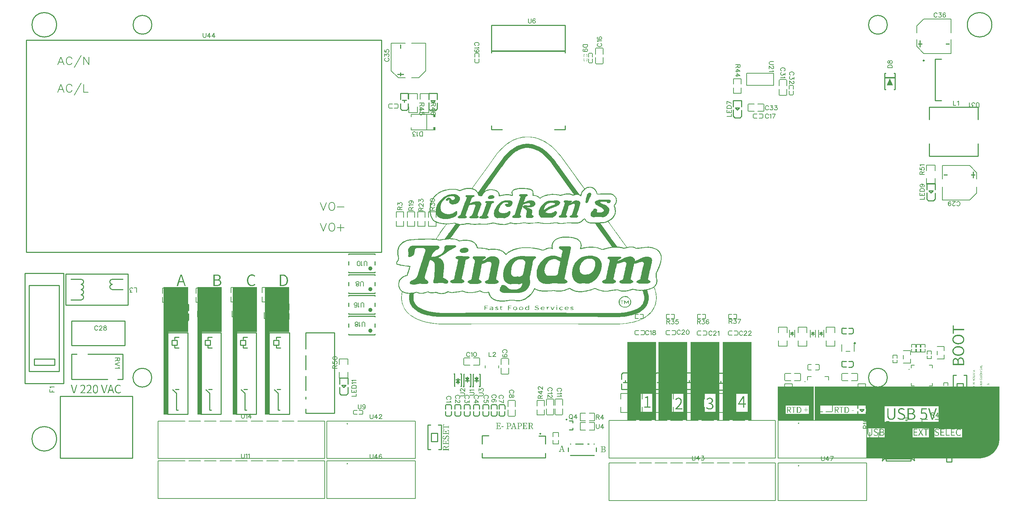
<source format=gto>
G04 Layer: TopSilkscreenLayer*
G04 EasyEDA v6.5.48, 2025-03-05 09:15:20*
G04 46f63332791e42a8a8f84cc4274b5eef,c1046fc99c6340e49b79c231b7c3a508,10*
G04 Gerber Generator version 0.2*
G04 Scale: 100 percent, Rotated: No, Reflected: No *
G04 Dimensions in millimeters *
G04 leading zeros omitted , absolute positions ,4 integer and 5 decimal *
%FSLAX45Y45*%
%MOMM*%

%ADD10C,0.1524*%
%ADD11C,0.2032*%
%ADD12C,0.2540*%
%ADD13C,0.1520*%
%ADD14C,0.1520*%
%ADD15C,0.1300*%
%ADD16C,0.1000*%
%ADD17C,0.1016*%
%ADD18C,0.2000*%
%ADD19C,0.2489*%
%ADD20C,0.5080*%
%ADD21C,0.1500*%
%ADD22C,0.3000*%
%ADD23C,0.0124*%

%LPD*%
G36*
X12387935Y-3249472D02*
G01*
X12377064Y-3252927D01*
X12336475Y-3253333D01*
X12318187Y-3257042D01*
X12263678Y-3265881D01*
X12252756Y-3269030D01*
X12215672Y-3278073D01*
X12163348Y-3293872D01*
X12154611Y-3297580D01*
X12106656Y-3316173D01*
X12071756Y-3332632D01*
X12045594Y-3345434D01*
X11999823Y-3371087D01*
X11969292Y-3390392D01*
X11940946Y-3409492D01*
X11899493Y-3439871D01*
X11886641Y-3450082D01*
X11836247Y-3492855D01*
X11803989Y-3522726D01*
X11757761Y-3569208D01*
X11738152Y-3591204D01*
X11724741Y-3605479D01*
X11696700Y-3638092D01*
X11654129Y-3691280D01*
X11585244Y-3787089D01*
X11558320Y-3825443D01*
X11515140Y-3885996D01*
X11340134Y-4130141D01*
X11336782Y-4134205D01*
X11289334Y-4200804D01*
X11068710Y-4508296D01*
X11059464Y-4513021D01*
X11049101Y-4507839D01*
X10970564Y-4506214D01*
X10933531Y-4510278D01*
X10912473Y-4514900D01*
X11084661Y-4514900D01*
X11087709Y-4506061D01*
X11130330Y-4446981D01*
X11318494Y-4184650D01*
X11321796Y-4180636D01*
X11341557Y-4152341D01*
X11349990Y-4140809D01*
X11358727Y-4127703D01*
X11366296Y-4118051D01*
X11393627Y-4080306D01*
X11397996Y-4073956D01*
X11662765Y-3704336D01*
X11681460Y-3679596D01*
X11738152Y-3611626D01*
X11781485Y-3565093D01*
X11829745Y-3517137D01*
X11886946Y-3467862D01*
X11932208Y-3433114D01*
X11962739Y-3411524D01*
X12006376Y-3383787D01*
X12052147Y-3357626D01*
X12126264Y-3322675D01*
X12177064Y-3303930D01*
X12217857Y-3291484D01*
X12250572Y-3283204D01*
X12268047Y-3279343D01*
X12313818Y-3271520D01*
X12348718Y-3266998D01*
X12385751Y-3263747D01*
X12494818Y-3265220D01*
X12518796Y-3269183D01*
X12549327Y-3273602D01*
X12584226Y-3279241D01*
X12634366Y-3291281D01*
X12686690Y-3307283D01*
X12721590Y-3320237D01*
X12736830Y-3326485D01*
X12807543Y-3358489D01*
X12858953Y-3387090D01*
X12910820Y-3419246D01*
X12937540Y-3437940D01*
X12983260Y-3471976D01*
X13018109Y-3500374D01*
X13105688Y-3581247D01*
X13153339Y-3631946D01*
X13170763Y-3651453D01*
X13189559Y-3674059D01*
X13232485Y-3726992D01*
X13285266Y-3799992D01*
X13285266Y-3801973D01*
X13406475Y-3968699D01*
X13626388Y-4273448D01*
X13628827Y-4275480D01*
X13800480Y-4513580D01*
X13808608Y-4521911D01*
X13808608Y-4533138D01*
X13784173Y-4557979D01*
X13764310Y-4586274D01*
X13747038Y-4620564D01*
X13743178Y-4629658D01*
X13738860Y-4638700D01*
X13731798Y-4662932D01*
X13729614Y-4673904D01*
X13723416Y-4678680D01*
X13705027Y-4669790D01*
X13691311Y-4658918D01*
X13528497Y-4432858D01*
X13526007Y-4430877D01*
X13221766Y-4009085D01*
X13215772Y-4002278D01*
X13208152Y-3990898D01*
X13150138Y-3910177D01*
X13146481Y-3906113D01*
X13118033Y-3865778D01*
X13105942Y-3847947D01*
X13101726Y-3843578D01*
X13090093Y-3826764D01*
X13066877Y-3795877D01*
X13060832Y-3789121D01*
X13026847Y-3748938D01*
X13002971Y-3722522D01*
X12952069Y-3670046D01*
X12904724Y-3627678D01*
X12878562Y-3605377D01*
X12837160Y-3573830D01*
X12795504Y-3544925D01*
X12765176Y-3526434D01*
X12736830Y-3509975D01*
X12701930Y-3492296D01*
X12669266Y-3477869D01*
X12634366Y-3463747D01*
X12606020Y-3454857D01*
X12597282Y-3451402D01*
X12531852Y-3435451D01*
X12490450Y-3430524D01*
X12466726Y-3426866D01*
X12381788Y-3426866D01*
X12355220Y-3430625D01*
X12316002Y-3435400D01*
X12261494Y-3448608D01*
X12215672Y-3463442D01*
X12206986Y-3466947D01*
X12148108Y-3493312D01*
X12126214Y-3504539D01*
X12069572Y-3539134D01*
X12047778Y-3554272D01*
X12030405Y-3567125D01*
X11986717Y-3601720D01*
X11925655Y-3658057D01*
X11881764Y-3704336D01*
X11837974Y-3754780D01*
X11801703Y-3801110D01*
X11654942Y-4005072D01*
X11649202Y-4015130D01*
X11646357Y-4017162D01*
X11599113Y-4083761D01*
X11409984Y-4348124D01*
X11246868Y-4575556D01*
X11379149Y-4575556D01*
X11475466Y-4440936D01*
X11487404Y-4423308D01*
X11492026Y-4418736D01*
X11515394Y-4384446D01*
X11522100Y-4377131D01*
X11530990Y-4363516D01*
X11552377Y-4334002D01*
X11588242Y-4283557D01*
X11772036Y-4027220D01*
X11775440Y-4023207D01*
X11798046Y-3990898D01*
X11802872Y-3985666D01*
X11812270Y-3970578D01*
X11820042Y-3960622D01*
X11890248Y-3861765D01*
X11916918Y-3827475D01*
X11919153Y-3825443D01*
X11938660Y-3801211D01*
X11990679Y-3742690D01*
X12069572Y-3669741D01*
X12097918Y-3647846D01*
X12100102Y-3645814D01*
X12135002Y-3621278D01*
X12175032Y-3596487D01*
X12191695Y-3587699D01*
X12235789Y-3566312D01*
X12278918Y-3550513D01*
X12305080Y-3543503D01*
X12316002Y-3540201D01*
X12337796Y-3536086D01*
X12390120Y-3528314D01*
X12453721Y-3527755D01*
X12477343Y-3531565D01*
X12510058Y-3536492D01*
X12536220Y-3541572D01*
X12571120Y-3551326D01*
X12613640Y-3566160D01*
X12629997Y-3573779D01*
X12647422Y-3581146D01*
X12675768Y-3595725D01*
X12691059Y-3603955D01*
X12717729Y-3619601D01*
X12745567Y-3637432D01*
X12792303Y-3671214D01*
X12821869Y-3695852D01*
X12884658Y-3752799D01*
X12938302Y-3809390D01*
X12987985Y-3869842D01*
X13014045Y-3904132D01*
X13027913Y-3924300D01*
X13177316Y-4131716D01*
X13202157Y-4166463D01*
X13205815Y-4170527D01*
X13416889Y-4463135D01*
X13483285Y-4554626D01*
X13491870Y-4566056D01*
X13528395Y-4616958D01*
X13547547Y-4642764D01*
X13559993Y-4662119D01*
X13559993Y-4665167D01*
X13545515Y-4669993D01*
X13528649Y-4669993D01*
X13487654Y-4651197D01*
X13456412Y-4646015D01*
X13380110Y-4645914D01*
X13334339Y-4651806D01*
X13319048Y-4654143D01*
X13310311Y-4657293D01*
X13268909Y-4666183D01*
X13260171Y-4669790D01*
X13239292Y-4676038D01*
X13223087Y-4675987D01*
X13188238Y-4667605D01*
X13168579Y-4664049D01*
X13135863Y-4659782D01*
X13083540Y-4655464D01*
X13031215Y-4653432D01*
X12996316Y-4657699D01*
X12939623Y-4663948D01*
X12924383Y-4666234D01*
X12915646Y-4669434D01*
X12872059Y-4679645D01*
X12839344Y-4690516D01*
X12815366Y-4700574D01*
X12776504Y-4718812D01*
X12754305Y-4733239D01*
X12740792Y-4742637D01*
X12732004Y-4742637D01*
X12719405Y-4733696D01*
X12712852Y-4727397D01*
X12682321Y-4706416D01*
X12647422Y-4690262D01*
X12621260Y-4683353D01*
X12574422Y-4681880D01*
X12572339Y-4673041D01*
X12570917Y-4590288D01*
X12556693Y-4566056D01*
X12533782Y-4545888D01*
X12510058Y-4532934D01*
X12483896Y-4526280D01*
X12464288Y-4522520D01*
X12435941Y-4518660D01*
X12394488Y-4514545D01*
X12337796Y-4509566D01*
X12224410Y-4509668D01*
X12193879Y-4512716D01*
X12143740Y-4520996D01*
X12135002Y-4524451D01*
X12106656Y-4533544D01*
X12087047Y-4543348D01*
X12064441Y-4559300D01*
X12047372Y-4580178D01*
X12037517Y-4600244D01*
X12035383Y-4630674D01*
X12039904Y-4646777D01*
X12044984Y-4662932D01*
X12047220Y-4678578D01*
X12034723Y-4676648D01*
X12004192Y-4669434D01*
X11995454Y-4666437D01*
X11958167Y-4661916D01*
X11897817Y-4661916D01*
X11858091Y-4666284D01*
X11842800Y-4669688D01*
X11812270Y-4674311D01*
X11788292Y-4678476D01*
X11779554Y-4681626D01*
X11762130Y-4686452D01*
X11746941Y-4687163D01*
X11743893Y-4666996D01*
X11739626Y-4644796D01*
X11733174Y-4627524D01*
X11718544Y-4605070D01*
X11698884Y-4586071D01*
X11672722Y-4569663D01*
X11644376Y-4557268D01*
X11620398Y-4550562D01*
X11605107Y-4546752D01*
X11561521Y-4540961D01*
X11495328Y-4540859D01*
X11461191Y-4545076D01*
X11445951Y-4549241D01*
X11411051Y-4561687D01*
X11406682Y-4564634D01*
X11390934Y-4572762D01*
X11381841Y-4578045D01*
X11379149Y-4575556D01*
X11246868Y-4575556D01*
X11222431Y-4609592D01*
X11215370Y-4612081D01*
X11211661Y-4605934D01*
X11190833Y-4580331D01*
X11160099Y-4551527D01*
X11140694Y-4540148D01*
X11099241Y-4520692D01*
X11092688Y-4520539D01*
X11084661Y-4514900D01*
X10912473Y-4514900D01*
X10890148Y-4519015D01*
X10837570Y-4535119D01*
X10822330Y-4541418D01*
X10781792Y-4559300D01*
X10767364Y-4561433D01*
X10739475Y-4549292D01*
X10713262Y-4541367D01*
X10693654Y-4536338D01*
X10682782Y-4533087D01*
X10643209Y-4528718D01*
X10567162Y-4528921D01*
X10499598Y-4534662D01*
X10477804Y-4538319D01*
X10440720Y-4544923D01*
X10421112Y-4549292D01*
X10412374Y-4552594D01*
X10390581Y-4557572D01*
X10355681Y-4569307D01*
X10322966Y-4581855D01*
X10283698Y-4599686D01*
X10261904Y-4612132D01*
X10237927Y-4626356D01*
X10220502Y-4638700D01*
X10179050Y-4671618D01*
X10158272Y-4692294D01*
X10131958Y-4722977D01*
X10115143Y-4745939D01*
X10103612Y-4763820D01*
X10079431Y-4810252D01*
X10071506Y-4826406D01*
X10058298Y-4862728D01*
X10046665Y-4903063D01*
X10042956Y-4921250D01*
X10037978Y-4949494D01*
X10034117Y-4975758D01*
X10029291Y-5028234D01*
X10031514Y-5090769D01*
X10053675Y-5090769D01*
X10053675Y-4996129D01*
X10058298Y-4961636D01*
X10066680Y-4921250D01*
X10073538Y-4893005D01*
X10085882Y-4852619D01*
X10097262Y-4826711D01*
X10097262Y-4823460D01*
X10123830Y-4772812D01*
X10154615Y-4729530D01*
X10186263Y-4695240D01*
X10209580Y-4674666D01*
X10240467Y-4650486D01*
X10284510Y-4623358D01*
X10348976Y-4593336D01*
X10355884Y-4593336D01*
X10360050Y-4589678D01*
X10412374Y-4573524D01*
X10450220Y-4565040D01*
X10459008Y-4565040D01*
X10461396Y-4561433D01*
X10477804Y-4559300D01*
X10541000Y-4552797D01*
X10570514Y-4548936D01*
X10640466Y-4548936D01*
X10658754Y-4552645D01*
X10693654Y-4557064D01*
X10737291Y-4571288D01*
X10759084Y-4582007D01*
X10785246Y-4582007D01*
X10811408Y-4569256D01*
X10839754Y-4557725D01*
X10855045Y-4552543D01*
X10863732Y-4549038D01*
X10894263Y-4540656D01*
X10911738Y-4536541D01*
X10924794Y-4533036D01*
X10959693Y-4528007D01*
X11031626Y-4527956D01*
X11064341Y-4532985D01*
X11073079Y-4536287D01*
X11103610Y-4545634D01*
X11131651Y-4559350D01*
X11147196Y-4569815D01*
X11177981Y-4598365D01*
X11196421Y-4624120D01*
X11213134Y-4655058D01*
X11223244Y-4684776D01*
X11236756Y-4697272D01*
X11275872Y-4706366D01*
X11308892Y-4706315D01*
X11327130Y-4691888D01*
X11327130Y-4684369D01*
X11331448Y-4681880D01*
X11331448Y-4676140D01*
X11344757Y-4649368D01*
X11362588Y-4624578D01*
X11387074Y-4601006D01*
X11418519Y-4581194D01*
X11420754Y-4581194D01*
X11444884Y-4570984D01*
X11480850Y-4564786D01*
X11499443Y-4561027D01*
X11560352Y-4561027D01*
X11578945Y-4564888D01*
X11609476Y-4569510D01*
X11629136Y-4574692D01*
X11655298Y-4584598D01*
X11676126Y-4596942D01*
X11693956Y-4610354D01*
X11710111Y-4632655D01*
X11715699Y-4646777D01*
X11719306Y-4654854D01*
X11722049Y-4668977D01*
X11724386Y-4701286D01*
X11733479Y-4710379D01*
X11760149Y-4710379D01*
X11764314Y-4707128D01*
X11779554Y-4702657D01*
X11803583Y-4698034D01*
X11823192Y-4693970D01*
X11838432Y-4690414D01*
X11871147Y-4686096D01*
X11931853Y-4682185D01*
X11984532Y-4686198D01*
X12006376Y-4690821D01*
X12038076Y-4700270D01*
X12056821Y-4700270D01*
X12066676Y-4690567D01*
X12070080Y-4676648D01*
X12066574Y-4658918D01*
X12060986Y-4638700D01*
X12060885Y-4602378D01*
X12069368Y-4586274D01*
X12095327Y-4562551D01*
X12135002Y-4545431D01*
X12178639Y-4536643D01*
X12198248Y-4532274D01*
X12322556Y-4530394D01*
X12392304Y-4534916D01*
X12422835Y-4538370D01*
X12479528Y-4546447D01*
X12501321Y-4553407D01*
X12516815Y-4560671D01*
X12539167Y-4579264D01*
X12548209Y-4596587D01*
X12548209Y-4686401D01*
X12553086Y-4695240D01*
X12562382Y-4702200D01*
X12614757Y-4702302D01*
X12645237Y-4712512D01*
X12667081Y-4723028D01*
X12691059Y-4738217D01*
X12721590Y-4762804D01*
X12735915Y-4765344D01*
X12749580Y-4762804D01*
X12771729Y-4747158D01*
X12804444Y-4728972D01*
X12841528Y-4713020D01*
X12863322Y-4705756D01*
X12867690Y-4702911D01*
X12889484Y-4697780D01*
X12913461Y-4690770D01*
X12935254Y-4686401D01*
X12965785Y-4681982D01*
X12987629Y-4678273D01*
X13051434Y-4673549D01*
X13103199Y-4678070D01*
X13120624Y-4679797D01*
X13155523Y-4684014D01*
X13181685Y-4688128D01*
X13199110Y-4691786D01*
X13220954Y-4698187D01*
X13241426Y-4698238D01*
X13253618Y-4693716D01*
X13262356Y-4690211D01*
X13325601Y-4674514D01*
X13362686Y-4669790D01*
X13382345Y-4665827D01*
X13451281Y-4665726D01*
X13465149Y-4669536D01*
X13490600Y-4674768D01*
X13508736Y-4685334D01*
X13522502Y-4690516D01*
X13556742Y-4688941D01*
X13591641Y-4681880D01*
X13605001Y-4678070D01*
X13670991Y-4678070D01*
X13698474Y-4688789D01*
X13723772Y-4710379D01*
X13734897Y-4710379D01*
X13747089Y-4698288D01*
X13752220Y-4671009D01*
X13765072Y-4634687D01*
X13774267Y-4616500D01*
X13782395Y-4599076D01*
X13808354Y-4564024D01*
X13838021Y-4536287D01*
X13861999Y-4521250D01*
X13890345Y-4508804D01*
X13912138Y-4502404D01*
X13938351Y-4498695D01*
X13972489Y-4500626D01*
X13997635Y-4506061D01*
X14031112Y-4520539D01*
X14049552Y-4532274D01*
X14067586Y-4548479D01*
X14086535Y-4572101D01*
X14100149Y-4596333D01*
X14108938Y-4620564D01*
X14113662Y-4636719D01*
X14116405Y-4648809D01*
X14122907Y-4661560D01*
X14144091Y-4669993D01*
X14202156Y-4669942D01*
X14298117Y-4666132D01*
X14466011Y-4665370D01*
X14496542Y-4674514D01*
X14520519Y-4686909D01*
X14541347Y-4703318D01*
X14563191Y-4728159D01*
X14579498Y-4755794D01*
X14584781Y-4771898D01*
X14589861Y-4790084D01*
X14589556Y-4838496D01*
X14582343Y-4866741D01*
X14567255Y-4898593D01*
X14540179Y-4935220D01*
X14540179Y-4963617D01*
X14554149Y-4995926D01*
X14561007Y-5026202D01*
X14567712Y-5070602D01*
X14562734Y-5110937D01*
X14554098Y-5147564D01*
X14542668Y-5175554D01*
X14527682Y-5201716D01*
X14508835Y-5225999D01*
X14479117Y-5254447D01*
X14446402Y-5279745D01*
X14407743Y-5303824D01*
X14354810Y-5327446D01*
X14337385Y-5332222D01*
X14328648Y-5335524D01*
X14304670Y-5342331D01*
X14237055Y-5346344D01*
X14171625Y-5349697D01*
X13992860Y-5356809D01*
X13949781Y-5351830D01*
X13942669Y-5348376D01*
X13916507Y-5339181D01*
X13891361Y-5325364D01*
X13867180Y-5302961D01*
X13847927Y-5272379D01*
X13847826Y-5267198D01*
X13840663Y-5257038D01*
X13827963Y-5250992D01*
X13809675Y-5261051D01*
X13798753Y-5270398D01*
X13748613Y-5310936D01*
X13727988Y-5326278D01*
X13703401Y-5339994D01*
X13701674Y-5339994D01*
X13683183Y-5347512D01*
X13671956Y-5351729D01*
X13638225Y-5356758D01*
X13510920Y-5354015D01*
X13484758Y-5349544D01*
X13432434Y-5349443D01*
X13347395Y-5358434D01*
X13316864Y-5362244D01*
X13281964Y-5366054D01*
X13229386Y-5368848D01*
X13194284Y-5364073D01*
X13170763Y-5355894D01*
X13142417Y-5349240D01*
X13081355Y-5349392D01*
X13033400Y-5358434D01*
X13009422Y-5362295D01*
X12950545Y-5368086D01*
X12837160Y-5368086D01*
X12793522Y-5362448D01*
X12771729Y-5357926D01*
X12688874Y-5347665D01*
X12649606Y-5349544D01*
X12558014Y-5358485D01*
X12523165Y-5362651D01*
X12422835Y-5362905D01*
X12403226Y-5358333D01*
X12372695Y-5352237D01*
X12322556Y-5352288D01*
X12278918Y-5357926D01*
X12257125Y-5362346D01*
X12233148Y-5366207D01*
X12176455Y-5370271D01*
X12146381Y-5372912D01*
X12089231Y-5368137D01*
X12052147Y-5363667D01*
X12041225Y-5359654D01*
X12031167Y-5355336D01*
X11995200Y-5355336D01*
X11980214Y-5360670D01*
X11964924Y-5366664D01*
X11943130Y-5376062D01*
X11921744Y-5382564D01*
X11901678Y-5384698D01*
X11892940Y-5388102D01*
X11862460Y-5391353D01*
X11790476Y-5391251D01*
X11751208Y-5386578D01*
X11722862Y-5382666D01*
X11696700Y-5378348D01*
X11679275Y-5374589D01*
X11661851Y-5370068D01*
X11631320Y-5364073D01*
X11622582Y-5360466D01*
X11607292Y-5357774D01*
X11576812Y-5355742D01*
X11552783Y-5360619D01*
X11544096Y-5364022D01*
X11504828Y-5370525D01*
X11483035Y-5374487D01*
X11461191Y-5377840D01*
X11417604Y-5383072D01*
X11312956Y-5383377D01*
X11243056Y-5379770D01*
X11184280Y-5384901D01*
X11178794Y-5388965D01*
X11091062Y-5388660D01*
X11070894Y-5384495D01*
X11022939Y-5378602D01*
X11003280Y-5374081D01*
X10972749Y-5369407D01*
X10950956Y-5369712D01*
X10924794Y-5373878D01*
X10883392Y-5384342D01*
X10871606Y-5384393D01*
X10869320Y-5387898D01*
X10839754Y-5391150D01*
X10769955Y-5391353D01*
X10719562Y-5382768D01*
X10700207Y-5377992D01*
X10684916Y-5371795D01*
X10657281Y-5359857D01*
X10626039Y-5361787D01*
X10598505Y-5366207D01*
X10556290Y-5370474D01*
X10501782Y-5374995D01*
X10414558Y-5375046D01*
X10364368Y-5370474D01*
X10326268Y-5366308D01*
X10303357Y-5362498D01*
X10285882Y-5357977D01*
X10257536Y-5352135D01*
X10244480Y-5347665D01*
X10235742Y-5344312D01*
X10218318Y-5339435D01*
X10200843Y-5332425D01*
X10185603Y-5327243D01*
X10157815Y-5313172D01*
X10124135Y-5282488D01*
X10102291Y-5252212D01*
X10084866Y-5219903D01*
X10079532Y-5203799D01*
X10075926Y-5195722D01*
X10071506Y-5183581D01*
X10066832Y-5165445D01*
X10059822Y-5133136D01*
X10053675Y-5090769D01*
X10031514Y-5090769D01*
X10031882Y-5100878D01*
X10035946Y-5121046D01*
X10041178Y-5155336D01*
X10046817Y-5179568D01*
X10051745Y-5193690D01*
X10058095Y-5215890D01*
X10067086Y-5234076D01*
X10085120Y-5268366D01*
X10103510Y-5292699D01*
X10129621Y-5319064D01*
X10152888Y-5335371D01*
X10170312Y-5343652D01*
X10189972Y-5351475D01*
X10231374Y-5366004D01*
X10257536Y-5372963D01*
X10261904Y-5375656D01*
X10294620Y-5380786D01*
X10301173Y-5382920D01*
X10320782Y-5386628D01*
X10377474Y-5392420D01*
X10425074Y-5396687D01*
X10428681Y-5398770D01*
X10421924Y-5410911D01*
X10386720Y-5460085D01*
X10370413Y-5482285D01*
X10285730Y-5601360D01*
X10275112Y-5617514D01*
X10271556Y-5621528D01*
X10231882Y-5680049D01*
X10219283Y-5699556D01*
X10201960Y-5723737D01*
X10201960Y-5725617D01*
X10180370Y-5755233D01*
X10170312Y-5757367D01*
X10135412Y-5753658D01*
X10056926Y-5748782D01*
X9941356Y-5748934D01*
X9801809Y-5753709D01*
X9699549Y-5757773D01*
X10197439Y-5757773D01*
X10202570Y-5748680D01*
X10223754Y-5719318D01*
X10223754Y-5717184D01*
X10245547Y-5687314D01*
X10245547Y-5685231D01*
X10270642Y-5649264D01*
X10296804Y-5610656D01*
X10446562Y-5401564D01*
X10450728Y-5397500D01*
X10578084Y-5390388D01*
X10629747Y-5382666D01*
X10632236Y-5380380D01*
X10650931Y-5380380D01*
X10662412Y-5385206D01*
X10660583Y-5393486D01*
X10533532Y-5571083D01*
X10524540Y-5583174D01*
X10489031Y-5633618D01*
X10485424Y-5634990D01*
X10485424Y-5638698D01*
X10410851Y-5743244D01*
X10546486Y-5743244D01*
X10546486Y-5737656D01*
X10611764Y-5645759D01*
X10615168Y-5641644D01*
X10773714Y-5419699D01*
X10783062Y-5412740D01*
X10836402Y-5412638D01*
X10855045Y-5408828D01*
X10894263Y-5404408D01*
X10909554Y-5399989D01*
X10918240Y-5396687D01*
X10937900Y-5391912D01*
X10981486Y-5391454D01*
X11014202Y-5396890D01*
X11022939Y-5400294D01*
X11066526Y-5406491D01*
X11145012Y-5410657D01*
X11188649Y-5406694D01*
X11232235Y-5401716D01*
X11280241Y-5401767D01*
X11326012Y-5406440D01*
X11387074Y-5406390D01*
X11432844Y-5402427D01*
X11473230Y-5396890D01*
X11530990Y-5388102D01*
X11539728Y-5384850D01*
X11570868Y-5378348D01*
X11602974Y-5378500D01*
X11620398Y-5382107D01*
X11637822Y-5386628D01*
X11709806Y-5402732D01*
X11766499Y-5408777D01*
X11790730Y-5412638D01*
X11863222Y-5412638D01*
X11884253Y-5408879D01*
X11923471Y-5404408D01*
X11956186Y-5394096D01*
X11992102Y-5377891D01*
X12019432Y-5376011D01*
X12047778Y-5382768D01*
X12060885Y-5384901D01*
X12065254Y-5387949D01*
X12126264Y-5393029D01*
X12206986Y-5390134D01*
X12239701Y-5386578D01*
X12316002Y-5373624D01*
X12370511Y-5373624D01*
X12418466Y-5382666D01*
X12457734Y-5386527D01*
X12470790Y-5386578D01*
X12520980Y-5382412D01*
X12610388Y-5374132D01*
X12653975Y-5369458D01*
X12695428Y-5369306D01*
X12730276Y-5372506D01*
X12745567Y-5376113D01*
X12789154Y-5382818D01*
X12810998Y-5386628D01*
X12848031Y-5390083D01*
X12939623Y-5390032D01*
X12983260Y-5386628D01*
X13013791Y-5382666D01*
X13022478Y-5380634D01*
X13063931Y-5375757D01*
X13068300Y-5372811D01*
X13083540Y-5369814D01*
X13133679Y-5367985D01*
X13151154Y-5372760D01*
X13159892Y-5376164D01*
X13190880Y-5384393D01*
X13199973Y-5384393D01*
X13202259Y-5387848D01*
X13251434Y-5390235D01*
X13292886Y-5386527D01*
X13321233Y-5382615D01*
X13404088Y-5374182D01*
X13432434Y-5370068D01*
X13477748Y-5367883D01*
X13486942Y-5372049D01*
X13506602Y-5374386D01*
X13591641Y-5378653D01*
X13661390Y-5376570D01*
X13676680Y-5371744D01*
X13684250Y-5368239D01*
X13691107Y-5368239D01*
X13724636Y-5353964D01*
X13742060Y-5343144D01*
X13763853Y-5326888D01*
X13822781Y-5279542D01*
X13827099Y-5280761D01*
X13838732Y-5300624D01*
X13843457Y-5305501D01*
X13843457Y-5309768D01*
X13879677Y-5343042D01*
X13910818Y-5360009D01*
X13940536Y-5368899D01*
X13949222Y-5371998D01*
X13959556Y-5374030D01*
X14209471Y-5374030D01*
X14211604Y-5368899D01*
X14245336Y-5366258D01*
X14285061Y-5365902D01*
X14309039Y-5362549D01*
X14352625Y-5350662D01*
X14374418Y-5341874D01*
X14387525Y-5336235D01*
X14394484Y-5335981D01*
X14401139Y-5343042D01*
X14589963Y-5605373D01*
X14593569Y-5606745D01*
X14593569Y-5610301D01*
X14664436Y-5707634D01*
X14668804Y-5714339D01*
X14691156Y-5744616D01*
X14741702Y-5815279D01*
X14749475Y-5825337D01*
X14842185Y-5953810D01*
X14842185Y-5961075D01*
X14830196Y-5965444D01*
X14810536Y-5970168D01*
X14769338Y-5969660D01*
X14753844Y-5965342D01*
X14745157Y-5962142D01*
X14729866Y-5957620D01*
X14694966Y-5953201D01*
X14679218Y-5949442D01*
X14655749Y-5949492D01*
X14622068Y-5944768D01*
X14525294Y-5811215D01*
X14492173Y-5764885D01*
X14488718Y-5760770D01*
X14467179Y-5730494D01*
X14463674Y-5726480D01*
X14209471Y-5374030D01*
X13959556Y-5374030D01*
X13962329Y-5374589D01*
X13988491Y-5378399D01*
X14074597Y-5375808D01*
X14081607Y-5381193D01*
X14128242Y-5445963D01*
X14239544Y-5599328D01*
X14453920Y-5895695D01*
X14476882Y-5928258D01*
X14479320Y-5930290D01*
X14488922Y-5943041D01*
X14488922Y-5953506D01*
X14486483Y-5953506D01*
X14455140Y-5957570D01*
X14431111Y-5961888D01*
X14415871Y-5965342D01*
X14387525Y-5970168D01*
X14350441Y-5979464D01*
X14322094Y-5985814D01*
X14313407Y-5989675D01*
X14282877Y-5998159D01*
X14272818Y-6001918D01*
X14247469Y-6001918D01*
X14215668Y-5989777D01*
X14210893Y-5986272D01*
X14182547Y-5977026D01*
X14178178Y-5974283D01*
X14134592Y-5963310D01*
X14119301Y-5959246D01*
X14095323Y-5955233D01*
X14064792Y-5951474D01*
X14021206Y-5946648D01*
X13942669Y-5946648D01*
X13896898Y-5951423D01*
X13864183Y-5955436D01*
X13835837Y-5959805D01*
X13819479Y-5961989D01*
X13817041Y-5965596D01*
X13808252Y-5965596D01*
X13770406Y-5973927D01*
X13761719Y-5977534D01*
X13745108Y-5981496D01*
X13742720Y-5975756D01*
X13744956Y-5958535D01*
X13750188Y-5922213D01*
X13747750Y-5873800D01*
X13738606Y-5847537D01*
X13734897Y-5839460D01*
X13728903Y-5827369D01*
X13713917Y-5803392D01*
X13673734Y-5766155D01*
X13648334Y-5751728D01*
X13608405Y-5733491D01*
X13594791Y-5731002D01*
X13592454Y-5727496D01*
X13583919Y-5727496D01*
X13576350Y-5723534D01*
X13543635Y-5716981D01*
X13528395Y-5714898D01*
X13524026Y-5711799D01*
X13469518Y-5706973D01*
X13443000Y-5703265D01*
X13323925Y-5703265D01*
X13238378Y-5711799D01*
X13234009Y-5714847D01*
X13220954Y-5717032D01*
X13192556Y-5723534D01*
X13174065Y-5731510D01*
X13169442Y-5731510D01*
X13131495Y-5748426D01*
X13101015Y-5766612D01*
X13065810Y-5799124D01*
X13049046Y-5823356D01*
X13036550Y-5849569D01*
X13032790Y-5855868D01*
X13019227Y-5911189D01*
X13019227Y-5968949D01*
X12941808Y-5968644D01*
X12900406Y-5982258D01*
X12863322Y-5998006D01*
X12854584Y-6002629D01*
X12815773Y-6020612D01*
X12787325Y-6018174D01*
X12782854Y-6014059D01*
X12773710Y-6014059D01*
X12769545Y-6010656D01*
X12743383Y-6005677D01*
X12719405Y-5998108D01*
X12673584Y-5989523D01*
X12664897Y-5986119D01*
X12649606Y-5983935D01*
X12623444Y-5979566D01*
X12579858Y-5971692D01*
X12547549Y-5967425D01*
X12462103Y-5958789D01*
X12353086Y-5958738D01*
X12300712Y-5963412D01*
X12259310Y-5967577D01*
X12228779Y-5971794D01*
X12209170Y-5975502D01*
X12191695Y-5979261D01*
X12156795Y-5985916D01*
X12148108Y-5989421D01*
X12115393Y-5998159D01*
X12102287Y-6002629D01*
X12097918Y-6005423D01*
X12084862Y-6008319D01*
X12052147Y-6022390D01*
X12023801Y-6035446D01*
X11995454Y-6050534D01*
X11986717Y-6055410D01*
X11984532Y-6057849D01*
X11974372Y-6062776D01*
X11967108Y-6068314D01*
X11923471Y-6098489D01*
X11903862Y-6114846D01*
X11899798Y-6114948D01*
X11853265Y-6071108D01*
X11825376Y-6053683D01*
X11823192Y-6050737D01*
X11772442Y-6026353D01*
X11742521Y-6017768D01*
X11733784Y-6014618D01*
X11718544Y-6010351D01*
X11685828Y-6005728D01*
X11663984Y-6002020D01*
X11629136Y-5999276D01*
X11526621Y-5999124D01*
X11498275Y-6004052D01*
X11473942Y-6006388D01*
X11456873Y-5998514D01*
X11426342Y-5989320D01*
X11417604Y-5985967D01*
X11376152Y-5979414D01*
X11349990Y-5975502D01*
X11319459Y-5971590D01*
X11219180Y-5969457D01*
X11209934Y-5965240D01*
X11199825Y-5936335D01*
X11185144Y-5906363D01*
X11169091Y-5881878D01*
X11151717Y-5861659D01*
X11121136Y-5834176D01*
X11091926Y-5816396D01*
X11065459Y-5804509D01*
X11035995Y-5796076D01*
X11018570Y-5791657D01*
X11011611Y-5788406D01*
X10968431Y-5783732D01*
X10952632Y-5779922D01*
X10850930Y-5779922D01*
X10826699Y-5783884D01*
X10778693Y-5790336D01*
X10751870Y-5792368D01*
X10723727Y-5775909D01*
X10691469Y-5763564D01*
X10659922Y-5755741D01*
X10649813Y-5755741D01*
X10645698Y-5752084D01*
X10626039Y-5749747D01*
X10584637Y-5745886D01*
X10546486Y-5743244D01*
X10410851Y-5743244D01*
X10405821Y-5750255D01*
X10388396Y-5755690D01*
X10372242Y-5755741D01*
X10351312Y-5759450D01*
X10316413Y-5764174D01*
X10307675Y-5767527D01*
X10271353Y-5774334D01*
X10248849Y-5769660D01*
X10231374Y-5765596D01*
X10207396Y-5761736D01*
X10197439Y-5757773D01*
X9699549Y-5757773D01*
X9594646Y-5766104D01*
X9555429Y-5769457D01*
X9537954Y-5772099D01*
X9507423Y-5776163D01*
X9498736Y-5779516D01*
X9466021Y-5788253D01*
X9437674Y-5798616D01*
X9396222Y-5817158D01*
X9390481Y-5822340D01*
X9386620Y-5822340D01*
X9343898Y-5852210D01*
X9313164Y-5881878D01*
X9290608Y-5910072D01*
X9264396Y-5958535D01*
X9251746Y-5994857D01*
X9247124Y-6013043D01*
X9241383Y-6039256D01*
X9241485Y-6140196D01*
X9247327Y-6176518D01*
X9253728Y-6204762D01*
X9258147Y-6226962D01*
X9255810Y-6254292D01*
X9246463Y-6278727D01*
X9224264Y-6311696D01*
X9211360Y-6335725D01*
X9211135Y-6350863D01*
X9233763Y-6350863D01*
X9233763Y-6340652D01*
X9251797Y-6309715D01*
X9257334Y-6303619D01*
X9272219Y-6277406D01*
X9277248Y-6259220D01*
X9281668Y-6230721D01*
X9275267Y-6196685D01*
X9271000Y-6178499D01*
X9263989Y-6136436D01*
X9263634Y-6039256D01*
X9278772Y-5982766D01*
X9285579Y-5968644D01*
X9291167Y-5954522D01*
X9308592Y-5924245D01*
X9325051Y-5901639D01*
X9358325Y-5868924D01*
X9398406Y-5840984D01*
X9431121Y-5824677D01*
X9455962Y-5814060D01*
X9503054Y-5799683D01*
X9535769Y-5793740D01*
X9559747Y-5789930D01*
X9597186Y-5786069D01*
X9725507Y-5777890D01*
X9797440Y-5774232D01*
X10023652Y-5769457D01*
X10133279Y-5774080D01*
X10168128Y-5777738D01*
X10242296Y-5788558D01*
X10246664Y-5791352D01*
X10264546Y-5796534D01*
X10283698Y-5794502D01*
X10301173Y-5789777D01*
X10320782Y-5785764D01*
X10370921Y-5777788D01*
X10397083Y-5773877D01*
X10479938Y-5767679D01*
X10514838Y-5763310D01*
X10569346Y-5765749D01*
X10593374Y-5767882D01*
X10634776Y-5772150D01*
X10669676Y-5780430D01*
X10700207Y-5788964D01*
X10730738Y-5804408D01*
X10739475Y-5811774D01*
X10755782Y-5817057D01*
X10769955Y-5812586D01*
X10809224Y-5807913D01*
X10824514Y-5804357D01*
X10846308Y-5801410D01*
X10955324Y-5801360D01*
X11018570Y-5812282D01*
X11040364Y-5819851D01*
X11059109Y-5825032D01*
X11093500Y-5841492D01*
X11107928Y-5851601D01*
X11133582Y-5873800D01*
X11157610Y-5903722D01*
X11178794Y-5942380D01*
X11178844Y-5947511D01*
X11183112Y-5954522D01*
X11190325Y-5978652D01*
X11203279Y-5989828D01*
X11267135Y-5989878D01*
X11328196Y-5993942D01*
X11371834Y-5999784D01*
X11426342Y-6010148D01*
X11436146Y-6014059D01*
X11445951Y-6017361D01*
X11467490Y-6027115D01*
X11495227Y-6026404D01*
X11509197Y-6022187D01*
X11576812Y-6018022D01*
X11661851Y-6022340D01*
X11674449Y-6026150D01*
X11688876Y-6026150D01*
X11698884Y-6029756D01*
X11729415Y-6034836D01*
X11749024Y-6041898D01*
X11764314Y-6046927D01*
X11801398Y-6063234D01*
X11803583Y-6065723D01*
X11821007Y-6075324D01*
X11857431Y-6103620D01*
X11879884Y-6128766D01*
X11890806Y-6142990D01*
X11900306Y-6147765D01*
X11945315Y-6109004D01*
X11978792Y-6085687D01*
X11991086Y-6078728D01*
X12019432Y-6062014D01*
X12076125Y-6034887D01*
X12121946Y-6018733D01*
X12141555Y-6013297D01*
X12145924Y-6010554D01*
X12189510Y-6001512D01*
X12198248Y-5998210D01*
X12215672Y-5995720D01*
X12241834Y-5991555D01*
X12302896Y-5983884D01*
X12357404Y-5979922D01*
X12462103Y-5979922D01*
X12507874Y-5983884D01*
X12597282Y-5996178D01*
X12618110Y-5998413D01*
X12620447Y-6001918D01*
X12631013Y-6001918D01*
X12649606Y-6006084D01*
X12682321Y-6012281D01*
X12734645Y-6024422D01*
X12745567Y-6026708D01*
X12749936Y-6029604D01*
X12778282Y-6034836D01*
X12795453Y-6042304D01*
X12819684Y-6042355D01*
X12880746Y-6014669D01*
X12889484Y-6010046D01*
X12920014Y-5997498D01*
X12952323Y-5989828D01*
X12998500Y-5989878D01*
X13016128Y-5994857D01*
X13039090Y-6008522D01*
X13050215Y-6003848D01*
X13041121Y-5960567D01*
X13041020Y-5920994D01*
X13045795Y-5891936D01*
X13049300Y-5883859D01*
X13058495Y-5852922D01*
X13073989Y-5825896D01*
X13091820Y-5803493D01*
X13111581Y-5786018D01*
X13146786Y-5764530D01*
X13183869Y-5749086D01*
X13227456Y-5737199D01*
X13264540Y-5731357D01*
X13283133Y-5727496D01*
X13308126Y-5727090D01*
X13319048Y-5723737D01*
X13452043Y-5725109D01*
X13486942Y-5729020D01*
X13500049Y-5731357D01*
X13537133Y-5735828D01*
X13545819Y-5739282D01*
X13556742Y-5741162D01*
X13587577Y-5749036D01*
X13602106Y-5755741D01*
X13606881Y-5755792D01*
X13641781Y-5772251D01*
X13671296Y-5792470D01*
X13699744Y-5821324D01*
X13716101Y-5851601D01*
X13721384Y-5867755D01*
X13725601Y-5885891D01*
X13725702Y-5938367D01*
X13719301Y-5969457D01*
X13710462Y-5992723D01*
X13710462Y-6003442D01*
X13717016Y-6008522D01*
X13738961Y-6005830D01*
X13748613Y-6002375D01*
X13768222Y-5997448D01*
X13779144Y-5994298D01*
X13805306Y-5989167D01*
X13809675Y-5986322D01*
X13822781Y-5984036D01*
X13844574Y-5979617D01*
X13896898Y-5971641D01*
X13944854Y-5967882D01*
X14016837Y-5967882D01*
X14062608Y-5971641D01*
X14088770Y-5975350D01*
X14125854Y-5981801D01*
X14182547Y-5998514D01*
X14186916Y-6001308D01*
X14206524Y-6008370D01*
X14234871Y-6021120D01*
X14282877Y-6021120D01*
X14309039Y-6013399D01*
X14313407Y-6010656D01*
X14335201Y-6005525D01*
X14350441Y-6001359D01*
X14359178Y-5998159D01*
X14402765Y-5989675D01*
X14418056Y-5986068D01*
X14437664Y-5981852D01*
X14472564Y-5977483D01*
X14483486Y-5975400D01*
X14509648Y-5971641D01*
X14557603Y-5967882D01*
X14633956Y-5967882D01*
X14679726Y-5971540D01*
X14701519Y-5975553D01*
X14725497Y-5979363D01*
X14745157Y-5984036D01*
X14756028Y-5986322D01*
X14760397Y-5989472D01*
X14787727Y-5994044D01*
X14823643Y-5989472D01*
X14828012Y-5986272D01*
X14864791Y-5977737D01*
X14874595Y-5977737D01*
X14877034Y-5974130D01*
X14939213Y-5965799D01*
X14998395Y-5965596D01*
X15024252Y-5969812D01*
X15035174Y-5974232D01*
X15052598Y-5982411D01*
X15064892Y-5991809D01*
X15088869Y-5998260D01*
X15133269Y-5993587D01*
X15200884Y-5987643D01*
X15327325Y-5970930D01*
X15399308Y-5970828D01*
X15425470Y-5973876D01*
X15440710Y-5977382D01*
X15471241Y-5982157D01*
X15523616Y-5998159D01*
X15547594Y-6008471D01*
X15578124Y-6022695D01*
X15604286Y-6038900D01*
X15641472Y-6073597D01*
X15662097Y-6106312D01*
X15673578Y-6132118D01*
X15682061Y-6160363D01*
X15688411Y-6188608D01*
X15688614Y-6262217D01*
X15683585Y-6291529D01*
X15679826Y-6305651D01*
X15674492Y-6329883D01*
X15657728Y-6387439D01*
X15642031Y-6430772D01*
X15636443Y-6442862D01*
X15617799Y-6487261D01*
X15586405Y-6549847D01*
X15579648Y-6563969D01*
X15576600Y-6572046D01*
X15565831Y-6610400D01*
X15563443Y-6664858D01*
X15568168Y-6699199D01*
X15572333Y-6715302D01*
X15578785Y-6743598D01*
X15584169Y-6780784D01*
X15581579Y-6806133D01*
X15577108Y-6833057D01*
X15569996Y-6852564D01*
X15556585Y-6878777D01*
X15540431Y-6900976D01*
X15515844Y-6925919D01*
X15489326Y-6944410D01*
X15456001Y-6959955D01*
X15445079Y-6963054D01*
X15427655Y-6970115D01*
X15414548Y-6974382D01*
X15381884Y-6983120D01*
X15370962Y-6986574D01*
X15303347Y-6996734D01*
X15240101Y-7003491D01*
X15135453Y-7003694D01*
X15094000Y-6998462D01*
X15056967Y-6989114D01*
X15041676Y-6984390D01*
X15010485Y-6979107D01*
X14989352Y-6982764D01*
X14967559Y-6987235D01*
X14934844Y-6998512D01*
X14897760Y-7009231D01*
X14875967Y-7014514D01*
X14845436Y-7019391D01*
X14825827Y-7023912D01*
X14740788Y-7024065D01*
X14718995Y-7018781D01*
X14694966Y-7012482D01*
X14671141Y-7002576D01*
X14632076Y-6994855D01*
X14605812Y-6994855D01*
X14570710Y-6998919D01*
X14511832Y-7005218D01*
X14435480Y-7016851D01*
X14387525Y-7025436D01*
X14313407Y-7027519D01*
X14276324Y-7022795D01*
X14261033Y-7019340D01*
X14234871Y-7014616D01*
X14193469Y-7002780D01*
X14169491Y-6994194D01*
X14107922Y-6966915D01*
X14090954Y-6962546D01*
X14057274Y-6962546D01*
X14028724Y-6974636D01*
X14026794Y-6974636D01*
X14003731Y-6984390D01*
X13964513Y-6997192D01*
X13920876Y-7008622D01*
X13892530Y-7015225D01*
X13872921Y-7019290D01*
X13857630Y-7022846D01*
X13838021Y-7026960D01*
X13805306Y-7031481D01*
X13787882Y-7034936D01*
X13737691Y-7039711D01*
X13674496Y-7037324D01*
X13648334Y-7033717D01*
X13611250Y-7026909D01*
X13595959Y-7022795D01*
X13587272Y-7019239D01*
X13565479Y-7012736D01*
X13533424Y-6998868D01*
X13531596Y-6998868D01*
X13495680Y-6976770D01*
X13473887Y-6958787D01*
X13463016Y-6956856D01*
X13443457Y-6963003D01*
X13421563Y-6972249D01*
X13356132Y-6997293D01*
X13312495Y-7010501D01*
X13290702Y-7014768D01*
X13260171Y-7019239D01*
X13235940Y-7023100D01*
X13150392Y-7023100D01*
X13129361Y-7019188D01*
X13083540Y-7011974D01*
X13039953Y-7012025D01*
X13002869Y-7017359D01*
X12963601Y-7021017D01*
X12863322Y-7025233D01*
X12789154Y-7022846D01*
X12734645Y-7014768D01*
X12712852Y-7010501D01*
X12669266Y-6997242D01*
X12643408Y-6986473D01*
X12605105Y-6962241D01*
X12596876Y-6964629D01*
X12570104Y-7011314D01*
X12561316Y-7022693D01*
X12561316Y-7025436D01*
X12521438Y-7080605D01*
X12492634Y-7114895D01*
X12444628Y-7159294D01*
X12401042Y-7193025D01*
X12363094Y-7216800D01*
X12324740Y-7234732D01*
X12289840Y-7247585D01*
X12239701Y-7259726D01*
X12175947Y-7261504D01*
X12143740Y-7255002D01*
X12102287Y-7248652D01*
X11991086Y-7248804D01*
X11945315Y-7255052D01*
X11923471Y-7258862D01*
X11877700Y-7264806D01*
X11837974Y-7269276D01*
X11781332Y-7269276D01*
X11705437Y-7261098D01*
X11685828Y-7256881D01*
X11661851Y-7250836D01*
X11640870Y-7244943D01*
X11616029Y-7234478D01*
X11585498Y-7217816D01*
X11545925Y-7181494D01*
X11528450Y-7157262D01*
X11515445Y-7135063D01*
X11503304Y-7106818D01*
X11497665Y-7090714D01*
X11492077Y-7062419D01*
X11486235Y-7051446D01*
X11478564Y-7047636D01*
X11454688Y-7053427D01*
X11424158Y-7059422D01*
X11370411Y-7059422D01*
X11332565Y-7050887D01*
X11308740Y-7038898D01*
X11297666Y-7031583D01*
X11270945Y-7019036D01*
X11256264Y-7019086D01*
X11219180Y-7031177D01*
X11210442Y-7034834D01*
X11201704Y-7037628D01*
X11169040Y-7045553D01*
X11153749Y-7049617D01*
X11131956Y-7053529D01*
X11079632Y-7061911D01*
X10988040Y-7063790D01*
X10957509Y-7059117D01*
X10940084Y-7055713D01*
X10913872Y-7051040D01*
X10881207Y-7040625D01*
X10852556Y-7027418D01*
X10830204Y-7023658D01*
X10802670Y-7028688D01*
X10767822Y-7037273D01*
X10717631Y-7045706D01*
X10693654Y-7049312D01*
X10572851Y-7059930D01*
X10536682Y-7055103D01*
X10514838Y-7050786D01*
X10503966Y-7044080D01*
X10491774Y-7039254D01*
X10477957Y-7039254D01*
X10408005Y-7071106D01*
X10381843Y-7079335D01*
X10353497Y-7083907D01*
X10332466Y-7087666D01*
X10308539Y-7087666D01*
X10290251Y-7083907D01*
X10261904Y-7078929D01*
X10237978Y-7068921D01*
X10224820Y-7065213D01*
X10200843Y-7059168D01*
X10153954Y-7059168D01*
X10149738Y-7061606D01*
X10111435Y-7067397D01*
X10066020Y-7067499D01*
X10037470Y-7062876D01*
X10017658Y-7052868D01*
X10008971Y-7045553D01*
X9996220Y-7041083D01*
X9982809Y-7043724D01*
X9978440Y-7046823D01*
X9950094Y-7055764D01*
X9941356Y-7059015D01*
X9928301Y-7063130D01*
X9873792Y-7075068D01*
X9847326Y-7079589D01*
X9797694Y-7079589D01*
X9771278Y-7075017D01*
X9740798Y-7065365D01*
X9724948Y-7055662D01*
X9710216Y-7053122D01*
X9692792Y-7057136D01*
X9675317Y-7061708D01*
X9627362Y-7071106D01*
X9596831Y-7075474D01*
X9530283Y-7080046D01*
X9479076Y-7075322D01*
X9457283Y-7070902D01*
X9424568Y-7063282D01*
X9394037Y-7050430D01*
X9366707Y-7035088D01*
X9354921Y-7026097D01*
X9333687Y-7006183D01*
X9316872Y-6983222D01*
X9303969Y-6959498D01*
X9296501Y-6939330D01*
X9292488Y-6925208D01*
X9286240Y-6886854D01*
X9286240Y-6854596D01*
X9292488Y-6816242D01*
X9295180Y-6806133D01*
X9298838Y-6798056D01*
X9305645Y-6778447D01*
X9321190Y-6752691D01*
X9346488Y-6723227D01*
X9374428Y-6702856D01*
X9399574Y-6688074D01*
X9401606Y-6688074D01*
X9427616Y-6676440D01*
X9470390Y-6667550D01*
X9487001Y-6661099D01*
X9493808Y-6648958D01*
X9497872Y-6636613D01*
X9504324Y-6614414D01*
X9517380Y-6574078D01*
X9522104Y-6557924D01*
X9525457Y-6549847D01*
X9530181Y-6533692D01*
X9543135Y-6493357D01*
X9548114Y-6475171D01*
X9554718Y-6457035D01*
X9562693Y-6429248D01*
X9560306Y-6423558D01*
X9546691Y-6418326D01*
X9513976Y-6415633D01*
X9444177Y-6407556D01*
X9420199Y-6403746D01*
X9365691Y-6395516D01*
X9348266Y-6391656D01*
X9313367Y-6385356D01*
X9295942Y-6380886D01*
X9287205Y-6377736D01*
X9252966Y-6368999D01*
X9238335Y-6360160D01*
X9233763Y-6350863D01*
X9211135Y-6350863D01*
X9211056Y-6356248D01*
X9218574Y-6370980D01*
X9236151Y-6384899D01*
X9263227Y-6393688D01*
X9271914Y-6397244D01*
X9302445Y-6403797D01*
X9317736Y-6407912D01*
X9361322Y-6415684D01*
X9383166Y-6419850D01*
X9407144Y-6423609D01*
X9468205Y-6431737D01*
X9505238Y-6435801D01*
X9530486Y-6439204D01*
X9534804Y-6443218D01*
X9528556Y-6465062D01*
X9522256Y-6483248D01*
X9517430Y-6499402D01*
X9496044Y-6566001D01*
X9488627Y-6590182D01*
X9478568Y-6620459D01*
X9472980Y-6640677D01*
X9467037Y-6647078D01*
X9436506Y-6652107D01*
X9407144Y-6662267D01*
X9398406Y-6664502D01*
X9386824Y-6671919D01*
X9384030Y-6671919D01*
X9350451Y-6692798D01*
X9316720Y-6723024D01*
X9294520Y-6752742D01*
X9277858Y-6785965D01*
X9270492Y-6812178D01*
X9264396Y-6842455D01*
X9264294Y-6898741D01*
X9269069Y-6923176D01*
X9272828Y-6937298D01*
X9281922Y-6965543D01*
X9295739Y-6991807D01*
X9313062Y-7016038D01*
X9351518Y-7051751D01*
X9351518Y-7057542D01*
X9342780Y-7106818D01*
X9338665Y-7133081D01*
X9333433Y-7194346D01*
X9337254Y-7242048D01*
X9350654Y-7242048D01*
X9350756Y-7147204D01*
X9355582Y-7120940D01*
X9360763Y-7084618D01*
X9365945Y-7064451D01*
X9372752Y-7063231D01*
X9394596Y-7075170D01*
X9422384Y-7084059D01*
X9431121Y-7087311D01*
X9450730Y-7091527D01*
X9479076Y-7095540D01*
X9525965Y-7098284D01*
X9533229Y-7103211D01*
X9525508Y-7157262D01*
X9525517Y-7164171D01*
X9634728Y-7164171D01*
X9641840Y-7125004D01*
X9648444Y-7094728D01*
X9654895Y-7088073D01*
X9664446Y-7086041D01*
X9707524Y-7075576D01*
X9713112Y-7075576D01*
X9747300Y-7090359D01*
X9788245Y-7099757D01*
X9855149Y-7099757D01*
X9873792Y-7095896D01*
X9899954Y-7091375D01*
X9919563Y-7087311D01*
X9928301Y-7083806D01*
X9960965Y-7075271D01*
X9980625Y-7066838D01*
X10000234Y-7066534D01*
X10017658Y-7077303D01*
X10035133Y-7083044D01*
X10052456Y-7088276D01*
X10124897Y-7088174D01*
X10139781Y-7083958D01*
X10160558Y-7079589D01*
X10196474Y-7079640D01*
X10218318Y-7085228D01*
X10255351Y-7098080D01*
X10274604Y-7103618D01*
X10323779Y-7108596D01*
X10370921Y-7103567D01*
X10388396Y-7099350D01*
X10397083Y-7096150D01*
X10425430Y-7087158D01*
X10481157Y-7061403D01*
X10488117Y-7061403D01*
X10523575Y-7075373D01*
X10554919Y-7079589D01*
X10593374Y-7079386D01*
X10665307Y-7073544D01*
X10726369Y-7065365D01*
X10750346Y-7061606D01*
X10769955Y-7057694D01*
X10807039Y-7049058D01*
X10826089Y-7045299D01*
X10844123Y-7047738D01*
X10879023Y-7062927D01*
X10892078Y-7066991D01*
X10911738Y-7071969D01*
X10922609Y-7075220D01*
X10940084Y-7077709D01*
X10981486Y-7084059D01*
X11070894Y-7084161D01*
X11134140Y-7075373D01*
X11188649Y-7063384D01*
X11195202Y-7061758D01*
X11240973Y-7047077D01*
X11254079Y-7041591D01*
X11262766Y-7040422D01*
X11274755Y-7043318D01*
X11307013Y-7062825D01*
X11341303Y-7075322D01*
X11366906Y-7079996D01*
X11429746Y-7079691D01*
X11466677Y-7073290D01*
X11470284Y-7075373D01*
X11476126Y-7098741D01*
X11479022Y-7102805D01*
X11486845Y-7127036D01*
X11501628Y-7156348D01*
X11519611Y-7183526D01*
X11544655Y-7211872D01*
X11561826Y-7226249D01*
X11585498Y-7242352D01*
X11611660Y-7256373D01*
X11642191Y-7267651D01*
X11659666Y-7273036D01*
X11694515Y-7279894D01*
X11714175Y-7283551D01*
X11768683Y-7289241D01*
X11844985Y-7289444D01*
X11901678Y-7283348D01*
X11923471Y-7279741D01*
X12001246Y-7268972D01*
X12092178Y-7268972D01*
X12126264Y-7273696D01*
X12161164Y-7279640D01*
X12191695Y-7283551D01*
X12239701Y-7281113D01*
X12252756Y-7277608D01*
X12278918Y-7273086D01*
X12292025Y-7268870D01*
X12300712Y-7265670D01*
X12316002Y-7260793D01*
X12324740Y-7257694D01*
X12370816Y-7237120D01*
X12405410Y-7216241D01*
X12438126Y-7191806D01*
X12455550Y-7177887D01*
X12500660Y-7137400D01*
X12523165Y-7112863D01*
X12525552Y-7110882D01*
X12536017Y-7096759D01*
X12538811Y-7094728D01*
X12569393Y-7052360D01*
X12576454Y-7039609D01*
X12582144Y-7034174D01*
X12588646Y-7022084D01*
X12605867Y-6994855D01*
X12615316Y-6994855D01*
X12649606Y-7012940D01*
X12653314Y-7012990D01*
X12677952Y-7022896D01*
X12725958Y-7034936D01*
X12752120Y-7039102D01*
X12786969Y-7043064D01*
X12858953Y-7045553D01*
X12981076Y-7041337D01*
X13015976Y-7037273D01*
X13044322Y-7032447D01*
X13079171Y-7032599D01*
X13103199Y-7037374D01*
X13148970Y-7043216D01*
X13238378Y-7043216D01*
X13288518Y-7037171D01*
X13305993Y-7033564D01*
X13332155Y-7026960D01*
X13351763Y-7021474D01*
X13375741Y-7012686D01*
X13409523Y-6998868D01*
X13411606Y-6998868D01*
X13436803Y-6988149D01*
X13458596Y-6980834D01*
X13463574Y-6980681D01*
X13484758Y-6994804D01*
X13508736Y-7010400D01*
X13548004Y-7028789D01*
X13563295Y-7034733D01*
X13576350Y-7039000D01*
X13600328Y-7045553D01*
X13622172Y-7050887D01*
X13661390Y-7055612D01*
X13685012Y-7059422D01*
X13753998Y-7059422D01*
X13783513Y-7055307D01*
X13831468Y-7049312D01*
X13851128Y-7045553D01*
X13894714Y-7036765D01*
X13910005Y-7033412D01*
X13955776Y-7021728D01*
X13962329Y-7019239D01*
X13995044Y-7009485D01*
X14025575Y-6998462D01*
X14051737Y-6987336D01*
X14074698Y-6981952D01*
X14101114Y-6986981D01*
X14147901Y-7008672D01*
X14191284Y-7024624D01*
X14224000Y-7033412D01*
X14245793Y-7038695D01*
X14280692Y-7043521D01*
X14298117Y-7047077D01*
X14348256Y-7049058D01*
X14391894Y-7045807D01*
X14487804Y-7029602D01*
X14542363Y-7023100D01*
X14570710Y-7019239D01*
X14605558Y-7014972D01*
X14631771Y-7015175D01*
X14655749Y-7020610D01*
X14677542Y-7027621D01*
X14694966Y-7034733D01*
X14708073Y-7038898D01*
X14738604Y-7044181D01*
X14825827Y-7043978D01*
X14858542Y-7039102D01*
X14884704Y-7034834D01*
X14893391Y-7031481D01*
X14930475Y-7022846D01*
X14943582Y-7017410D01*
X14991537Y-7002272D01*
X15028621Y-7002119D01*
X15061336Y-7012584D01*
X15089682Y-7018629D01*
X15113660Y-7023100D01*
X15184475Y-7027062D01*
X15238882Y-7024471D01*
X15245334Y-7029450D01*
X15252446Y-7050328D01*
X15256052Y-7058406D01*
X15260828Y-7070496D01*
X15272156Y-7110882D01*
X15276017Y-7127036D01*
X15282621Y-7171181D01*
X15282621Y-7234326D01*
X15276169Y-7272324D01*
X15272207Y-7286447D01*
X15263113Y-7311898D01*
X15249398Y-7338923D01*
X15233751Y-7363155D01*
X15208808Y-7393381D01*
X15172537Y-7425842D01*
X15150693Y-7442200D01*
X15111374Y-7466533D01*
X15061336Y-7490358D01*
X15019883Y-7506919D01*
X14967559Y-7523225D01*
X14939213Y-7531201D01*
X14865045Y-7547457D01*
X14834514Y-7551978D01*
X14808352Y-7556144D01*
X14788743Y-7559598D01*
X14745157Y-7563764D01*
X14690648Y-7567828D01*
X14610689Y-7572654D01*
X14267586Y-7569962D01*
X12499136Y-7563256D01*
X11502644Y-7565948D01*
X10308742Y-7568590D01*
X10242296Y-7563764D01*
X10194290Y-7559751D01*
X10161625Y-7555636D01*
X10137597Y-7551978D01*
X10100564Y-7547508D01*
X10078720Y-7543393D01*
X10063480Y-7539888D01*
X10032949Y-7535062D01*
X9969398Y-7519822D01*
X9923932Y-7505700D01*
X9893401Y-7495082D01*
X9856317Y-7480503D01*
X9821418Y-7463790D01*
X9804857Y-7454900D01*
X9760356Y-7427214D01*
X9721138Y-7394905D01*
X9692436Y-7363155D01*
X9673793Y-7337501D01*
X9652508Y-7296556D01*
X9652457Y-7290257D01*
X9648596Y-7286447D01*
X9641027Y-7258202D01*
X9636658Y-7236002D01*
X9634728Y-7164171D01*
X9525517Y-7164171D01*
X9525609Y-7231938D01*
X9532721Y-7276338D01*
X9535109Y-7286447D01*
X9543948Y-7314692D01*
X9552736Y-7338923D01*
X9577527Y-7387437D01*
X9605162Y-7425690D01*
X9622739Y-7445857D01*
X9670999Y-7490612D01*
X9703663Y-7514844D01*
X9749485Y-7543139D01*
X9775647Y-7556550D01*
X9817049Y-7575702D01*
X9845395Y-7587589D01*
X9862870Y-7592720D01*
X9867239Y-7595717D01*
X9920173Y-7612278D01*
X9976256Y-7626654D01*
X10013340Y-7634731D01*
X10043871Y-7640624D01*
X10070033Y-7644942D01*
X10087457Y-7648498D01*
X10115804Y-7652512D01*
X10170312Y-7659014D01*
X10205212Y-7662824D01*
X10253167Y-7667599D01*
X13776960Y-7667955D01*
X14514017Y-7673390D01*
X14673173Y-7671155D01*
X14729866Y-7667040D01*
X14780006Y-7662570D01*
X14851989Y-7652867D01*
X14865045Y-7650886D01*
X14886889Y-7646974D01*
X14945766Y-7634884D01*
X14961006Y-7630820D01*
X14993721Y-7622895D01*
X15041676Y-7608163D01*
X15050414Y-7604658D01*
X15087498Y-7591552D01*
X15137638Y-7569504D01*
X15172537Y-7551216D01*
X15218308Y-7523022D01*
X15251023Y-7498486D01*
X15292628Y-7459980D01*
X15321483Y-7425588D01*
X15343784Y-7392009D01*
X15363342Y-7354519D01*
X15363342Y-7351623D01*
X15369641Y-7338923D01*
X15378785Y-7310678D01*
X15382697Y-7296556D01*
X15387116Y-7278370D01*
X15392552Y-7248093D01*
X15392146Y-7155281D01*
X15385186Y-7114895D01*
X15372384Y-7062419D01*
X15368066Y-7048296D01*
X15356941Y-7014006D01*
X15362885Y-7008469D01*
X15379700Y-7005116D01*
X15412364Y-6997242D01*
X15421101Y-6994448D01*
X15429839Y-6991146D01*
X15458186Y-6982307D01*
X15514878Y-6954723D01*
X15522041Y-6954469D01*
X15528442Y-6969607D01*
X15536113Y-6993839D01*
X15544088Y-7016038D01*
X15553182Y-7052360D01*
X15557296Y-7066483D01*
X15561411Y-7088682D01*
X15566390Y-7120940D01*
X15571520Y-7147204D01*
X15571571Y-7260183D01*
X15566237Y-7286447D01*
X15559481Y-7324801D01*
X15555620Y-7338923D01*
X15546425Y-7370267D01*
X15539719Y-7389368D01*
X15536011Y-7397445D01*
X15530728Y-7411567D01*
X15524226Y-7425690D01*
X15499842Y-7472019D01*
X15482620Y-7498334D01*
X15460675Y-7528610D01*
X15427655Y-7566914D01*
X15373146Y-7617663D01*
X15355671Y-7631633D01*
X15336062Y-7645653D01*
X15333878Y-7647686D01*
X15316454Y-7660081D01*
X15270632Y-7688325D01*
X15231414Y-7708849D01*
X15189962Y-7728559D01*
X15174722Y-7734147D01*
X15148864Y-7745577D01*
X15145410Y-7745577D01*
X15120874Y-7755940D01*
X15096185Y-7763306D01*
X15078760Y-7769504D01*
X15041676Y-7780223D01*
X15008961Y-7788198D01*
X14993721Y-7792212D01*
X14976297Y-7796275D01*
X14937028Y-7804099D01*
X14906498Y-7809788D01*
X14875967Y-7814309D01*
X14854174Y-7818069D01*
X14825827Y-7822031D01*
X14784374Y-7826095D01*
X14732050Y-7830566D01*
X14688464Y-7835087D01*
X13650518Y-7834172D01*
X13181685Y-7830108D01*
X11267135Y-7830058D01*
X10331704Y-7834680D01*
X10259720Y-7830362D01*
X10159441Y-7822133D01*
X10124541Y-7818069D01*
X10102748Y-7814411D01*
X10065664Y-7809992D01*
X10039502Y-7805877D01*
X10024211Y-7802321D01*
X9995865Y-7797749D01*
X9976256Y-7793736D01*
X9960965Y-7790078D01*
X9921748Y-7781747D01*
X9910826Y-7778292D01*
X9891217Y-7773416D01*
X9836708Y-7757261D01*
X9795256Y-7743139D01*
X9777831Y-7735976D01*
X9738563Y-7720634D01*
X9679686Y-7692694D01*
X9675317Y-7689443D01*
X9649155Y-7676184D01*
X9609937Y-7651750D01*
X9564116Y-7618374D01*
X9522663Y-7583119D01*
X9489186Y-7548778D01*
X9461296Y-7516520D01*
X9435185Y-7480198D01*
X9421622Y-7457998D01*
X9404045Y-7425690D01*
X9391396Y-7399477D01*
X9386112Y-7383322D01*
X9382506Y-7375245D01*
X9377781Y-7363155D01*
X9366605Y-7324801D01*
X9360865Y-7300569D01*
X9355632Y-7268260D01*
X9350654Y-7242048D01*
X9337254Y-7242048D01*
X9338564Y-7258202D01*
X9347149Y-7304582D01*
X9353499Y-7332878D01*
X9364827Y-7371181D01*
X9380321Y-7409535D01*
X9388957Y-7427722D01*
X9409226Y-7466075D01*
X9426346Y-7492288D01*
X9452559Y-7528610D01*
X9478873Y-7558887D01*
X9520529Y-7600899D01*
X9571075Y-7641640D01*
X9579406Y-7647736D01*
X9594646Y-7657592D01*
X9596831Y-7660131D01*
X9636099Y-7684414D01*
X9666630Y-7701788D01*
X9749485Y-7740802D01*
X9808362Y-7761935D01*
X9817049Y-7765592D01*
X9858502Y-7778089D01*
X9867239Y-7781493D01*
X9908641Y-7792212D01*
X9934803Y-7798206D01*
X9952278Y-7802524D01*
X9963150Y-7805724D01*
X9991496Y-7810398D01*
X10008971Y-7813954D01*
X10019842Y-7815681D01*
X10052558Y-7821879D01*
X10089642Y-7826451D01*
X10113619Y-7830159D01*
X10141966Y-7834172D01*
X10215016Y-7840370D01*
X10289438Y-7847075D01*
X11797030Y-7843621D01*
X12961416Y-7843621D01*
X14389709Y-7849412D01*
X14653564Y-7849463D01*
X14736419Y-7844332D01*
X14817090Y-7836408D01*
X14849805Y-7832598D01*
X14875967Y-7828127D01*
X14928291Y-7819898D01*
X14945766Y-7816392D01*
X14963190Y-7812582D01*
X14987168Y-7808061D01*
X15028621Y-7797596D01*
X15085313Y-7781544D01*
X15102738Y-7775397D01*
X15127986Y-7767878D01*
X15142006Y-7762138D01*
X15161615Y-7755331D01*
X15176906Y-7749082D01*
X15247670Y-7717180D01*
X15301772Y-7686040D01*
X15329509Y-7668158D01*
X15373146Y-7635697D01*
X15412008Y-7601254D01*
X15418917Y-7594904D01*
X15442996Y-7570978D01*
X15471241Y-7538313D01*
X15486380Y-7518501D01*
X15501264Y-7496302D01*
X15514015Y-7476642D01*
X15533065Y-7441844D01*
X15542768Y-7421676D01*
X15555569Y-7389368D01*
X15569996Y-7342936D01*
X15574568Y-7322769D01*
X15583407Y-7270292D01*
X15587929Y-7225893D01*
X15587929Y-7182561D01*
X15583509Y-7131050D01*
X15579191Y-7104837D01*
X15572435Y-7066483D01*
X15568676Y-7050328D01*
X15555569Y-7003897D01*
X15544038Y-6969607D01*
X15534843Y-6947916D01*
X15534843Y-6937298D01*
X15555772Y-6917131D01*
X15574822Y-6892391D01*
X15574822Y-6889496D01*
X15582849Y-6878777D01*
X15594888Y-6850532D01*
X15600527Y-6834378D01*
X15605353Y-6802932D01*
X15605353Y-6770522D01*
X15600527Y-6731457D01*
X15594076Y-6709257D01*
X15587929Y-6681012D01*
X15587929Y-6618478D01*
X15593974Y-6590182D01*
X15605861Y-6559956D01*
X15613888Y-6545783D01*
X15631515Y-6510578D01*
X15631515Y-6508546D01*
X15644622Y-6483553D01*
X15644622Y-6480352D01*
X15655340Y-6458610D01*
X15662300Y-6438849D01*
X15666262Y-6430772D01*
X15682112Y-6386372D01*
X15695015Y-6341973D01*
X15698673Y-6327851D01*
X15703753Y-6305651D01*
X15711017Y-6251143D01*
X15711017Y-6198717D01*
X15705480Y-6164376D01*
X15700908Y-6142177D01*
X15695168Y-6126022D01*
X15685769Y-6103874D01*
X15670174Y-6075578D01*
X15642793Y-6043015D01*
X15617799Y-6021832D01*
X15592298Y-6005830D01*
X15551962Y-5986576D01*
X15506141Y-5969863D01*
X15486532Y-5965240D01*
X15478963Y-5961583D01*
X15468244Y-5961583D01*
X15466009Y-5958230D01*
X15421101Y-5953353D01*
X15397124Y-5949137D01*
X15320822Y-5950966D01*
X15246654Y-5959652D01*
X15222677Y-5963412D01*
X15170353Y-5969406D01*
X15126716Y-5973724D01*
X15108834Y-5973673D01*
X15095474Y-5977991D01*
X15074849Y-5971489D01*
X15061336Y-5962599D01*
X15048230Y-5956198D01*
X15024252Y-5948934D01*
X15013330Y-5945022D01*
X14952268Y-5943041D01*
X14915235Y-5947308D01*
X14893391Y-5951372D01*
X14863775Y-5956198D01*
X14855799Y-5948476D01*
X14592655Y-5583174D01*
X14589963Y-5581142D01*
X14577974Y-5563006D01*
X14567357Y-5548884D01*
X14561972Y-5541365D01*
X14554352Y-5532069D01*
X14554352Y-5528970D01*
X14546021Y-5520639D01*
X14533626Y-5501792D01*
X14480184Y-5427776D01*
X14476780Y-5423763D01*
X14410436Y-5331764D01*
X14410436Y-5328208D01*
X14417294Y-5321858D01*
X14437664Y-5310886D01*
X14468195Y-5290769D01*
X14502688Y-5264454D01*
X14530730Y-5234076D01*
X14549628Y-5207762D01*
X14566900Y-5177536D01*
X14580107Y-5141214D01*
X14584476Y-5121046D01*
X14590013Y-5075377D01*
X14584375Y-5026202D01*
X14578838Y-4999939D01*
X14562836Y-4957572D01*
X14560346Y-4946294D01*
X14583867Y-4913172D01*
X14597684Y-4886960D01*
X14606066Y-4864760D01*
X14610638Y-4850638D01*
X14616074Y-4815586D01*
X14610638Y-4777943D01*
X14604187Y-4759807D01*
X14592909Y-4733594D01*
X14569998Y-4701286D01*
X14542363Y-4676038D01*
X14519706Y-4661966D01*
X14494357Y-4651248D01*
X14468195Y-4645253D01*
X14274139Y-4645710D01*
X14145107Y-4648352D01*
X14135658Y-4638954D01*
X14135658Y-4631588D01*
X14126768Y-4600397D01*
X14112849Y-4572101D01*
X14098524Y-4549902D01*
X14073530Y-4523333D01*
X14047368Y-4505096D01*
X14023390Y-4493006D01*
X14008100Y-4487976D01*
X13999362Y-4484776D01*
X13979753Y-4479290D01*
X13916507Y-4479290D01*
X13896898Y-4484928D01*
X13866368Y-4494682D01*
X13835837Y-4511802D01*
X13826032Y-4517593D01*
X13818412Y-4513376D01*
X13554557Y-4149039D01*
X13540587Y-4129227D01*
X13527633Y-4112006D01*
X13515695Y-4093819D01*
X13512749Y-4091838D01*
X13245338Y-3720490D01*
X13218820Y-3686200D01*
X13216585Y-3684168D01*
X13188238Y-3649878D01*
X13155676Y-3613556D01*
X13109905Y-3565093D01*
X13039953Y-3500221D01*
X12998500Y-3466185D01*
X12952730Y-3431590D01*
X12924332Y-3411372D01*
X12852400Y-3367024D01*
X12817500Y-3348177D01*
X12782651Y-3331210D01*
X12723774Y-3305962D01*
X12677952Y-3290011D01*
X12660528Y-3285337D01*
X12651790Y-3281578D01*
X12588544Y-3265830D01*
X12547142Y-3259074D01*
X12518796Y-3254959D01*
X12472974Y-3251200D01*
G37*
G36*
X13966037Y-4621580D02*
G01*
X13933982Y-4621631D01*
X13915593Y-4629353D01*
X13896746Y-4646828D01*
X13883335Y-4679086D01*
X13878763Y-4693208D01*
X13871651Y-4725517D01*
X13867434Y-4741621D01*
X13858341Y-4788052D01*
X13854633Y-4804206D01*
X13847927Y-4836515D01*
X13847826Y-4859832D01*
X13854480Y-4869230D01*
X13871854Y-4876495D01*
X13888770Y-4871313D01*
X13899337Y-4862728D01*
X13912291Y-4844542D01*
X13917066Y-4834483D01*
X13932865Y-4799380D01*
X13932865Y-4796942D01*
X13941348Y-4779670D01*
X13950645Y-4757877D01*
X13960601Y-4737608D01*
X13963904Y-4727498D01*
X13969593Y-4715408D01*
X13978940Y-4689144D01*
X13982547Y-4681118D01*
X13987373Y-4664506D01*
X13987373Y-4657496D01*
X13980261Y-4634738D01*
G37*
G36*
X10621721Y-4657953D02*
G01*
X10573715Y-4658360D01*
X10532313Y-4663440D01*
X10519206Y-4666488D01*
X10474960Y-4679696D01*
X10432796Y-4698644D01*
X10386212Y-4727041D01*
X10349128Y-4753508D01*
X10312552Y-4786020D01*
X10280700Y-4821224D01*
X10262108Y-4846574D01*
X10258552Y-4850638D01*
X10240518Y-4876850D01*
X10215727Y-4921250D01*
X10208107Y-4939436D01*
X10202468Y-4951526D01*
X10197642Y-4963617D01*
X10184942Y-5008016D01*
X10179456Y-5046370D01*
X10179151Y-5108956D01*
X10184892Y-5131155D01*
X10193832Y-5155336D01*
X10202824Y-5173522D01*
X10218013Y-5195722D01*
X10241788Y-5218836D01*
X10264089Y-5234736D01*
X10298988Y-5251145D01*
X10306354Y-5251196D01*
X10308742Y-5254752D01*
X10338206Y-5261660D01*
X10362234Y-5265572D01*
X10394899Y-5269992D01*
X10455960Y-5270042D01*
X10488676Y-5265470D01*
X10499598Y-5263489D01*
X10530128Y-5258968D01*
X10538815Y-5255666D01*
X10571530Y-5246928D01*
X10596168Y-5237073D01*
X10600080Y-5237073D01*
X10638434Y-5218836D01*
X10656570Y-5205933D01*
X10671251Y-5193690D01*
X10687558Y-5173472D01*
X10701629Y-5148478D01*
X10707776Y-5127091D01*
X10707827Y-5095087D01*
X10702899Y-5082489D01*
X10688269Y-5073599D01*
X10672572Y-5073599D01*
X10645698Y-5100167D01*
X10615168Y-5118608D01*
X10591190Y-5129682D01*
X10573715Y-5134711D01*
X10565028Y-5137658D01*
X10549737Y-5141976D01*
X10515650Y-5146243D01*
X10466120Y-5146243D01*
X10431983Y-5141976D01*
X10416743Y-5137708D01*
X10409174Y-5134152D01*
X10403636Y-5134102D01*
X10370515Y-5118455D01*
X10343896Y-5099710D01*
X10324947Y-5078679D01*
X10311130Y-5057444D01*
X10304068Y-5036261D01*
X10297871Y-5010048D01*
X10297871Y-4966411D01*
X10302392Y-4947462D01*
X10306812Y-4927295D01*
X10311384Y-4909159D01*
X10315854Y-4899050D01*
X10319715Y-4892040D01*
X10319715Y-4887214D01*
X10341914Y-4846828D01*
X10359694Y-4822342D01*
X10385806Y-4792624D01*
X10425633Y-4755540D01*
X10445699Y-4742738D01*
X10470591Y-4730089D01*
X10511129Y-4714849D01*
X10541000Y-4710430D01*
X10573308Y-4706569D01*
X10608614Y-4710684D01*
X10630763Y-4716424D01*
X10646816Y-4731258D01*
X10651845Y-4746802D01*
X10646867Y-4766818D01*
X10636097Y-4782566D01*
X10622991Y-4791252D01*
X10597692Y-4799076D01*
X10589818Y-4799177D01*
X10569346Y-4792878D01*
X10560456Y-4786020D01*
X10542574Y-4761839D01*
X10532313Y-4753051D01*
X10509859Y-4742637D01*
X10486491Y-4742688D01*
X10471251Y-4747869D01*
X10453370Y-4756556D01*
X10438993Y-4771694D01*
X10428732Y-4793234D01*
X10428732Y-4797196D01*
X10438180Y-4815789D01*
X10451592Y-4823358D01*
X10470591Y-4823358D01*
X10484307Y-4814468D01*
X10489641Y-4808220D01*
X10496245Y-4795672D01*
X10502087Y-4791202D01*
X10511383Y-4797247D01*
X10510520Y-4860696D01*
X10525455Y-4886248D01*
X10542574Y-4899812D01*
X10557154Y-4906213D01*
X10582452Y-4910632D01*
X10645698Y-4908550D01*
X10660938Y-4903673D01*
X10679430Y-4896002D01*
X10683290Y-4896002D01*
X10715447Y-4876596D01*
X10743133Y-4852873D01*
X10760151Y-4829657D01*
X10760151Y-4827371D01*
X10768380Y-4810252D01*
X10774324Y-4796129D01*
X10773968Y-4747717D01*
X10758474Y-4719421D01*
X10734548Y-4695240D01*
X10700207Y-4676394D01*
X10680598Y-4669637D01*
X10671860Y-4666335D01*
X10652201Y-4661865D01*
G37*
G36*
X12411913Y-4659934D02*
G01*
X12252756Y-4660341D01*
X12239701Y-4663236D01*
X12230100Y-4668012D01*
X12223343Y-4676952D01*
X12223343Y-4697831D01*
X12237720Y-4709566D01*
X12251690Y-4714900D01*
X12251690Y-4729937D01*
X12242139Y-4759807D01*
X12239396Y-4763820D01*
X12233910Y-4786020D01*
X12229439Y-4798161D01*
X12225985Y-4806238D01*
X12221362Y-4822342D01*
X12208256Y-4862728D01*
X12198908Y-4893005D01*
X12195302Y-4901082D01*
X12189815Y-4923282D01*
X12186259Y-4927092D01*
X12186259Y-4936134D01*
X12182449Y-4938318D01*
X12179706Y-4954117D01*
X12167057Y-4989982D01*
X12159538Y-5018125D01*
X12156287Y-5022138D01*
X12153900Y-5032248D01*
X12145213Y-5062524D01*
X12136678Y-5086756D01*
X12133580Y-5100878D01*
X12125706Y-5123078D01*
X12120168Y-5143246D01*
X12116460Y-5147056D01*
X12116460Y-5152491D01*
X12112345Y-5157368D01*
X12096750Y-5174081D01*
X12073940Y-5184190D01*
X12064238Y-5186883D01*
X12056008Y-5197754D01*
X12052808Y-5207152D01*
X12055551Y-5220563D01*
X12068657Y-5232400D01*
X12094616Y-5239105D01*
X12212218Y-5239105D01*
X12235332Y-5234635D01*
X12261748Y-5223103D01*
X12269470Y-5215178D01*
X12269470Y-5196535D01*
X12257481Y-5181955D01*
X12242952Y-5168138D01*
X12242952Y-5158028D01*
X12252299Y-5127091D01*
X12262154Y-5098846D01*
X12265304Y-5082692D01*
X12268403Y-5078679D01*
X12275667Y-5055463D01*
X12282627Y-5032248D01*
X12286081Y-5024170D01*
X12295428Y-4991862D01*
X12299137Y-4983835D01*
X12304268Y-4965649D01*
X12321794Y-4914239D01*
X12325451Y-4912106D01*
X12359589Y-4902606D01*
X12392304Y-4891684D01*
X12401042Y-4888382D01*
X12414097Y-4884216D01*
X12431420Y-4881575D01*
X12467386Y-4881626D01*
X12482271Y-4888179D01*
X12491770Y-4897526D01*
X12491974Y-4918557D01*
X12482271Y-4928108D01*
X12466472Y-4935118D01*
X12444222Y-4937963D01*
X12372695Y-4930546D01*
X12358268Y-4927803D01*
X12334443Y-4934762D01*
X12319711Y-4948021D01*
X12312802Y-4969967D01*
X12321336Y-4991862D01*
X12336576Y-5004308D01*
X12372695Y-5022088D01*
X12398857Y-5046370D01*
X12406884Y-5066538D01*
X12408966Y-5100878D01*
X12402413Y-5139182D01*
X12399619Y-5151323D01*
X12395911Y-5159400D01*
X12393218Y-5171490D01*
X12388646Y-5187645D01*
X12386513Y-5219903D01*
X12401042Y-5234686D01*
X12415875Y-5239105D01*
X12533731Y-5239105D01*
X12549327Y-5234736D01*
X12568936Y-5225592D01*
X12578740Y-5212283D01*
X12578740Y-5201361D01*
X12568783Y-5187645D01*
X12535458Y-5166410D01*
X12532766Y-5155031D01*
X12537643Y-5137200D01*
X12542113Y-5119014D01*
X12544247Y-5071262D01*
X12538964Y-5058460D01*
X12531242Y-5042255D01*
X12509246Y-5023256D01*
X12456922Y-5000955D01*
X12452400Y-5000955D01*
X12422835Y-4988814D01*
X12416536Y-4985562D01*
X12414605Y-4980178D01*
X12433757Y-4983530D01*
X12481712Y-4983480D01*
X12507874Y-4979314D01*
X12542723Y-4972354D01*
X12582042Y-4955032D01*
X12604902Y-4933645D01*
X12604902Y-4928311D01*
X12608255Y-4928311D01*
X12616281Y-4911140D01*
X12619786Y-4888230D01*
X12617653Y-4870805D01*
X12612878Y-4858664D01*
X12600940Y-4842357D01*
X12584328Y-4827422D01*
X12580620Y-4827422D01*
X12574371Y-4821631D01*
X12551511Y-4815941D01*
X12530734Y-4811268D01*
X12488773Y-4811268D01*
X12472974Y-4815027D01*
X12442444Y-4819548D01*
X12427204Y-4823917D01*
X12418466Y-4827117D01*
X12394488Y-4835144D01*
X12347956Y-4855667D01*
X12338913Y-4855667D01*
X12338913Y-4849774D01*
X12343028Y-4840528D01*
X12352324Y-4810252D01*
X12355626Y-4804206D01*
X12365380Y-4767884D01*
X12369088Y-4759807D01*
X12371324Y-4749698D01*
X12376200Y-4731562D01*
X12387021Y-4716272D01*
X12401042Y-4710684D01*
X12425273Y-4702149D01*
X12432639Y-4690567D01*
X12432588Y-4677054D01*
X12427153Y-4666996D01*
G37*
G36*
X11111433Y-4682134D02*
G01*
X10926978Y-4682236D01*
X10918240Y-4686909D01*
X10913872Y-4691329D01*
X10908436Y-4700219D01*
X10908436Y-4710887D01*
X10917174Y-4723993D01*
X10938459Y-4732477D01*
X10940592Y-4737608D01*
X10929975Y-4769916D01*
X10922101Y-4788052D01*
X10912602Y-4816297D01*
X10908792Y-4824374D01*
X10899597Y-4852619D01*
X10895533Y-4860696D01*
X10886338Y-4888941D01*
X10882477Y-4897018D01*
X10866729Y-4939436D01*
X10858550Y-4963617D01*
X10823244Y-5058460D01*
X10815015Y-5082692D01*
X10785856Y-5161381D01*
X10783062Y-5163413D01*
X10773664Y-5179568D01*
X10750702Y-5192572D01*
X10727740Y-5198770D01*
X10719054Y-5209032D01*
X10716260Y-5220716D01*
X10724540Y-5238140D01*
X10745673Y-5248198D01*
X10900816Y-5248198D01*
X10916056Y-5242661D01*
X10934192Y-5235244D01*
X10943336Y-5223357D01*
X10943336Y-5207101D01*
X10929162Y-5193690D01*
X10908030Y-5180380D01*
X10911078Y-5173522D01*
X10921796Y-5141214D01*
X10925606Y-5133136D01*
X10952327Y-5058460D01*
X10956086Y-5050434D01*
X10965281Y-5022138D01*
X10969244Y-5014061D01*
X10978946Y-4983835D01*
X10981791Y-4979771D01*
X10987430Y-4961636D01*
X10991748Y-4949494D01*
X10996066Y-4939436D01*
X11001095Y-4929632D01*
X11022939Y-4924653D01*
X11066526Y-4918303D01*
X11086134Y-4913884D01*
X11116665Y-4909667D01*
X11136020Y-4914544D01*
X11147806Y-4926228D01*
X11150498Y-4943449D01*
X11146383Y-4965649D01*
X11119713Y-5036261D01*
X11111484Y-5060492D01*
X11099952Y-5092801D01*
X11091875Y-5110937D01*
X11082172Y-5141214D01*
X11078514Y-5145074D01*
X11078514Y-5150713D01*
X11063630Y-5179771D01*
X11047120Y-5192826D01*
X11017504Y-5201158D01*
X11006582Y-5213197D01*
X11003940Y-5222951D01*
X11006582Y-5232755D01*
X11017605Y-5244846D01*
X11038179Y-5251196D01*
X11179911Y-5251246D01*
X11201704Y-5245709D01*
X11216995Y-5239613D01*
X11228832Y-5229352D01*
X11231727Y-5218531D01*
X11226749Y-5203088D01*
X11214252Y-5193690D01*
X11200638Y-5186832D01*
X11200638Y-5172710D01*
X11209121Y-5153355D01*
X11224920Y-5110937D01*
X11232896Y-5086756D01*
X11238179Y-5074615D01*
X11246154Y-5050434D01*
X11268405Y-4991862D01*
X11275009Y-4973726D01*
X11283442Y-4955540D01*
X11290401Y-4931359D01*
X11294872Y-4917236D01*
X11297056Y-4899710D01*
X11291519Y-4880914D01*
X11283340Y-4865573D01*
X11265255Y-4849368D01*
X11245342Y-4840935D01*
X11230051Y-4836668D01*
X11158118Y-4836820D01*
X11138509Y-4841087D01*
X11107978Y-4849063D01*
X11073079Y-4862068D01*
X11055654Y-4869434D01*
X11029442Y-4878273D01*
X11020145Y-4880254D01*
X11017046Y-4875580D01*
X11022279Y-4862728D01*
X11025886Y-4854651D01*
X11035182Y-4828438D01*
X11039297Y-4819345D01*
X11043107Y-4810252D01*
X11061090Y-4764684D01*
X11061090Y-4760569D01*
X11074400Y-4735017D01*
X11107115Y-4728616D01*
X11122660Y-4721809D01*
X11130838Y-4709363D01*
X11130838Y-4700066D01*
X11124234Y-4688230D01*
G37*
G36*
X11526621Y-4686198D02*
G01*
X11502644Y-4691430D01*
X11481714Y-4700473D01*
X11464594Y-4714748D01*
X11457940Y-4727143D01*
X11457940Y-4751730D01*
X11466372Y-4764532D01*
X11486388Y-4775403D01*
X11530990Y-4777384D01*
X11559336Y-4773168D01*
X11572443Y-4770526D01*
X11594439Y-4761230D01*
X11608104Y-4746853D01*
X11615623Y-4724857D01*
X11609984Y-4706162D01*
X11592356Y-4692192D01*
X11576812Y-4687874D01*
G37*
G36*
X14180007Y-4795113D02*
G01*
X14177670Y-4797298D01*
X14156385Y-4800854D01*
X14131340Y-4807356D01*
X14106245Y-4819853D01*
X14085163Y-4838496D01*
X14077391Y-4852619D01*
X14074546Y-4867198D01*
X14079524Y-4888941D01*
X14091666Y-4905095D01*
X14108430Y-4919726D01*
X14141145Y-4939792D01*
X14171015Y-4956556D01*
X14171980Y-4956556D01*
X14219631Y-4981346D01*
X14242389Y-4992624D01*
X14261033Y-5004562D01*
X14281861Y-5021529D01*
X14293240Y-5039512D01*
X14293240Y-5065318D01*
X14282115Y-5082692D01*
X14272463Y-5090210D01*
X14251990Y-5101336D01*
X14224000Y-5107686D01*
X14195247Y-5110327D01*
X14145463Y-5105501D01*
X14131442Y-5100116D01*
X14128597Y-5089499D01*
X14131645Y-5049824D01*
X14126159Y-5033010D01*
X14109750Y-5017820D01*
X14092631Y-5013045D01*
X14060424Y-5010810D01*
X14049654Y-5016144D01*
X14039748Y-5029809D01*
X14039748Y-5040680D01*
X14033246Y-5052771D01*
X14010284Y-5074767D01*
X13992555Y-5094782D01*
X13978991Y-5115560D01*
X13969949Y-5143652D01*
X13970000Y-5163413D01*
X13976400Y-5183022D01*
X13984935Y-5195722D01*
X13999362Y-5208320D01*
X14019022Y-5218277D01*
X14042796Y-5223560D01*
X14108430Y-5220055D01*
X14213078Y-5220106D01*
X14274952Y-5223560D01*
X14302181Y-5218226D01*
X14328241Y-5206542D01*
X14354810Y-5190134D01*
X14380260Y-5167477D01*
X14396618Y-5145278D01*
X14409572Y-5123078D01*
X14419580Y-5098846D01*
X14423186Y-5090769D01*
X14428927Y-5068570D01*
X14428978Y-5022138D01*
X14423085Y-5008016D01*
X14409318Y-4982362D01*
X14378787Y-4953101D01*
X14363547Y-4943652D01*
X14361363Y-4941265D01*
X14343888Y-4931714D01*
X14313407Y-4917033D01*
X14293748Y-4909820D01*
X14260017Y-4896002D01*
X14255953Y-4896002D01*
X14226184Y-4881524D01*
X14214195Y-4871059D01*
X14214195Y-4857750D01*
X14230502Y-4848352D01*
X14250162Y-4842967D01*
X14363344Y-4843221D01*
X14368932Y-4850333D01*
X14371675Y-4864760D01*
X14377771Y-4873752D01*
X14391894Y-4880610D01*
X14422729Y-4880914D01*
X14443659Y-4870907D01*
X14457883Y-4857750D01*
X14467128Y-4839563D01*
X14467128Y-4827879D01*
X14460626Y-4813554D01*
X14444218Y-4800803D01*
X14426793Y-4795164D01*
G37*
G36*
X11901322Y-4807204D02*
G01*
X11898985Y-4809388D01*
X11877700Y-4812893D01*
X11849354Y-4819599D01*
X11821007Y-4830419D01*
X11784076Y-4847996D01*
X11764314Y-4860442D01*
X11762130Y-4862728D01*
X11737035Y-4880406D01*
X11700002Y-4916373D01*
X11675872Y-4946599D01*
X11659311Y-4971694D01*
X11641277Y-5004003D01*
X11628678Y-5030216D01*
X11623294Y-5046370D01*
X11615267Y-5062829D01*
X11608206Y-5092801D01*
X11603482Y-5125059D01*
X11603482Y-5139182D01*
X11607901Y-5169458D01*
X11614810Y-5192420D01*
X11630355Y-5214924D01*
X11650167Y-5233263D01*
X11672722Y-5242610D01*
X11690553Y-5247589D01*
X11711990Y-5245506D01*
X11749024Y-5240375D01*
X11794845Y-5240528D01*
X11827560Y-5245404D01*
X11855907Y-5247589D01*
X11879884Y-5242763D01*
X11887454Y-5239105D01*
X11893296Y-5239105D01*
X11916968Y-5229910D01*
X11942876Y-5216093D01*
X11976049Y-5185613D01*
X11989206Y-5169458D01*
X11999823Y-5151323D01*
X12003024Y-5149088D01*
X12011761Y-5116982D01*
X12011812Y-5104587D01*
X12004852Y-5085740D01*
X11992610Y-5077663D01*
X11968530Y-5077663D01*
X11938050Y-5103215D01*
X11914784Y-5113629D01*
X11894921Y-5119725D01*
X11862460Y-5124653D01*
X11825376Y-5126431D01*
X11803583Y-5122316D01*
X11773052Y-5117490D01*
X11745315Y-5105298D01*
X11734596Y-5094782D01*
X11728348Y-5083962D01*
X11724538Y-5058460D01*
X11729415Y-5031587D01*
X11732717Y-5028539D01*
X11732717Y-5020970D01*
X11741759Y-4993894D01*
X11745417Y-4985816D01*
X11763857Y-4949494D01*
X11789816Y-4913172D01*
X11812270Y-4891633D01*
X11842800Y-4872532D01*
X11868962Y-4863338D01*
X11879427Y-4858664D01*
X11932615Y-4858664D01*
X11945315Y-4864557D01*
X11959488Y-4876647D01*
X11959488Y-4888026D01*
X11945315Y-4896104D01*
X11911787Y-4893513D01*
X11891721Y-4896307D01*
X11876633Y-4910277D01*
X11876633Y-4928006D01*
X11897614Y-4949494D01*
X11910415Y-4963007D01*
X11930024Y-4973726D01*
X11965838Y-4973472D01*
X11975846Y-4969052D01*
X11996470Y-4960620D01*
X11999417Y-4960620D01*
X12023801Y-4943602D01*
X12032691Y-4935372D01*
X12051080Y-4912817D01*
X12051080Y-4910124D01*
X12060834Y-4890973D01*
X12060682Y-4856683D01*
X12050623Y-4840528D01*
X12041733Y-4831638D01*
X12025680Y-4821326D01*
X11999823Y-4812842D01*
X11976709Y-4807204D01*
G37*
G36*
X13622172Y-4813350D02*
G01*
X13619988Y-4814011D01*
X13600328Y-4815281D01*
X13574166Y-4819954D01*
X13539266Y-4835906D01*
X13530580Y-4843119D01*
X13491311Y-4867148D01*
X13481151Y-4872126D01*
X13478814Y-4869992D01*
X13485164Y-4864100D01*
X13509701Y-4849571D01*
X13514527Y-4834483D01*
X13510056Y-4823561D01*
X13498068Y-4816297D01*
X13330580Y-4815078D01*
X13316000Y-4824323D01*
X13313663Y-4832451D01*
X13313613Y-4845304D01*
X13317728Y-4854651D01*
X13332968Y-4864760D01*
X13337590Y-4874006D01*
X13337540Y-4890973D01*
X13330580Y-4909159D01*
X13320115Y-4945481D01*
X13316204Y-4953558D01*
X13305231Y-4989880D01*
X13293902Y-5026202D01*
X13282726Y-5060492D01*
X13272516Y-5090769D01*
X13265556Y-5115864D01*
X13252399Y-5153152D01*
X13240766Y-5170119D01*
X13218515Y-5182616D01*
X13210692Y-5182616D01*
X13196112Y-5196078D01*
X13193217Y-5206796D01*
X13195757Y-5216245D01*
X13204494Y-5226507D01*
X13224306Y-5235143D01*
X13351763Y-5235244D01*
X13367004Y-5230672D01*
X13377926Y-5226456D01*
X13393216Y-5219344D01*
X13400938Y-5205222D01*
X13398042Y-5188458D01*
X13384479Y-5176774D01*
X13370153Y-5165445D01*
X13374268Y-5147259D01*
X13385596Y-5108956D01*
X13389508Y-5100878D01*
X13399058Y-5066538D01*
X13402919Y-5058460D01*
X13412114Y-5026202D01*
X13418769Y-5008016D01*
X13426592Y-4979771D01*
X13435533Y-4953558D01*
X13440308Y-4936185D01*
X13460780Y-4928616D01*
X13486536Y-4920081D01*
X13513104Y-4908499D01*
X13530580Y-4903266D01*
X13534694Y-4900066D01*
X13566038Y-4900066D01*
X13581075Y-4905857D01*
X13586510Y-4911953D01*
X13584529Y-4941417D01*
X13576249Y-4970475D01*
X13573099Y-4973370D01*
X13573099Y-4982006D01*
X13569543Y-4985816D01*
X13563955Y-5008016D01*
X13559383Y-5022138D01*
X13556030Y-5030216D01*
X13550798Y-5050434D01*
X13546328Y-5064556D01*
X13542670Y-5072583D01*
X13531240Y-5110937D01*
X13528954Y-5122113D01*
X13525093Y-5124297D01*
X13525093Y-5132070D01*
X13515644Y-5158689D01*
X13497813Y-5175656D01*
X13471093Y-5184952D01*
X13458850Y-5196738D01*
X13458850Y-5217210D01*
X13473887Y-5230164D01*
X13493496Y-5236057D01*
X13615619Y-5235905D01*
X13633043Y-5230672D01*
X13655395Y-5221224D01*
X13664692Y-5210302D01*
X13664539Y-5193690D01*
X13659205Y-5184902D01*
X13640866Y-5172557D01*
X13633856Y-5162753D01*
X13639292Y-5145278D01*
X13642086Y-5141214D01*
X13647064Y-5125059D01*
X13658494Y-5090769D01*
X13669060Y-5054447D01*
X13672972Y-5046370D01*
X13682522Y-5012080D01*
X13686028Y-5004003D01*
X13690498Y-4991862D01*
X13693190Y-4979771D01*
X13699998Y-4957572D01*
X13702487Y-4951526D01*
X13710767Y-4919218D01*
X13713104Y-4906060D01*
X13717016Y-4903876D01*
X13717016Y-4862068D01*
X13703503Y-4837633D01*
X13680998Y-4823866D01*
X13659205Y-4817008D01*
G37*
G36*
X13149732Y-4815281D02*
G01*
X12987629Y-4815890D01*
X12946278Y-4818989D01*
X12928752Y-4823764D01*
X12921183Y-4827422D01*
X12915442Y-4827422D01*
X12878155Y-4845202D01*
X12839344Y-4870653D01*
X12795605Y-4911140D01*
X12771323Y-4941417D01*
X12757556Y-4960315D01*
X12757556Y-4963007D01*
X12748971Y-4974183D01*
X12718846Y-5030216D01*
X12715646Y-5040325D01*
X12713321Y-5045354D01*
X12831267Y-5045354D01*
X12833553Y-5028234D01*
X12845389Y-4977739D01*
X12853009Y-4961636D01*
X12858699Y-4947869D01*
X12878866Y-4919218D01*
X12904724Y-4898542D01*
X12933070Y-4884318D01*
X12963601Y-4876190D01*
X12981076Y-4872177D01*
X13048640Y-4873396D01*
X13070484Y-4877612D01*
X13090093Y-4881727D01*
X13093344Y-4881880D01*
X13101929Y-4889804D01*
X13097256Y-4902149D01*
X13075056Y-4920132D01*
X13020294Y-4939893D01*
X13000685Y-4948072D01*
X12963601Y-4962956D01*
X12935254Y-4976368D01*
X12904724Y-4993894D01*
X12892430Y-5001971D01*
X12850317Y-5034280D01*
X12840004Y-5045354D01*
X12713321Y-5045354D01*
X12710109Y-5052415D01*
X12705384Y-5064556D01*
X12700863Y-5088483D01*
X12701016Y-5129123D01*
X12706654Y-5155336D01*
X12720980Y-5186781D01*
X12725958Y-5191658D01*
X12731750Y-5202123D01*
X12754305Y-5223967D01*
X12764008Y-5230876D01*
X12789154Y-5238394D01*
X13015976Y-5237632D01*
X13039445Y-5233060D01*
X13068655Y-5219547D01*
X13094868Y-5203037D01*
X13115747Y-5181600D01*
X13136372Y-5153355D01*
X13145719Y-5135422D01*
X13145719Y-5129377D01*
X13150646Y-5116779D01*
X13140385Y-5086756D01*
X13121843Y-5069586D01*
X13111480Y-5069586D01*
X13098678Y-5075478D01*
X13070484Y-5098186D01*
X13026847Y-5117541D01*
X13007238Y-5121706D01*
X12983260Y-5126431D01*
X12926568Y-5124704D01*
X12904825Y-5119979D01*
X12870891Y-5105247D01*
X12866166Y-5100015D01*
X12876022Y-5086756D01*
X12911277Y-5054346D01*
X12928752Y-5042103D01*
X12954914Y-5027625D01*
X12996316Y-5009591D01*
X13011607Y-5003292D01*
X13031215Y-4996586D01*
X13046456Y-4989322D01*
X13057378Y-4986375D01*
X13088874Y-4972710D01*
X13092379Y-4972710D01*
X13118439Y-4960721D01*
X13123113Y-4960620D01*
X13150138Y-4948478D01*
X13153847Y-4948478D01*
X13188238Y-4927854D01*
X13206577Y-4909261D01*
X13219277Y-4884928D01*
X13224205Y-4873650D01*
X13224205Y-4855514D01*
X13218160Y-4842103D01*
X13203275Y-4828438D01*
X13183869Y-4819497D01*
G37*
G36*
X11587683Y-4829454D02*
G01*
X11415420Y-4829860D01*
X11400180Y-4833162D01*
X11388191Y-4846421D01*
X11388191Y-4860086D01*
X11396776Y-4871262D01*
X11421211Y-4882337D01*
X11423294Y-4887366D01*
X11409730Y-4925263D01*
X11405768Y-4933340D01*
X11396319Y-4961636D01*
X11393271Y-4965649D01*
X11383518Y-4995926D01*
X11379606Y-5004003D01*
X11370360Y-5032248D01*
X11362182Y-5052415D01*
X11352936Y-5080660D01*
X11349228Y-5088737D01*
X11344605Y-5102860D01*
X11326672Y-5155336D01*
X11315700Y-5176570D01*
X11300206Y-5190490D01*
X11282426Y-5198414D01*
X11263071Y-5203698D01*
X11248593Y-5217058D01*
X11248593Y-5232857D01*
X11264950Y-5248605D01*
X11291112Y-5255666D01*
X11303050Y-5259730D01*
X11334750Y-5256834D01*
X11373967Y-5257038D01*
X11408816Y-5259628D01*
X11426342Y-5255107D01*
X11457889Y-5246420D01*
X11473332Y-5234686D01*
X11479682Y-5220614D01*
X11471300Y-5205425D01*
X11456009Y-5193030D01*
X11450320Y-5189677D01*
X11444325Y-5182616D01*
X11453012Y-5161381D01*
X11462512Y-5133136D01*
X11466322Y-5125059D01*
X11475516Y-5096814D01*
X11479326Y-5088737D01*
X11501780Y-5024170D01*
X11509908Y-5004003D01*
X11519154Y-4975758D01*
X11523014Y-4967681D01*
X11532209Y-4939436D01*
X11536172Y-4931359D01*
X11545874Y-4901082D01*
X11549532Y-4897221D01*
X11549532Y-4890719D01*
X11558016Y-4882286D01*
X11576608Y-4879390D01*
X11583314Y-4876190D01*
X11597081Y-4871466D01*
X11606580Y-4862118D01*
X11608562Y-4846574D01*
X11602872Y-4836515D01*
G37*
G36*
X10434167Y-5913069D02*
G01*
X10417352Y-5921095D01*
X10404297Y-5933694D01*
X10396016Y-5951067D01*
X10391698Y-5996889D01*
X10387736Y-6019088D01*
X10380624Y-6042914D01*
X10365740Y-6071920D01*
X10349687Y-6091732D01*
X10329519Y-6111189D01*
X10290251Y-6138824D01*
X10244480Y-6161074D01*
X10224820Y-6167780D01*
X10216134Y-6171082D01*
X10207396Y-6174130D01*
X10179050Y-6181801D01*
X10168128Y-6183884D01*
X10159441Y-6187287D01*
X10100564Y-6195517D01*
X10078720Y-6196685D01*
X10079685Y-6175349D01*
X10085882Y-6156299D01*
X10099700Y-6124346D01*
X10111181Y-6105855D01*
X10131704Y-6077610D01*
X10156291Y-6054445D01*
X10188651Y-6034227D01*
X10191699Y-6034227D01*
X10232745Y-6015075D01*
X10256520Y-5995517D01*
X10266934Y-5978702D01*
X10269931Y-5961481D01*
X10266883Y-5940958D01*
X10250525Y-5925820D01*
X10237927Y-5922467D01*
X9679686Y-5919673D01*
X9638284Y-5916726D01*
X9607753Y-5921603D01*
X9575038Y-5931560D01*
X9548876Y-5947511D01*
X9534753Y-5959449D01*
X9519361Y-5978093D01*
X9509150Y-5998921D01*
X9503359Y-6015075D01*
X9503257Y-6055410D01*
X9508794Y-6083655D01*
X9512909Y-6103162D01*
X9512909Y-6144717D01*
X9504527Y-6175603D01*
X9508642Y-6189370D01*
X9521952Y-6199733D01*
X9542322Y-6199682D01*
X9579406Y-6187541D01*
X9599015Y-6178651D01*
X9622993Y-6163919D01*
X9641281Y-6145580D01*
X9651847Y-6126022D01*
X9656572Y-6111900D01*
X9661296Y-6063488D01*
X9674809Y-6013043D01*
X9690608Y-5991047D01*
X9712401Y-5980785D01*
X9854793Y-5979363D01*
X9878212Y-5983884D01*
X9890607Y-5989828D01*
X9894570Y-5989828D01*
X9911892Y-6000445D01*
X9924796Y-6018479D01*
X9927793Y-6036716D01*
X9922306Y-6059220D01*
X9918903Y-6065520D01*
X9914331Y-6081623D01*
X9883394Y-6176518D01*
X9876586Y-6196685D01*
X9864344Y-6237020D01*
X9846259Y-6293561D01*
X9839807Y-6315760D01*
X9834981Y-6329883D01*
X9831628Y-6337960D01*
X9826345Y-6358128D01*
X9818166Y-6382359D01*
X9806838Y-6418681D01*
X9794595Y-6459016D01*
X9783267Y-6495338D01*
X9774580Y-6521602D01*
X9763252Y-6557924D01*
X9752634Y-6594246D01*
X9748824Y-6602323D01*
X9738969Y-6636613D01*
X9736226Y-6640677D01*
X9730486Y-6656781D01*
X9712909Y-6689090D01*
X9695942Y-6712203D01*
X9663023Y-6742430D01*
X9633915Y-6759956D01*
X9573158Y-6787540D01*
X9554514Y-6804863D01*
X9547758Y-6819747D01*
X9547758Y-6839610D01*
X9556089Y-6854596D01*
X9568484Y-6865264D01*
X9590278Y-6872122D01*
X9618624Y-6876694D01*
X9670999Y-6876542D01*
X9699345Y-6871817D01*
X9725507Y-6865620D01*
X9734194Y-6861962D01*
X9748418Y-6857796D01*
X9792055Y-6852767D01*
X9856317Y-6857746D01*
X9873792Y-6861556D01*
X9934295Y-6861657D01*
X9963150Y-6857288D01*
X9979863Y-6852818D01*
X9996220Y-6835597D01*
X10001402Y-6814159D01*
X9994341Y-6792214D01*
X9970262Y-6770573D01*
X9934803Y-6754418D01*
X9924592Y-6745579D01*
X9913823Y-6728663D01*
X9911537Y-6693103D01*
X9916058Y-6670954D01*
X9920376Y-6654800D01*
X9925100Y-6638645D01*
X9929114Y-6622491D01*
X9950856Y-6551879D01*
X9959441Y-6521602D01*
X9965893Y-6503416D01*
X9971328Y-6483248D01*
X9977831Y-6465062D01*
X9988600Y-6426758D01*
X9992309Y-6418681D01*
X9999472Y-6392418D01*
X10014458Y-6344005D01*
X10021366Y-6323838D01*
X10030104Y-6293561D01*
X10032339Y-6282385D01*
X10036200Y-6280200D01*
X10036200Y-6272834D01*
X10043109Y-6267551D01*
X10080904Y-6285433D01*
X10109250Y-6301943D01*
X10136581Y-6327495D01*
X10149535Y-6345580D01*
X10158780Y-6368237D01*
X10156393Y-6448958D01*
X10151668Y-6521602D01*
X10147300Y-6628536D01*
X10143388Y-6685076D01*
X10138968Y-6719366D01*
X10136073Y-6733489D01*
X10128046Y-6755688D01*
X10120884Y-6785965D01*
X10117429Y-6808825D01*
X10120782Y-6825742D01*
X10129164Y-6836156D01*
X10145420Y-6843979D01*
X10176865Y-6847179D01*
X10209580Y-6843522D01*
X10261904Y-6835394D01*
X10314228Y-6832092D01*
X10357866Y-6835190D01*
X10377474Y-6839102D01*
X10416743Y-6847890D01*
X10452100Y-6849922D01*
X10466882Y-6843014D01*
X10477093Y-6834378D01*
X10486339Y-6818223D01*
X10486186Y-6794042D01*
X10473893Y-6776008D01*
X10451592Y-6755536D01*
X10423245Y-6736943D01*
X10408005Y-6729171D01*
X10381843Y-6716877D01*
X10363606Y-6709816D01*
X10358526Y-6698437D01*
X10363149Y-6662877D01*
X10367721Y-6604355D01*
X10371988Y-6566001D01*
X10374172Y-6543802D01*
X10380624Y-6461048D01*
X10380675Y-6386372D01*
X10374528Y-6352082D01*
X10369854Y-6336944D01*
X10365943Y-6322872D01*
X10349738Y-6291681D01*
X10333024Y-6268872D01*
X10306151Y-6244031D01*
X10288066Y-6232753D01*
X10264597Y-6223914D01*
X10257536Y-6223812D01*
X10249916Y-6218428D01*
X10249916Y-6215837D01*
X10342575Y-6159500D01*
X10346994Y-6156299D01*
X10425125Y-6107887D01*
X10429798Y-6103721D01*
X10445089Y-6093968D01*
X10519206Y-6043066D01*
X10549737Y-6022695D01*
X10596473Y-5993841D01*
X10598353Y-5993841D01*
X10626039Y-5978347D01*
X10673588Y-5956604D01*
X10681665Y-5944412D01*
X10681665Y-5932322D01*
X10672927Y-5919114D01*
X10660938Y-5914542D01*
G37*
G36*
X13459764Y-5933338D02*
G01*
X13229640Y-5933490D01*
X13214299Y-5941009D01*
X13202970Y-5951524D01*
X13197382Y-5969863D01*
X13202818Y-5986780D01*
X13210032Y-5994349D01*
X13234111Y-6009538D01*
X13262457Y-6023203D01*
X13280745Y-6035243D01*
X13285978Y-6046774D01*
X13278713Y-6085687D01*
X13274090Y-6103874D01*
X13265861Y-6146241D01*
X13263219Y-6158331D01*
X13259358Y-6172454D01*
X13254380Y-6198717D01*
X13250011Y-6217564D01*
X13243610Y-6219850D01*
X13175132Y-6190030D01*
X13150799Y-6179870D01*
X13131495Y-6175044D01*
X13122808Y-6171895D01*
X13105333Y-6167424D01*
X13068401Y-6163360D01*
X13029793Y-6163360D01*
X12987629Y-6167882D01*
X12983464Y-6171438D01*
X12975437Y-6171438D01*
X12946176Y-6179820D01*
X12920014Y-6189980D01*
X12880746Y-6208318D01*
X12878562Y-6211112D01*
X12872008Y-6213348D01*
X12833604Y-6240119D01*
X12815366Y-6255207D01*
X12795707Y-6273393D01*
X12780365Y-6289497D01*
X12753898Y-6319774D01*
X12739014Y-6339941D01*
X12736525Y-6341973D01*
X12710109Y-6382512D01*
X12688519Y-6422694D01*
X12675006Y-6455003D01*
X12665557Y-6485280D01*
X12661747Y-6493357D01*
X12655475Y-6529679D01*
X12842443Y-6529679D01*
X12846710Y-6493357D01*
X12858038Y-6444894D01*
X12862661Y-6432804D01*
X12866319Y-6424726D01*
X12875514Y-6399631D01*
X12894919Y-6364173D01*
X12902641Y-6351879D01*
X12919913Y-6329883D01*
X12925450Y-6324549D01*
X12925450Y-6320942D01*
X12964871Y-6285026D01*
X13005308Y-6264300D01*
X13011810Y-6264300D01*
X13015976Y-6260846D01*
X13035584Y-6255969D01*
X13066115Y-6252464D01*
X13106603Y-6254445D01*
X13131495Y-6260388D01*
X13162026Y-6273139D01*
X13193064Y-6292291D01*
X13212216Y-6302654D01*
X13228574Y-6309106D01*
X13228472Y-6321806D01*
X13222020Y-6356096D01*
X13217448Y-6374282D01*
X13208965Y-6418681D01*
X13204393Y-6436817D01*
X13195452Y-6481216D01*
X13187527Y-6515557D01*
X13178180Y-6561937D01*
X13174319Y-6578092D01*
X13167360Y-6612178D01*
X13154304Y-6633260D01*
X13139115Y-6645605D01*
X13127177Y-6651244D01*
X13098983Y-6660388D01*
X13044322Y-6657136D01*
X12913461Y-6656781D01*
X12894310Y-6646722D01*
X12879273Y-6632803D01*
X12863017Y-6610400D01*
X12853517Y-6591249D01*
X12853517Y-6585102D01*
X12849656Y-6578092D01*
X12844983Y-6563969D01*
X12842443Y-6529679D01*
X12655475Y-6529679D01*
X12649860Y-6563969D01*
X12649911Y-6634581D01*
X12654838Y-6666890D01*
X12659309Y-6691731D01*
X12663373Y-6707276D01*
X12675260Y-6737096D01*
X12690805Y-6763766D01*
X12705994Y-6783933D01*
X12734645Y-6810400D01*
X12760960Y-6826910D01*
X12793522Y-6841083D01*
X12819684Y-6849008D01*
X12837160Y-6853529D01*
X12871246Y-6857593D01*
X12946176Y-6857441D01*
X13007238Y-6851497D01*
X13044322Y-6846671D01*
X13131495Y-6846620D01*
X13186054Y-6852107D01*
X13316864Y-6853834D01*
X13332155Y-6849922D01*
X13362686Y-6843318D01*
X13394131Y-6828942D01*
X13409523Y-6813194D01*
X13409523Y-6796074D01*
X13401294Y-6783527D01*
X13378586Y-6765798D01*
X13336930Y-6739483D01*
X13332307Y-6732727D01*
X13337235Y-6713321D01*
X13342315Y-6681012D01*
X13346023Y-6672935D01*
X13357402Y-6614414D01*
X13361365Y-6598259D01*
X13370306Y-6553860D01*
X13374827Y-6535724D01*
X13383717Y-6491325D01*
X13391692Y-6457035D01*
X13400633Y-6412636D01*
X13405205Y-6394450D01*
X13414095Y-6348018D01*
X13418108Y-6331864D01*
X13427151Y-6285484D01*
X13431113Y-6269329D01*
X13440460Y-6222898D01*
X13448385Y-6188608D01*
X13455802Y-6146241D01*
X13459409Y-6138164D01*
X13461492Y-6126022D01*
X13470788Y-6077610D01*
X13474801Y-6061456D01*
X13483844Y-6015075D01*
X13488263Y-5996889D01*
X13492480Y-5970676D01*
X13489736Y-5954522D01*
X13479526Y-5941923D01*
G37*
G36*
X10857179Y-5974029D02*
G01*
X10846308Y-5977382D01*
X10814151Y-5986170D01*
X10791799Y-5998311D01*
X10778083Y-6012027D01*
X10770006Y-6027166D01*
X10765434Y-6045301D01*
X10769447Y-6063386D01*
X10779201Y-6077610D01*
X10787430Y-6084366D01*
X10811408Y-6095796D01*
X10894517Y-6095695D01*
X10913872Y-6090462D01*
X10941913Y-6082233D01*
X10960150Y-6069533D01*
X10973308Y-6053378D01*
X10978794Y-6037275D01*
X10982502Y-6028131D01*
X10976356Y-6006236D01*
X10972038Y-5998921D01*
X10957509Y-5985967D01*
X10940084Y-5979109D01*
X10922609Y-5975045D01*
G37*
G36*
X13905636Y-6167577D02*
G01*
X13896898Y-6171184D01*
X13879982Y-6171438D01*
X13864183Y-6175248D01*
X13831468Y-6179870D01*
X13816228Y-6184138D01*
X13807490Y-6187440D01*
X13785392Y-6193231D01*
X13763904Y-6202222D01*
X13744244Y-6211163D01*
X13722959Y-6222339D01*
X13692479Y-6241796D01*
X13667943Y-6261862D01*
X13637006Y-6290310D01*
X13612926Y-6317742D01*
X13586002Y-6354978D01*
X13573861Y-6376263D01*
X13568781Y-6384340D01*
X13552119Y-6420662D01*
X13546124Y-6438849D01*
X13543076Y-6442862D01*
X13535270Y-6473139D01*
X13705687Y-6473139D01*
X13710361Y-6442862D01*
X13714425Y-6426758D01*
X13721435Y-6402527D01*
X13725398Y-6394450D01*
X13733322Y-6376263D01*
X13747851Y-6350406D01*
X13768933Y-6321806D01*
X13797280Y-6293307D01*
X13827099Y-6270955D01*
X13842390Y-6263284D01*
X13844574Y-6260846D01*
X13875105Y-6249619D01*
X13888161Y-6245606D01*
X13923060Y-6240526D01*
X13975689Y-6240068D01*
X14001546Y-6244285D01*
X14014653Y-6248958D01*
X14040612Y-6262928D01*
X14059103Y-6278727D01*
X14072565Y-6298133D01*
X14083233Y-6327851D01*
X14083334Y-6397701D01*
X14079372Y-6414617D01*
X14073987Y-6448958D01*
X14057426Y-6495338D01*
X14039443Y-6527393D01*
X14016837Y-6557822D01*
X13981938Y-6590741D01*
X13954912Y-6607352D01*
X13952626Y-6607352D01*
X13925194Y-6618986D01*
X13885976Y-6627215D01*
X13857122Y-6631584D01*
X13816736Y-6631584D01*
X13774775Y-6621018D01*
X13752982Y-6608419D01*
X13732459Y-6590842D01*
X13719251Y-6571792D01*
X13707973Y-6543802D01*
X13705687Y-6473139D01*
X13535270Y-6473139D01*
X13533170Y-6481216D01*
X13529767Y-6489293D01*
X13527328Y-6503416D01*
X13520674Y-6549847D01*
X13516406Y-6572300D01*
X13516406Y-6637578D01*
X13520521Y-6654800D01*
X13525550Y-6683044D01*
X13538454Y-6719366D01*
X13542162Y-6727444D01*
X13559942Y-6761734D01*
X13581380Y-6787997D01*
X13609066Y-6812483D01*
X13635228Y-6828790D01*
X13661390Y-6840728D01*
X13680998Y-6845909D01*
X13690701Y-6849414D01*
X13735557Y-6851903D01*
X13770406Y-6846773D01*
X13829284Y-6846671D01*
X13853261Y-6852158D01*
X13894714Y-6852513D01*
X13918692Y-6847890D01*
X13947038Y-6841185D01*
X13966698Y-6833717D01*
X14005915Y-6816648D01*
X14042999Y-6793534D01*
X14090954Y-6755130D01*
X14112798Y-6731609D01*
X14130578Y-6711289D01*
X14154454Y-6678980D01*
X14169999Y-6654800D01*
X14187881Y-6622491D01*
X14200327Y-6596278D01*
X14213840Y-6563969D01*
X14223339Y-6533692D01*
X14227098Y-6523634D01*
X14234363Y-6491325D01*
X14238224Y-6473139D01*
X14242897Y-6434836D01*
X14240662Y-6366205D01*
X14231975Y-6331864D01*
X14227048Y-6313728D01*
X14214195Y-6286550D01*
X14214195Y-6284976D01*
X14194028Y-6253937D01*
X14162938Y-6224574D01*
X14138554Y-6208115D01*
X14101876Y-6191046D01*
X14069161Y-6179718D01*
X14036446Y-6173114D01*
X14012468Y-6168948D01*
G37*
G36*
X12323013Y-6175502D02*
G01*
X12263678Y-6175959D01*
X12215672Y-6181394D01*
X12165533Y-6191504D01*
X12148108Y-6196126D01*
X12139371Y-6199479D01*
X12117578Y-6206032D01*
X12102287Y-6212128D01*
X12062002Y-6230467D01*
X12019432Y-6256629D01*
X11991340Y-6279438D01*
X11967108Y-6301892D01*
X11947499Y-6323380D01*
X11941352Y-6331864D01*
X11924893Y-6352082D01*
X11894870Y-6398514D01*
X11874957Y-6436817D01*
X11868404Y-6450939D01*
X11863070Y-6465062D01*
X11859361Y-6473139D01*
X11846102Y-6514287D01*
X11846102Y-6522364D01*
X11842394Y-6524498D01*
X11837060Y-6567982D01*
X11832640Y-6586169D01*
X11832631Y-6593738D01*
X12024309Y-6593738D01*
X12027204Y-6535724D01*
X12030811Y-6501384D01*
X12037822Y-6461048D01*
X12042851Y-6444894D01*
X12046305Y-6436817D01*
X12051792Y-6416649D01*
X12063374Y-6392418D01*
X12069318Y-6378295D01*
X12085929Y-6352692D01*
X12085929Y-6349034D01*
X12090298Y-6349034D01*
X12090298Y-6344259D01*
X12110872Y-6319774D01*
X12128449Y-6302248D01*
X12158980Y-6281115D01*
X12187326Y-6268821D01*
X12217857Y-6260541D01*
X12233148Y-6256629D01*
X12289332Y-6256223D01*
X12307265Y-6260744D01*
X12335052Y-6272530D01*
X12358827Y-6295034D01*
X12368936Y-6315760D01*
X12374118Y-6328460D01*
X12372086Y-6360160D01*
X12367107Y-6380327D01*
X12358573Y-6428740D01*
X12353950Y-6448958D01*
X12342926Y-6509461D01*
X12339218Y-6517538D01*
X12336830Y-6533692D01*
X12327839Y-6576059D01*
X12323927Y-6592214D01*
X12319050Y-6610400D01*
X12303404Y-6638645D01*
X12285472Y-6658762D01*
X12274550Y-6667804D01*
X12257125Y-6675780D01*
X12232792Y-6679285D01*
X12176455Y-6673799D01*
X12132818Y-6678879D01*
X12104471Y-6678675D01*
X12076938Y-6671970D01*
X12058548Y-6660235D01*
X12045594Y-6647992D01*
X12034012Y-6626555D01*
X12029694Y-6616446D01*
X12024309Y-6593738D01*
X11832631Y-6593738D01*
X11832539Y-6672935D01*
X11837111Y-6697167D01*
X11841988Y-6727444D01*
X11845848Y-6735521D01*
X11852198Y-6753656D01*
X11859971Y-6771843D01*
X11862612Y-6773824D01*
X11869064Y-6785965D01*
X11884253Y-6806133D01*
X11909145Y-6829094D01*
X11934393Y-6844639D01*
X11954002Y-6853174D01*
X11967108Y-6857136D01*
X11984532Y-6861352D01*
X12008561Y-6866026D01*
X12052147Y-6864248D01*
X12087047Y-6858660D01*
X12137186Y-6858660D01*
X12172086Y-6864299D01*
X12226594Y-6865975D01*
X12244019Y-6861352D01*
X12271552Y-6853326D01*
X12291771Y-6841439D01*
X12300153Y-6841439D01*
X12297308Y-6854596D01*
X12293244Y-6879793D01*
X12288316Y-6896963D01*
X12279579Y-6915099D01*
X12272467Y-6929221D01*
X12265863Y-6937298D01*
X12235281Y-6965899D01*
X12204801Y-6978954D01*
X12196064Y-6982307D01*
X12182957Y-6986778D01*
X12152477Y-6993229D01*
X12126264Y-6996887D01*
X12073991Y-6999376D01*
X12030354Y-6994652D01*
X12012879Y-6990232D01*
X11993778Y-6984593D01*
X11962739Y-6967931D01*
X11901678Y-6909765D01*
X11877700Y-6896353D01*
X11841124Y-6885228D01*
X11801043Y-6884822D01*
X11785498Y-6895846D01*
X11779961Y-6917131D01*
X11772696Y-6929221D01*
X11759133Y-6953453D01*
X11751665Y-6973620D01*
X11749633Y-7012431D01*
X11756542Y-7034377D01*
X11780520Y-7058863D01*
X11805462Y-7069785D01*
X11823192Y-7075119D01*
X11838432Y-7077709D01*
X11914124Y-7083450D01*
X12001703Y-7079183D01*
X12128449Y-7081621D01*
X12206986Y-7083958D01*
X12261189Y-7075474D01*
X12300712Y-7062978D01*
X12336830Y-7047433D01*
X12370511Y-7026554D01*
X12403531Y-7001154D01*
X12431928Y-6971639D01*
X12455753Y-6939330D01*
X12469368Y-6913118D01*
X12479020Y-6884822D01*
X12482474Y-6876796D01*
X12485268Y-6864654D01*
X12489281Y-6838442D01*
X12486894Y-6693103D01*
X12493498Y-6650736D01*
X12498171Y-6630568D01*
X12509296Y-6572046D01*
X12511887Y-6566001D01*
X12522403Y-6507480D01*
X12526162Y-6499402D01*
X12528245Y-6485280D01*
X12532715Y-6459016D01*
X12537490Y-6436817D01*
X12541707Y-6418681D01*
X12550292Y-6372250D01*
X12554915Y-6352082D01*
X12563348Y-6305651D01*
X12567412Y-6287516D01*
X12572238Y-6273393D01*
X12575489Y-6269228D01*
X12622631Y-6237528D01*
X12626187Y-6234938D01*
X12635433Y-6220917D01*
X12635433Y-6201562D01*
X12628524Y-6191859D01*
X12614554Y-6184188D01*
X12490450Y-6181496D01*
X12411913Y-6179362D01*
G37*
G36*
X10722000Y-6177788D02*
G01*
X10695838Y-6181039D01*
X10684306Y-6185306D01*
X10668609Y-6198057D01*
X10663682Y-6213297D01*
X10668660Y-6227216D01*
X10682782Y-6239510D01*
X10706760Y-6251498D01*
X10727690Y-6258864D01*
X10731754Y-6265926D01*
X10723524Y-6301638D01*
X10714583Y-6346037D01*
X10710011Y-6364173D01*
X10701477Y-6406540D01*
X10697006Y-6424726D01*
X10687812Y-6469126D01*
X10684154Y-6485280D01*
X10675416Y-6527647D01*
X10670489Y-6547815D01*
X10666882Y-6563969D01*
X10657738Y-6608368D01*
X10653318Y-6626555D01*
X10644784Y-6668922D01*
X10640669Y-6685076D01*
X10633659Y-6719366D01*
X10628528Y-6734809D01*
X10611408Y-6748373D01*
X10562844Y-6769455D01*
X10547248Y-6778955D01*
X10537748Y-6794601D01*
X10537748Y-6807352D01*
X10543895Y-6818223D01*
X10554208Y-6827164D01*
X10586821Y-6840931D01*
X10602061Y-6844080D01*
X10791799Y-6845401D01*
X10820146Y-6840880D01*
X10847476Y-6829348D01*
X10849610Y-6829348D01*
X10872825Y-6815074D01*
X10882833Y-6798614D01*
X10877092Y-6782511D01*
X10863732Y-6770928D01*
X10820247Y-6743598D01*
X10817758Y-6733590D01*
X10823600Y-6703212D01*
X10827562Y-6687058D01*
X10836452Y-6642658D01*
X10840872Y-6624523D01*
X10866780Y-6501384D01*
X10871606Y-6481216D01*
X10880090Y-6438849D01*
X10884458Y-6420662D01*
X10893196Y-6376263D01*
X10897666Y-6358128D01*
X10903966Y-6325819D01*
X10908792Y-6303619D01*
X10912500Y-6289497D01*
X10917377Y-6266738D01*
X10924794Y-6260744D01*
X10965738Y-6247942D01*
X10988040Y-6237478D01*
X11002111Y-6227572D01*
X11008766Y-6215227D01*
X11008766Y-6208268D01*
X11002568Y-6194552D01*
X10994593Y-6188456D01*
X10983671Y-6184036D01*
X10955324Y-6179667D01*
G37*
G36*
X11557152Y-6179108D02*
G01*
X11554663Y-6181496D01*
X11528806Y-6185154D01*
X11498021Y-6192977D01*
X11467134Y-6207302D01*
X11445951Y-6220561D01*
X11419789Y-6240983D01*
X11408562Y-6251397D01*
X11393627Y-6261049D01*
X11391442Y-6263690D01*
X11363096Y-6279489D01*
X11339626Y-6288481D01*
X11327130Y-6288481D01*
X11327130Y-6279946D01*
X11343538Y-6265316D01*
X11352174Y-6260236D01*
X11393373Y-6235039D01*
X11411051Y-6220155D01*
X11411051Y-6197752D01*
X11394643Y-6182563D01*
X11112347Y-6182563D01*
X11092738Y-6193231D01*
X11082985Y-6210808D01*
X11082883Y-6222085D01*
X11091265Y-6237224D01*
X11118240Y-6255207D01*
X11130280Y-6265418D01*
X11139932Y-6282893D01*
X11137849Y-6309715D01*
X11132870Y-6331864D01*
X11128502Y-6356096D01*
X11120323Y-6396482D01*
X11111026Y-6448958D01*
X11107115Y-6467094D01*
X11097869Y-6519570D01*
X11094008Y-6537756D01*
X11084712Y-6590182D01*
X11078667Y-6618478D01*
X11069675Y-6670954D01*
X11067338Y-6681012D01*
X11063630Y-6699199D01*
X11058855Y-6726986D01*
X11050676Y-6744055D01*
X11034979Y-6760108D01*
X10995964Y-6777736D01*
X10970564Y-6794144D01*
X10962284Y-6808368D01*
X10965281Y-6822948D01*
X10981486Y-6837629D01*
X11007648Y-6849109D01*
X11029442Y-6856222D01*
X11208258Y-6856984D01*
X11236604Y-6853275D01*
X11246408Y-6849516D01*
X11256264Y-6846214D01*
X11278057Y-6836460D01*
X11296294Y-6826300D01*
X11305286Y-6811619D01*
X11305286Y-6800900D01*
X11299190Y-6789978D01*
X11288928Y-6781241D01*
X11267135Y-6766864D01*
X11254079Y-6760159D01*
X11239906Y-6746798D01*
X11240058Y-6739534D01*
X11246256Y-6703212D01*
X11250980Y-6683044D01*
X11254841Y-6662877D01*
X11260023Y-6632600D01*
X11268252Y-6592214D01*
X11277346Y-6541770D01*
X11281308Y-6523634D01*
X11290249Y-6473139D01*
X11294160Y-6455003D01*
X11301018Y-6412636D01*
X11305590Y-6390436D01*
X11309654Y-6378041D01*
X11309654Y-6371691D01*
X11319459Y-6365798D01*
X11332565Y-6363512D01*
X11349532Y-6359448D01*
X11408867Y-6332372D01*
X11428526Y-6325108D01*
X11443766Y-6320993D01*
X11486134Y-6316065D01*
X11516410Y-6321094D01*
X11534394Y-6335318D01*
X11541912Y-6348018D01*
X11541201Y-6394450D01*
X11533987Y-6428740D01*
X11521033Y-6499402D01*
X11516969Y-6517538D01*
X11507927Y-6570014D01*
X11503914Y-6588201D01*
X11494820Y-6638645D01*
X11490909Y-6656781D01*
X11479326Y-6723380D01*
X11474856Y-6735521D01*
X11469116Y-6747662D01*
X11458854Y-6756603D01*
X11408867Y-6781342D01*
X11388039Y-6795973D01*
X11383264Y-6810654D01*
X11388394Y-6825030D01*
X11405362Y-6839203D01*
X11429746Y-6849516D01*
X11435892Y-6849516D01*
X11438280Y-6853072D01*
X11472113Y-6857288D01*
X11640007Y-6856171D01*
X11655298Y-6853224D01*
X11663984Y-6849922D01*
X11690197Y-6840677D01*
X11712854Y-6827367D01*
X11723979Y-6813803D01*
X11723979Y-6800088D01*
X11715648Y-6787489D01*
X11690197Y-6769557D01*
X11669776Y-6758736D01*
X11660632Y-6747967D01*
X11657990Y-6738162D01*
X11662664Y-6723380D01*
X11671909Y-6666890D01*
X11675770Y-6652768D01*
X11678259Y-6640677D01*
X11687098Y-6590182D01*
X11691061Y-6572046D01*
X11700002Y-6521602D01*
X11704523Y-6501384D01*
X11713057Y-6452971D01*
X11715597Y-6436817D01*
X11719153Y-6428740D01*
X11726672Y-6382359D01*
X11735917Y-6333896D01*
X11735663Y-6283452D01*
X11731142Y-6267297D01*
X11719153Y-6240068D01*
X11715242Y-6240068D01*
X11715242Y-6234531D01*
X11690197Y-6210452D01*
X11663984Y-6196380D01*
X11653113Y-6193383D01*
X11637822Y-6189522D01*
X11616029Y-6185357D01*
X11592052Y-6181496D01*
G37*
G36*
X14940737Y-6187033D02*
G01*
X14893391Y-6189218D01*
X14858542Y-6195822D01*
X14849805Y-6199174D01*
X14825827Y-6206286D01*
X14784374Y-6224625D01*
X14740788Y-6248857D01*
X14710257Y-6264757D01*
X14682571Y-6278575D01*
X14653564Y-6289090D01*
X14649399Y-6292545D01*
X14632838Y-6292545D01*
X14632838Y-6287058D01*
X14649754Y-6269278D01*
X14662251Y-6263284D01*
X14666620Y-6260236D01*
X14712442Y-6232601D01*
X14720265Y-6224422D01*
X14722703Y-6210350D01*
X14715642Y-6196482D01*
X14701519Y-6188608D01*
X14420240Y-6187846D01*
X14401393Y-6194094D01*
X14388592Y-6210401D01*
X14388592Y-6232398D01*
X14397990Y-6244590D01*
X14427758Y-6262370D01*
X14440407Y-6279438D01*
X14443201Y-6295542D01*
X14438985Y-6315760D01*
X14434210Y-6333896D01*
X14425676Y-6374282D01*
X14421510Y-6390436D01*
X14408505Y-6448958D01*
X14399209Y-6489293D01*
X14395399Y-6507480D01*
X14391233Y-6523634D01*
X14381683Y-6567982D01*
X14377466Y-6584137D01*
X14369389Y-6622491D01*
X14364411Y-6642658D01*
X14351863Y-6699199D01*
X14344802Y-6729425D01*
X14340332Y-6740093D01*
X14328648Y-6750202D01*
X14269923Y-6777888D01*
X14249044Y-6796328D01*
X14249044Y-6812635D01*
X14258747Y-6824319D01*
X14267332Y-6830364D01*
X14287195Y-6840524D01*
X14302486Y-6845046D01*
X14323364Y-6850075D01*
X14428978Y-6847840D01*
X14479117Y-6852107D01*
X14514017Y-6847890D01*
X14539569Y-6841896D01*
X14574469Y-6828332D01*
X14594687Y-6811619D01*
X14594687Y-6789267D01*
X14581581Y-6776364D01*
X14540179Y-6751116D01*
X14532051Y-6742785D01*
X14534388Y-6725412D01*
X14547596Y-6664858D01*
X14552523Y-6644690D01*
X14560600Y-6606336D01*
X14565630Y-6586169D01*
X14574113Y-6545783D01*
X14578076Y-6529679D01*
X14586813Y-6489293D01*
X14596008Y-6450939D01*
X14614601Y-6365951D01*
X14617496Y-6361684D01*
X14659101Y-6356604D01*
X14661438Y-6353098D01*
X14669973Y-6353098D01*
X14677542Y-6349288D01*
X14708073Y-6340856D01*
X14716810Y-6337350D01*
X14729866Y-6333083D01*
X14753844Y-6326479D01*
X14777821Y-6320942D01*
X14813178Y-6320790D01*
X14828012Y-6325463D01*
X14840559Y-6333540D01*
X14851329Y-6355334D01*
X14849043Y-6368237D01*
X14844776Y-6384340D01*
X14835225Y-6428740D01*
X14831669Y-6442862D01*
X14822119Y-6487261D01*
X14818563Y-6501384D01*
X14804644Y-6563969D01*
X14800732Y-6580124D01*
X14796617Y-6600291D01*
X14791588Y-6622491D01*
X14787626Y-6638645D01*
X14778888Y-6681012D01*
X14767712Y-6729425D01*
X14757044Y-6746443D01*
X14742972Y-6756044D01*
X14716810Y-6767372D01*
X14683028Y-6785711D01*
X14672106Y-6801002D01*
X14672106Y-6811416D01*
X14682571Y-6825640D01*
X14690648Y-6830771D01*
X14710968Y-6841185D01*
X14740788Y-6849059D01*
X14768068Y-6854139D01*
X14793112Y-6850684D01*
X14882520Y-6851548D01*
X14919604Y-6852310D01*
X14941397Y-6847941D01*
X14966492Y-6841490D01*
X14995906Y-6828281D01*
X15011857Y-6819138D01*
X15020645Y-6802780D01*
X15016022Y-6789978D01*
X15006828Y-6780428D01*
X14976297Y-6760667D01*
X14968016Y-6755688D01*
X14955215Y-6745986D01*
X14957247Y-6721398D01*
X14962124Y-6703212D01*
X14966645Y-6681012D01*
X14970607Y-6662877D01*
X14974773Y-6646722D01*
X14984323Y-6602323D01*
X14987727Y-6588201D01*
X14999360Y-6535724D01*
X15003221Y-6521602D01*
X15014956Y-6467094D01*
X15018359Y-6452971D01*
X15027910Y-6408572D01*
X15032126Y-6392418D01*
X15036444Y-6370218D01*
X15042286Y-6361988D01*
X15082875Y-6356654D01*
X15089682Y-6353251D01*
X15131084Y-6340856D01*
X15139822Y-6337198D01*
X15172537Y-6328460D01*
X15181224Y-6325209D01*
X15208046Y-6320332D01*
X15240101Y-6321958D01*
X15256763Y-6329476D01*
X15268701Y-6340449D01*
X15274594Y-6357061D01*
X15265450Y-6394450D01*
X15259050Y-6424726D01*
X15247467Y-6477203D01*
X15243454Y-6491325D01*
X15234513Y-6517538D01*
X15230195Y-6557924D01*
X15226334Y-6567982D01*
X15221610Y-6592214D01*
X15214752Y-6622491D01*
X15204389Y-6670954D01*
X15195753Y-6707276D01*
X15190571Y-6731457D01*
X15184932Y-6741566D01*
X15172537Y-6752132D01*
X15111628Y-6781901D01*
X15095118Y-6797040D01*
X15095118Y-6815226D01*
X15110104Y-6830517D01*
X15137638Y-6843064D01*
X15163800Y-6849922D01*
X15175585Y-6853986D01*
X15233599Y-6851192D01*
X15285923Y-6851192D01*
X15340228Y-6853986D01*
X15364409Y-6848957D01*
X15392755Y-6840981D01*
X15428620Y-6825183D01*
X15440304Y-6811009D01*
X15440710Y-6793331D01*
X15431719Y-6781901D01*
X15388386Y-6754723D01*
X15378582Y-6746189D01*
X15378582Y-6725869D01*
X15383306Y-6709257D01*
X15387066Y-6695135D01*
X15404795Y-6614414D01*
X15409519Y-6590182D01*
X15413024Y-6580124D01*
X15424912Y-6525615D01*
X15428264Y-6511493D01*
X15435376Y-6477203D01*
X15443809Y-6444894D01*
X15455239Y-6392418D01*
X15468447Y-6333896D01*
X15472359Y-6317742D01*
X15479318Y-6277406D01*
X15474086Y-6249162D01*
X15461081Y-6227876D01*
X15447162Y-6214821D01*
X15437510Y-6207861D01*
X15412364Y-6196330D01*
X15390571Y-6190640D01*
X15312085Y-6190640D01*
X15285923Y-6196279D01*
X15251023Y-6206236D01*
X15231414Y-6214313D01*
X15213939Y-6221882D01*
X15192146Y-6233058D01*
X15150998Y-6256680D01*
X15135453Y-6264960D01*
X15104922Y-6279591D01*
X15069769Y-6292697D01*
X15056967Y-6293561D01*
X15054072Y-6259220D01*
X15046604Y-6239052D01*
X15033294Y-6221171D01*
X15018156Y-6208776D01*
X14993721Y-6196634D01*
X14978481Y-6191961D01*
G37*
G36*
X14801850Y-7158634D02*
G01*
X14780006Y-7161682D01*
X14746224Y-7172502D01*
X14719249Y-7188301D01*
X14691309Y-7213803D01*
X14674596Y-7240270D01*
X14668246Y-7256170D01*
X14662251Y-7274356D01*
X14662251Y-7285634D01*
X14680793Y-7285634D01*
X14685670Y-7264247D01*
X14699945Y-7235444D01*
X14718182Y-7213041D01*
X14740788Y-7196988D01*
X14764766Y-7185050D01*
X14788743Y-7179919D01*
X14801850Y-7176566D01*
X14830196Y-7178395D01*
X14854174Y-7182358D01*
X14891257Y-7199630D01*
X14919909Y-7226046D01*
X14936012Y-7252665D01*
X14941956Y-7272324D01*
X14947290Y-7300569D01*
X14940584Y-7332980D01*
X14933523Y-7352182D01*
X14918690Y-7375550D01*
X14888057Y-7402322D01*
X14851989Y-7418222D01*
X14823287Y-7422642D01*
X14801037Y-7422642D01*
X14769134Y-7416495D01*
X14737029Y-7401458D01*
X14710105Y-7377277D01*
X14699996Y-7365136D01*
X14686635Y-7338923D01*
X14680946Y-7314692D01*
X14680793Y-7285634D01*
X14662251Y-7285634D01*
X14662251Y-7324801D01*
X14668246Y-7342936D01*
X14677085Y-7364425D01*
X14694407Y-7389266D01*
X14719858Y-7412278D01*
X14751050Y-7429144D01*
X14784374Y-7439558D01*
X14841067Y-7439812D01*
X14854174Y-7435240D01*
X14873782Y-7429855D01*
X14903653Y-7414006D01*
X14929815Y-7391603D01*
X14946985Y-7368184D01*
X14955621Y-7349540D01*
X14964410Y-7324801D01*
X14964460Y-7275118D01*
X14959330Y-7260183D01*
X14950287Y-7237984D01*
X14945613Y-7229957D01*
X14934184Y-7213498D01*
X14907463Y-7188758D01*
X14889073Y-7177328D01*
X14869210Y-7168743D01*
X14842286Y-7160564D01*
G37*
G36*
X14798548Y-7265009D02*
G01*
X14796262Y-7270445D01*
X14797481Y-7346950D01*
X14805660Y-7348372D01*
X14809419Y-7342936D01*
X14809469Y-7289444D01*
X14813330Y-7289444D01*
X14820290Y-7299299D01*
X14828469Y-7312659D01*
X14844268Y-7337450D01*
X14850465Y-7339634D01*
X14856866Y-7334859D01*
X14880336Y-7298537D01*
X14886533Y-7287463D01*
X14890038Y-7287463D01*
X14891257Y-7347000D01*
X14903246Y-7348270D01*
X14903246Y-7265263D01*
X14886889Y-7265416D01*
X14852446Y-7319721D01*
X14847468Y-7319721D01*
X14812721Y-7266279D01*
G37*
G36*
X14702485Y-7265263D02*
G01*
X14699843Y-7271562D01*
X14703704Y-7275118D01*
X14732050Y-7276338D01*
X14733269Y-7348016D01*
X14746122Y-7348016D01*
X14747341Y-7276338D01*
X14777719Y-7275118D01*
X14780717Y-7270648D01*
X14778482Y-7265263D01*
G37*
G36*
X12452299Y-7386320D02*
G01*
X12452299Y-7430719D01*
X12447930Y-7430719D01*
X12447930Y-7427417D01*
X12430963Y-7418628D01*
X12399822Y-7418628D01*
X12385751Y-7424115D01*
X12374168Y-7434986D01*
X12365075Y-7452868D01*
X12365075Y-7457998D01*
X12386208Y-7457998D01*
X12386868Y-7445857D01*
X12396673Y-7435443D01*
X12405410Y-7430871D01*
X12431572Y-7430770D01*
X12445238Y-7438440D01*
X12452299Y-7451547D01*
X12452299Y-7466431D01*
X12445390Y-7479284D01*
X12428474Y-7487259D01*
X12408154Y-7487259D01*
X12391644Y-7478674D01*
X12387021Y-7470089D01*
X12386208Y-7457998D01*
X12365075Y-7457998D01*
X12365075Y-7466838D01*
X12369393Y-7469327D01*
X12369393Y-7476236D01*
X12383262Y-7491780D01*
X12401042Y-7499248D01*
X12425476Y-7499350D01*
X12440259Y-7494727D01*
X12449302Y-7487259D01*
X12451994Y-7487259D01*
X12453366Y-7498334D01*
X12468606Y-7498334D01*
X12469774Y-7386320D01*
G37*
G36*
X13137845Y-7386320D02*
G01*
X13132612Y-7391196D01*
X13132612Y-7400544D01*
X13143484Y-7404404D01*
X13150189Y-7402017D01*
X13154507Y-7394498D01*
X13149021Y-7386320D01*
G37*
G36*
X12666218Y-7390384D02*
G01*
X12645237Y-7390739D01*
X12629997Y-7394549D01*
X12619583Y-7399426D01*
X12609271Y-7414514D01*
X12609271Y-7425690D01*
X12617348Y-7437932D01*
X12636550Y-7446619D01*
X12674600Y-7457389D01*
X12683439Y-7464501D01*
X12683439Y-7476540D01*
X12674244Y-7484211D01*
X12634366Y-7484211D01*
X12613081Y-7473137D01*
X12607544Y-7473137D01*
X12604902Y-7479487D01*
X12604902Y-7485176D01*
X12621260Y-7494625D01*
X12641732Y-7499350D01*
X12669570Y-7499350D01*
X12689332Y-7493101D01*
X12701930Y-7480909D01*
X12701930Y-7457084D01*
X12691059Y-7447229D01*
X12636652Y-7430312D01*
X12631216Y-7423658D01*
X12631064Y-7413193D01*
X12640259Y-7405522D01*
X12671450Y-7405573D01*
X12694208Y-7413345D01*
X12696444Y-7411262D01*
X12698984Y-7399477D01*
X12686690Y-7394854D01*
G37*
G36*
X11370665Y-7392314D02*
G01*
X11371834Y-7498334D01*
X11387074Y-7498334D01*
X11388293Y-7455052D01*
X11448135Y-7453934D01*
X11448135Y-7441844D01*
X11389258Y-7439812D01*
X11389258Y-7405522D01*
X11454688Y-7403490D01*
X11454688Y-7393381D01*
G37*
G36*
X11948464Y-7392314D02*
G01*
X11946331Y-7397496D01*
X11947499Y-7498334D01*
X11959742Y-7499654D01*
X11966041Y-7494828D01*
X11966041Y-7455052D01*
X12023801Y-7453934D01*
X12023801Y-7441844D01*
X11967108Y-7439812D01*
X11965838Y-7406640D01*
X11975846Y-7404455D01*
X12032538Y-7403490D01*
X12032538Y-7393381D01*
G37*
G36*
X11767769Y-7398461D02*
G01*
X11764264Y-7419594D01*
X11751208Y-7421676D01*
X11749836Y-7430719D01*
X11758523Y-7430719D01*
X11765381Y-7433157D01*
X11765381Y-7480604D01*
X11770258Y-7493406D01*
X11782653Y-7499350D01*
X11802668Y-7499350D01*
X11815876Y-7493050D01*
X11809374Y-7484211D01*
X11803837Y-7485481D01*
X11792508Y-7487564D01*
X11782399Y-7479995D01*
X11783009Y-7433919D01*
X11788292Y-7430770D01*
X11813692Y-7430719D01*
X11812270Y-7421676D01*
X11783974Y-7419644D01*
X11783161Y-7413599D01*
X11780469Y-7398461D01*
G37*
G36*
X13134746Y-7418374D02*
G01*
X13132511Y-7423810D01*
X13133679Y-7498334D01*
X13151154Y-7498334D01*
X13151154Y-7419644D01*
G37*
G36*
X11561521Y-7418628D02*
G01*
X11524437Y-7418933D01*
X11511381Y-7423658D01*
X11503558Y-7427975D01*
X11506250Y-7434478D01*
X11512346Y-7436612D01*
X11527586Y-7430719D01*
X11555476Y-7430719D01*
X11566956Y-7441387D01*
X11566956Y-7450937D01*
X11523726Y-7450937D01*
X11504269Y-7458659D01*
X11497208Y-7467955D01*
X11497208Y-7479944D01*
X11514074Y-7479944D01*
X11514074Y-7468870D01*
X11522252Y-7463129D01*
X11566956Y-7463028D01*
X11566956Y-7471257D01*
X11559794Y-7481417D01*
X11547551Y-7487259D01*
X11523827Y-7487259D01*
X11514074Y-7479944D01*
X11497208Y-7479944D01*
X11497208Y-7482636D01*
X11506657Y-7493762D01*
X11521033Y-7499350D01*
X11544096Y-7499146D01*
X11559336Y-7493863D01*
X11566398Y-7491069D01*
X11568836Y-7499603D01*
X11583314Y-7498334D01*
X11584482Y-7439812D01*
X11575745Y-7426655D01*
G37*
G36*
X11690756Y-7418628D02*
G01*
X11655298Y-7418781D01*
X11643360Y-7424775D01*
X11636756Y-7436612D01*
X11636756Y-7443876D01*
X11644934Y-7456220D01*
X11663984Y-7462418D01*
X11681460Y-7467498D01*
X11691264Y-7473188D01*
X11691264Y-7480553D01*
X11683288Y-7487259D01*
X11657482Y-7487158D01*
X11639296Y-7479487D01*
X11631422Y-7487564D01*
X11642191Y-7495082D01*
X11660479Y-7499350D01*
X11680952Y-7499350D01*
X11698071Y-7494625D01*
X11708688Y-7482890D01*
X11708688Y-7469327D01*
X11698833Y-7458659D01*
X11657838Y-7445705D01*
X11653113Y-7438796D01*
X11657939Y-7431735D01*
X11690197Y-7432294D01*
X11700459Y-7433767D01*
X11706910Y-7424877D01*
G37*
G36*
X12286691Y-7418628D02*
G01*
X12254941Y-7418933D01*
X12241072Y-7423658D01*
X12225629Y-7435646D01*
X12221311Y-7445857D01*
X12218619Y-7460386D01*
X12220897Y-7468362D01*
X12237770Y-7468362D01*
X12237770Y-7449921D01*
X12246051Y-7438237D01*
X12259310Y-7430770D01*
X12282424Y-7430719D01*
X12294920Y-7436713D01*
X12304522Y-7449159D01*
X12304522Y-7468514D01*
X12296800Y-7479385D01*
X12280188Y-7487259D01*
X12262408Y-7487259D01*
X12247981Y-7481620D01*
X12237770Y-7468362D01*
X12220897Y-7468362D01*
X12223699Y-7478166D01*
X12239599Y-7493406D01*
X12261189Y-7499350D01*
X12283744Y-7499350D01*
X12298527Y-7494778D01*
X12313107Y-7484770D01*
X12321438Y-7472121D01*
X12321438Y-7446670D01*
X12315291Y-7435799D01*
X12302896Y-7424877D01*
G37*
G36*
X12784836Y-7418628D02*
G01*
X12766192Y-7427163D01*
X12753187Y-7441742D01*
X12753187Y-7446365D01*
X12770205Y-7446365D01*
X12775946Y-7436459D01*
X12786969Y-7430871D01*
X12814655Y-7430719D01*
X12826746Y-7438694D01*
X12832283Y-7451039D01*
X12830048Y-7453122D01*
X12771780Y-7453934D01*
X12770205Y-7446365D01*
X12753187Y-7446365D01*
X12753187Y-7448651D01*
X12748818Y-7451140D01*
X12748818Y-7464298D01*
X12759588Y-7484922D01*
X12773914Y-7494930D01*
X12791338Y-7499350D01*
X12813690Y-7499350D01*
X12832588Y-7493203D01*
X12840411Y-7486599D01*
X12840411Y-7484160D01*
X12832080Y-7479385D01*
X12814452Y-7487259D01*
X12789154Y-7487208D01*
X12774930Y-7479182D01*
X12770053Y-7469327D01*
X12772694Y-7463028D01*
X12847116Y-7463028D01*
X12849402Y-7457440D01*
X12842494Y-7435494D01*
X12828422Y-7422896D01*
X12816128Y-7418628D01*
G37*
G36*
X12901371Y-7418628D02*
G01*
X12902590Y-7498334D01*
X12917830Y-7498334D01*
X12920014Y-7448854D01*
X12931851Y-7435189D01*
X12953796Y-7429957D01*
X12953796Y-7418628D01*
X12940487Y-7418628D01*
X12928396Y-7424420D01*
X12922758Y-7430719D01*
X12918897Y-7430719D01*
X12918897Y-7418628D01*
G37*
G36*
X12993065Y-7418628D02*
G01*
X12993065Y-7424420D01*
X12996926Y-7426655D01*
X12999618Y-7436612D01*
X13019379Y-7476134D01*
X13031215Y-7498334D01*
X13048640Y-7498334D01*
X13058140Y-7480198D01*
X13084200Y-7427620D01*
X13085724Y-7419644D01*
X13070941Y-7419644D01*
X13067284Y-7425690D01*
X13042392Y-7479182D01*
X13037718Y-7479182D01*
X13032486Y-7468057D01*
X13025374Y-7451902D01*
X13009727Y-7418628D01*
G37*
G36*
X13270585Y-7418628D02*
G01*
X13238378Y-7418933D01*
X13227253Y-7423658D01*
X13215874Y-7432040D01*
X13206780Y-7445857D01*
X13206730Y-7471359D01*
X13211657Y-7480198D01*
X13224967Y-7493203D01*
X13246607Y-7499858D01*
X13275614Y-7497927D01*
X13292175Y-7490663D01*
X13294563Y-7484922D01*
X13287705Y-7478572D01*
X13271093Y-7485938D01*
X13249249Y-7487564D01*
X13233298Y-7481265D01*
X13224205Y-7469479D01*
X13224205Y-7447432D01*
X13233298Y-7436713D01*
X13245795Y-7430719D01*
X13269061Y-7430719D01*
X13286181Y-7438847D01*
X13294817Y-7430871D01*
X13287349Y-7423302D01*
G37*
G36*
X13402716Y-7418628D02*
G01*
X13371372Y-7418730D01*
X13353948Y-7426198D01*
X13342213Y-7437780D01*
X13337590Y-7449159D01*
X13337590Y-7452918D01*
X13355015Y-7452918D01*
X13355015Y-7446416D01*
X13371982Y-7430719D01*
X13400989Y-7430719D01*
X13411962Y-7437374D01*
X13418261Y-7448702D01*
X13418261Y-7452918D01*
X13337590Y-7452918D01*
X13337590Y-7469225D01*
X13343585Y-7482484D01*
X13359892Y-7494981D01*
X13378789Y-7499350D01*
X13397941Y-7499350D01*
X13418667Y-7493558D01*
X13426998Y-7486599D01*
X13426998Y-7484160D01*
X13418667Y-7479385D01*
X13401040Y-7487259D01*
X13376605Y-7487259D01*
X13364108Y-7481265D01*
X13354608Y-7468920D01*
X13357047Y-7463129D01*
X13434517Y-7462012D01*
X13433145Y-7443927D01*
X13427354Y-7433767D01*
X13415010Y-7422896D01*
G37*
G36*
X13533323Y-7418628D02*
G01*
X13500049Y-7418933D01*
X13486028Y-7424623D01*
X13481507Y-7432497D01*
X13481507Y-7450632D01*
X13493496Y-7458405D01*
X13524026Y-7467346D01*
X13533831Y-7473188D01*
X13533831Y-7483043D01*
X13525398Y-7487259D01*
X13501471Y-7487259D01*
X13482015Y-7479538D01*
X13477138Y-7484008D01*
X13477138Y-7490612D01*
X13486942Y-7495133D01*
X13504418Y-7499350D01*
X13524026Y-7499350D01*
X13539825Y-7495286D01*
X13551306Y-7484668D01*
X13551306Y-7467752D01*
X13540841Y-7458659D01*
X13500404Y-7445705D01*
X13495680Y-7438796D01*
X13500557Y-7431735D01*
X13532764Y-7431938D01*
X13542975Y-7433767D01*
X13549477Y-7424877D01*
G37*
G36*
X12141555Y-7418730D02*
G01*
X12106656Y-7418882D01*
X12096394Y-7422692D01*
X12083542Y-7431176D01*
X12072874Y-7446822D01*
X12072874Y-7467244D01*
X12090298Y-7467244D01*
X12090298Y-7450734D01*
X12097054Y-7438644D01*
X12111024Y-7430770D01*
X12135002Y-7430770D01*
X12148921Y-7438593D01*
X12156236Y-7448905D01*
X12156236Y-7469530D01*
X12147804Y-7480198D01*
X12132818Y-7487259D01*
X12114123Y-7487259D01*
X12096953Y-7479131D01*
X12090298Y-7467244D01*
X12072874Y-7467244D01*
X12072874Y-7470292D01*
X12085726Y-7489088D01*
X12104471Y-7497927D01*
X12133326Y-7499858D01*
X12156135Y-7492847D01*
X12168428Y-7480960D01*
X12175896Y-7466380D01*
X12173559Y-7442403D01*
X12160859Y-7427874D01*
G37*
G36*
X3696715Y-7814056D02*
G01*
X3666461Y-7902702D01*
X3682237Y-7902702D01*
X3692093Y-7872323D01*
X3705351Y-7828280D01*
X3706114Y-7828280D01*
X3717442Y-7866075D01*
X3721608Y-7878572D01*
X3729228Y-7902702D01*
X3666461Y-7902702D01*
X3645915Y-7962900D01*
X3662679Y-7962900D01*
X3677920Y-7915909D01*
X3733546Y-7915909D01*
X3748278Y-7962900D01*
X3766312Y-7962900D01*
X3715258Y-7814056D01*
G37*
G36*
X4491228Y-7826756D02*
G01*
X4491228Y-7840218D01*
X4531868Y-7840218D01*
X4540351Y-7840573D01*
X4547768Y-7841589D01*
X4554067Y-7843367D01*
X4559198Y-7845907D01*
X4563211Y-7849362D01*
X4566107Y-7853730D01*
X4567885Y-7859014D01*
X4568444Y-7865364D01*
X4567936Y-7870901D01*
X4566310Y-7875879D01*
X4563567Y-7880197D01*
X4559655Y-7883855D01*
X4554474Y-7886801D01*
X4547971Y-7888986D01*
X4540148Y-7890306D01*
X4530852Y-7890764D01*
X4507992Y-7890764D01*
X4507992Y-7840218D01*
X4491228Y-7840218D01*
X4491228Y-7903718D01*
X4534916Y-7903718D01*
X4541418Y-7903921D01*
X4547412Y-7904429D01*
X4552899Y-7905343D01*
X4557877Y-7906664D01*
X4562348Y-7908340D01*
X4566208Y-7910423D01*
X4569561Y-7912862D01*
X4572304Y-7915757D01*
X4574489Y-7919059D01*
X4576064Y-7922717D01*
X4577029Y-7926882D01*
X4577334Y-7931403D01*
X4577029Y-7936484D01*
X4576013Y-7941106D01*
X4574438Y-7945221D01*
X4572203Y-7948879D01*
X4569409Y-7952028D01*
X4566056Y-7954772D01*
X4562094Y-7957058D01*
X4557674Y-7958886D01*
X4552696Y-7960359D01*
X4547209Y-7961325D01*
X4541316Y-7961934D01*
X4534916Y-7962138D01*
X4507992Y-7962138D01*
X4507992Y-7903718D01*
X4491228Y-7903718D01*
X4491228Y-7975600D01*
X4537456Y-7975600D01*
X4543552Y-7975447D01*
X4549444Y-7974939D01*
X4555032Y-7974075D01*
X4560316Y-7972907D01*
X4565294Y-7971383D01*
X4569917Y-7969503D01*
X4574184Y-7967268D01*
X4578146Y-7964728D01*
X4581652Y-7961833D01*
X4584750Y-7958632D01*
X4587443Y-7955076D01*
X4589729Y-7951165D01*
X4591507Y-7946948D01*
X4592777Y-7942325D01*
X4593590Y-7937449D01*
X4593844Y-7932166D01*
X4593285Y-7924952D01*
X4591558Y-7918500D01*
X4588865Y-7912862D01*
X4585208Y-7907985D01*
X4580686Y-7903870D01*
X4575403Y-7900568D01*
X4569460Y-7898079D01*
X4562856Y-7896352D01*
X4562856Y-7895590D01*
X4567885Y-7893405D01*
X4572304Y-7890560D01*
X4576114Y-7887157D01*
X4579213Y-7883194D01*
X4581702Y-7878724D01*
X4583480Y-7873898D01*
X4584598Y-7868767D01*
X4584954Y-7863331D01*
X4584547Y-7857185D01*
X4583277Y-7851648D01*
X4581245Y-7846669D01*
X4578502Y-7842351D01*
X4575048Y-7838541D01*
X4570882Y-7835341D01*
X4566107Y-7832648D01*
X4560773Y-7830464D01*
X4554829Y-7828838D01*
X4548428Y-7827670D01*
X4541520Y-7826959D01*
X4534154Y-7826756D01*
G37*
G36*
X5411216Y-7824216D02*
G01*
X5405678Y-7824419D01*
X5400243Y-7825079D01*
X5395010Y-7826146D01*
X5389981Y-7827619D01*
X5385155Y-7829550D01*
X5380532Y-7831836D01*
X5376164Y-7834477D01*
X5371998Y-7837576D01*
X5368086Y-7840980D01*
X5364480Y-7844790D01*
X5361127Y-7848955D01*
X5358079Y-7853476D01*
X5355336Y-7858302D01*
X5352948Y-7863484D01*
X5350865Y-7869021D01*
X5349138Y-7874812D01*
X5347766Y-7880959D01*
X5346750Y-7887411D01*
X5346141Y-7894167D01*
X5345938Y-7901178D01*
X5346141Y-7908290D01*
X5346750Y-7915046D01*
X5347716Y-7921548D01*
X5349036Y-7927695D01*
X5350764Y-7933537D01*
X5352796Y-7939074D01*
X5355183Y-7944256D01*
X5357876Y-7949133D01*
X5360873Y-7953603D01*
X5364124Y-7957769D01*
X5367680Y-7961528D01*
X5371490Y-7964931D01*
X5375554Y-7967980D01*
X5379872Y-7970621D01*
X5384393Y-7972907D01*
X5389168Y-7974787D01*
X5394096Y-7976209D01*
X5399227Y-7977276D01*
X5404510Y-7977936D01*
X5409946Y-7978140D01*
X5416956Y-7977784D01*
X5423560Y-7976717D01*
X5429758Y-7974990D01*
X5435549Y-7972602D01*
X5440984Y-7969605D01*
X5446115Y-7965948D01*
X5450890Y-7961680D01*
X5455412Y-7956803D01*
X5446014Y-7946390D01*
X5442254Y-7950250D01*
X5438343Y-7953654D01*
X5434330Y-7956550D01*
X5430062Y-7958988D01*
X5425643Y-7960918D01*
X5420918Y-7962290D01*
X5415991Y-7963103D01*
X5410708Y-7963408D01*
X5405374Y-7963103D01*
X5400294Y-7962290D01*
X5395468Y-7960918D01*
X5390946Y-7959039D01*
X5386730Y-7956651D01*
X5382818Y-7953756D01*
X5379262Y-7950403D01*
X5376011Y-7946542D01*
X5373116Y-7942275D01*
X5370525Y-7937550D01*
X5368340Y-7932420D01*
X5366512Y-7926882D01*
X5365089Y-7920939D01*
X5364073Y-7914640D01*
X5363413Y-7907934D01*
X5363210Y-7900924D01*
X5363413Y-7893913D01*
X5364073Y-7887258D01*
X5365140Y-7880959D01*
X5366664Y-7875066D01*
X5368544Y-7869529D01*
X5370779Y-7864449D01*
X5373420Y-7859775D01*
X5376367Y-7855559D01*
X5379720Y-7851749D01*
X5383377Y-7848447D01*
X5387340Y-7845602D01*
X5391607Y-7843215D01*
X5396179Y-7841386D01*
X5401005Y-7840014D01*
X5406136Y-7839202D01*
X5411470Y-7838948D01*
X5420664Y-7840014D01*
X5428843Y-7842910D01*
X5436006Y-7847431D01*
X5442204Y-7853172D01*
X5451602Y-7842250D01*
X5448198Y-7838795D01*
X5444286Y-7835442D01*
X5439918Y-7832394D01*
X5435041Y-7829702D01*
X5429707Y-7827467D01*
X5423966Y-7825689D01*
X5417769Y-7824622D01*
G37*
G36*
X6142228Y-7852156D02*
G01*
X6142228Y-7866125D01*
X6177280Y-7866125D01*
X6183833Y-7866380D01*
X6189929Y-7867142D01*
X6195618Y-7868412D01*
X6200851Y-7870139D01*
X6205677Y-7872374D01*
X6210096Y-7875066D01*
X6214059Y-7878216D01*
X6217615Y-7881823D01*
X6220714Y-7885887D01*
X6223406Y-7890357D01*
X6225692Y-7895285D01*
X6227572Y-7900619D01*
X6228994Y-7906410D01*
X6230061Y-7912557D01*
X6230670Y-7919110D01*
X6230874Y-7926070D01*
X6230670Y-7932978D01*
X6230061Y-7939582D01*
X6228994Y-7945780D01*
X6227572Y-7951622D01*
X6225692Y-7957058D01*
X6223406Y-7962087D01*
X6220714Y-7966709D01*
X6217615Y-7970875D01*
X6214059Y-7974634D01*
X6210096Y-7977886D01*
X6205677Y-7980730D01*
X6200851Y-7983016D01*
X6195618Y-7984896D01*
X6189929Y-7986217D01*
X6183833Y-7987030D01*
X6177280Y-7987284D01*
X6158992Y-7987284D01*
X6158992Y-7866125D01*
X6142228Y-7866125D01*
X6142228Y-8001000D01*
X6179312Y-8001000D01*
X6185916Y-8000796D01*
X6192215Y-8000187D01*
X6198209Y-7999120D01*
X6203848Y-7997698D01*
X6209131Y-7995869D01*
X6214110Y-7993634D01*
X6218783Y-7991043D01*
X6223050Y-7988096D01*
X6227064Y-7984744D01*
X6230670Y-7981035D01*
X6233972Y-7977022D01*
X6236919Y-7972653D01*
X6239560Y-7967929D01*
X6241846Y-7962849D01*
X6243726Y-7957515D01*
X6245352Y-7951825D01*
X6246571Y-7945831D01*
X6247434Y-7939531D01*
X6247993Y-7932928D01*
X6248146Y-7926070D01*
X6247993Y-7919212D01*
X6247434Y-7912658D01*
X6246571Y-7906359D01*
X6245301Y-7900416D01*
X6243726Y-7894828D01*
X6241796Y-7889494D01*
X6239510Y-7884515D01*
X6236919Y-7879842D01*
X6233922Y-7875574D01*
X6230620Y-7871561D01*
X6226962Y-7867954D01*
X6222949Y-7864703D01*
X6218631Y-7861808D01*
X6213957Y-7859268D01*
X6208928Y-7857134D01*
X6203594Y-7855356D01*
X6197904Y-7853984D01*
X6191859Y-7852968D01*
X6185509Y-7852359D01*
X6178804Y-7852156D01*
G37*
G36*
X12086082Y-10264140D02*
G01*
X12054792Y-10355834D01*
X12063984Y-10355834D01*
X12086844Y-10286746D01*
X12109958Y-10355834D01*
X12054792Y-10355834D01*
X12038584Y-10403332D01*
X12020550Y-10406380D01*
X12020550Y-10414000D01*
X12070080Y-10414000D01*
X12070080Y-10406380D01*
X12048490Y-10403332D01*
X12061190Y-10364724D01*
X12112752Y-10364724D01*
X12125960Y-10403586D01*
X12103862Y-10406380D01*
X12103862Y-10414000D01*
X12164568Y-10414000D01*
X12164568Y-10406380D01*
X12147042Y-10404348D01*
X12099036Y-10264140D01*
G37*
G36*
X11655806Y-10265156D02*
G01*
X11655806Y-10272776D01*
X11676634Y-10275062D01*
X11676888Y-10311841D01*
X11676634Y-10404094D01*
X11655806Y-10406380D01*
X11655806Y-10414000D01*
X11770360Y-10414000D01*
X11771630Y-10374376D01*
X11760708Y-10374376D01*
X11754866Y-10404348D01*
X11697716Y-10404348D01*
X11697258Y-10374325D01*
X11697208Y-10342626D01*
X11730990Y-10342626D01*
X11734038Y-10364216D01*
X11743182Y-10364216D01*
X11743182Y-10311892D01*
X11734038Y-10311892D01*
X11730736Y-10333736D01*
X11697208Y-10333736D01*
X11697309Y-10296652D01*
X11697716Y-10274808D01*
X11750548Y-10274808D01*
X11756390Y-10304272D01*
X11767312Y-10304272D01*
X11766296Y-10265156D01*
G37*
G36*
X11911584Y-10265156D02*
G01*
X11911584Y-10272776D01*
X11932412Y-10275062D01*
X11932869Y-10304475D01*
X11932920Y-10345420D01*
X11953240Y-10345420D01*
X11953494Y-10273792D01*
X11967718Y-10273792D01*
X11974068Y-10274046D01*
X11979859Y-10274858D01*
X11984990Y-10276128D01*
X11989562Y-10277906D01*
X11993575Y-10280192D01*
X11997029Y-10282986D01*
X11999925Y-10286187D01*
X12002262Y-10289895D01*
X12004040Y-10294061D01*
X12005310Y-10298633D01*
X12006072Y-10303662D01*
X12006326Y-10309098D01*
X12006072Y-10314330D01*
X12005360Y-10319308D01*
X12004141Y-10323880D01*
X12002414Y-10328097D01*
X12000128Y-10331958D01*
X11997283Y-10335361D01*
X11993880Y-10338308D01*
X11989866Y-10340797D01*
X11985193Y-10342778D01*
X11979960Y-10344251D01*
X11974068Y-10345115D01*
X11967464Y-10345420D01*
X11932920Y-10345420D01*
X11932818Y-10382097D01*
X11932412Y-10404094D01*
X11911584Y-10406380D01*
X11911584Y-10414000D01*
X11974576Y-10414000D01*
X11974576Y-10406380D01*
X11953494Y-10403840D01*
X11953240Y-10354564D01*
X11964924Y-10354564D01*
X11973052Y-10354310D01*
X11980519Y-10353649D01*
X11987377Y-10352481D01*
X11993676Y-10350957D01*
X11999315Y-10349026D01*
X12004446Y-10346740D01*
X12009018Y-10344099D01*
X12013031Y-10341152D01*
X12016536Y-10337952D01*
X12019483Y-10334447D01*
X12021972Y-10330688D01*
X12023953Y-10326725D01*
X12025477Y-10322560D01*
X12026544Y-10318191D01*
X12027204Y-10313720D01*
X12027408Y-10309098D01*
X12027204Y-10304272D01*
X12026544Y-10299649D01*
X12025426Y-10295229D01*
X12023902Y-10291064D01*
X12021972Y-10287203D01*
X12019584Y-10283596D01*
X12016740Y-10280243D01*
X12013488Y-10277195D01*
X12009780Y-10274503D01*
X12005614Y-10272115D01*
X12001042Y-10270032D01*
X11996013Y-10268305D01*
X11990527Y-10266934D01*
X11984634Y-10265968D01*
X11978284Y-10265359D01*
X11971528Y-10265156D01*
G37*
G36*
X12174728Y-10265156D02*
G01*
X12174728Y-10272776D01*
X12195302Y-10275062D01*
X12195759Y-10304475D01*
X12195810Y-10345420D01*
X12216130Y-10345420D01*
X12216384Y-10273792D01*
X12230608Y-10273792D01*
X12236958Y-10274046D01*
X12242749Y-10274858D01*
X12247880Y-10276128D01*
X12252452Y-10277906D01*
X12256465Y-10280192D01*
X12259919Y-10282986D01*
X12262815Y-10286187D01*
X12265152Y-10289895D01*
X12266930Y-10294061D01*
X12268200Y-10298633D01*
X12268962Y-10303662D01*
X12269216Y-10309098D01*
X12268962Y-10314330D01*
X12268250Y-10319308D01*
X12267031Y-10323880D01*
X12265304Y-10328097D01*
X12263018Y-10331958D01*
X12260173Y-10335361D01*
X12256770Y-10338308D01*
X12252756Y-10340797D01*
X12248083Y-10342778D01*
X12242850Y-10344251D01*
X12236958Y-10345115D01*
X12230354Y-10345420D01*
X12195810Y-10345420D01*
X12195708Y-10382097D01*
X12195302Y-10404094D01*
X12174728Y-10406380D01*
X12174728Y-10414000D01*
X12237720Y-10414000D01*
X12237720Y-10406380D01*
X12216384Y-10403840D01*
X12216130Y-10354564D01*
X12227814Y-10354564D01*
X12235942Y-10354310D01*
X12243409Y-10353649D01*
X12250267Y-10352481D01*
X12256566Y-10350957D01*
X12262205Y-10349026D01*
X12267336Y-10346740D01*
X12271908Y-10344099D01*
X12275921Y-10341152D01*
X12279426Y-10337952D01*
X12282373Y-10334447D01*
X12284862Y-10330688D01*
X12286843Y-10326725D01*
X12288367Y-10322560D01*
X12289434Y-10318191D01*
X12290094Y-10313720D01*
X12290298Y-10309098D01*
X12290094Y-10304272D01*
X12289434Y-10299649D01*
X12288316Y-10295229D01*
X12286792Y-10291064D01*
X12284862Y-10287203D01*
X12282474Y-10283596D01*
X12279630Y-10280243D01*
X12276378Y-10277195D01*
X12272670Y-10274503D01*
X12268504Y-10272115D01*
X12263932Y-10270032D01*
X12258903Y-10268305D01*
X12253417Y-10266934D01*
X12247524Y-10265968D01*
X12241174Y-10265359D01*
X12234418Y-10265156D01*
G37*
G36*
X12303760Y-10265156D02*
G01*
X12303760Y-10272776D01*
X12324334Y-10275062D01*
X12324791Y-10304475D01*
X12324791Y-10367365D01*
X12324334Y-10404094D01*
X12303760Y-10406380D01*
X12303760Y-10414000D01*
X12418314Y-10414000D01*
X12419584Y-10374376D01*
X12408408Y-10374376D01*
X12402566Y-10404348D01*
X12345416Y-10404348D01*
X12345162Y-10342626D01*
X12378944Y-10342626D01*
X12381992Y-10364216D01*
X12391136Y-10364216D01*
X12391136Y-10311892D01*
X12381992Y-10311892D01*
X12378690Y-10333736D01*
X12345162Y-10333736D01*
X12345416Y-10274808D01*
X12398248Y-10274808D01*
X12404344Y-10304272D01*
X12415266Y-10304272D01*
X12413996Y-10265156D01*
G37*
G36*
X12437872Y-10265156D02*
G01*
X12437872Y-10272776D01*
X12458446Y-10275062D01*
X12458903Y-10304475D01*
X12458954Y-10336022D01*
X12479274Y-10336022D01*
X12479528Y-10273792D01*
X12498832Y-10273792D01*
X12507010Y-10274300D01*
X12514021Y-10275773D01*
X12519863Y-10278262D01*
X12524638Y-10281615D01*
X12528245Y-10285933D01*
X12530836Y-10291064D01*
X12532360Y-10297007D01*
X12532868Y-10303764D01*
X12532309Y-10310469D01*
X12530683Y-10316616D01*
X12527889Y-10322102D01*
X12524028Y-10326827D01*
X12519050Y-10330688D01*
X12512954Y-10333583D01*
X12505690Y-10335412D01*
X12497308Y-10336022D01*
X12458954Y-10336022D01*
X12458852Y-10382097D01*
X12458446Y-10404094D01*
X12437872Y-10406380D01*
X12437872Y-10414000D01*
X12500356Y-10414000D01*
X12500356Y-10406380D01*
X12479528Y-10403840D01*
X12479274Y-10344404D01*
X12490958Y-10344404D01*
X12497409Y-10344607D01*
X12502896Y-10345318D01*
X12507518Y-10346639D01*
X12511379Y-10348722D01*
X12514630Y-10351668D01*
X12517272Y-10355529D01*
X12519406Y-10360558D01*
X12521184Y-10366756D01*
X12530328Y-10402062D01*
X12533020Y-10408666D01*
X12537440Y-10413085D01*
X12543993Y-10415524D01*
X12552934Y-10416286D01*
X12557861Y-10416133D01*
X12562382Y-10415727D01*
X12566446Y-10415016D01*
X12569952Y-10414000D01*
X12569952Y-10406380D01*
X12552680Y-10404602D01*
X12542266Y-10369804D01*
X12540234Y-10363758D01*
X12537897Y-10358526D01*
X12535255Y-10354106D01*
X12532258Y-10350347D01*
X12528854Y-10347299D01*
X12524943Y-10344861D01*
X12520523Y-10342981D01*
X12515596Y-10341610D01*
X12521692Y-10340289D01*
X12527229Y-10338562D01*
X12532258Y-10336377D01*
X12536779Y-10333837D01*
X12540742Y-10330942D01*
X12544145Y-10327741D01*
X12547092Y-10324287D01*
X12549479Y-10320578D01*
X12551308Y-10316667D01*
X12552629Y-10312603D01*
X12553442Y-10308336D01*
X12553696Y-10304018D01*
X12553289Y-10298074D01*
X12552070Y-10292588D01*
X12550089Y-10287558D01*
X12547295Y-10282986D01*
X12543790Y-10278922D01*
X12539573Y-10275366D01*
X12534646Y-10272268D01*
X12529007Y-10269778D01*
X12522708Y-10267746D01*
X12515799Y-10266324D01*
X12508230Y-10265460D01*
X12500102Y-10265156D01*
G37*
G36*
X11788902Y-10351516D02*
G01*
X11788902Y-10364724D01*
X11840718Y-10364724D01*
X11840718Y-10351516D01*
G37*
G36*
X10393680Y-10304272D02*
G01*
X10354056Y-10305542D01*
X10354056Y-10427716D01*
X10393680Y-10429494D01*
X10393680Y-10418318D01*
X10363708Y-10412222D01*
X10363708Y-10377424D01*
X10385806Y-10377017D01*
X10448899Y-10376916D01*
X10478211Y-10377119D01*
X10492740Y-10377424D01*
X10495280Y-10400284D01*
X10502900Y-10400284D01*
X10502900Y-10333228D01*
X10495280Y-10333228D01*
X10492740Y-10356088D01*
X10463377Y-10356545D01*
X10385806Y-10356494D01*
X10363708Y-10356088D01*
X10363708Y-10321290D01*
X10393680Y-10314940D01*
G37*
G36*
X10463276Y-10442448D02*
G01*
X10463276Y-10453370D01*
X10493248Y-10459212D01*
X10493248Y-10516362D01*
X10431526Y-10516616D01*
X10431526Y-10483088D01*
X10453116Y-10480040D01*
X10453116Y-10470896D01*
X10400792Y-10470896D01*
X10400792Y-10480040D01*
X10422636Y-10483088D01*
X10422636Y-10516616D01*
X10363708Y-10516362D01*
X10363708Y-10463530D01*
X10393172Y-10457688D01*
X10393172Y-10446512D01*
X10354056Y-10447782D01*
X10354056Y-10558272D01*
X10361676Y-10558272D01*
X10363962Y-10537444D01*
X10393375Y-10536986D01*
X10456265Y-10536986D01*
X10492994Y-10537444D01*
X10495280Y-10558272D01*
X10502900Y-10558272D01*
X10502900Y-10443464D01*
G37*
G36*
X10463784Y-10575544D02*
G01*
X10458754Y-10575798D01*
X10454030Y-10576509D01*
X10449610Y-10577728D01*
X10445445Y-10579557D01*
X10441584Y-10581894D01*
X10437876Y-10584840D01*
X10434370Y-10588345D01*
X10431068Y-10592562D01*
X10427868Y-10597388D01*
X10424769Y-10602925D01*
X10421772Y-10609173D01*
X10415270Y-10625328D01*
X10412780Y-10631017D01*
X10410088Y-10635996D01*
X10407091Y-10640314D01*
X10403738Y-10643920D01*
X10400030Y-10646714D01*
X10395966Y-10648797D01*
X10391394Y-10650067D01*
X10386314Y-10650474D01*
X10380319Y-10649864D01*
X10375036Y-10648137D01*
X10370566Y-10645343D01*
X10366857Y-10641634D01*
X10363962Y-10637062D01*
X10361828Y-10631728D01*
X10360558Y-10625734D01*
X10360152Y-10619232D01*
X10360406Y-10614355D01*
X10361218Y-10609834D01*
X10362641Y-10605516D01*
X10364724Y-10601198D01*
X10391394Y-10595610D01*
X10391394Y-10583926D01*
X10362184Y-10582656D01*
X10359644Y-10586364D01*
X10357358Y-10590276D01*
X10355376Y-10594441D01*
X10353700Y-10598861D01*
X10352328Y-10603484D01*
X10351312Y-10608462D01*
X10350703Y-10613694D01*
X10350500Y-10619232D01*
X10350804Y-10626090D01*
X10351719Y-10632592D01*
X10353243Y-10638739D01*
X10355326Y-10644479D01*
X10358018Y-10649762D01*
X10361218Y-10654487D01*
X10364978Y-10658602D01*
X10369296Y-10662107D01*
X10374071Y-10664952D01*
X10379354Y-10667034D01*
X10385145Y-10668304D01*
X10391394Y-10668762D01*
X10396778Y-10668457D01*
X10401808Y-10667542D01*
X10406430Y-10666018D01*
X10410748Y-10663936D01*
X10414762Y-10661345D01*
X10418470Y-10658246D01*
X10421924Y-10654690D01*
X10425125Y-10650626D01*
X10428071Y-10646156D01*
X10430865Y-10641279D01*
X10435844Y-10630408D01*
X10442346Y-10615066D01*
X10445242Y-10609173D01*
X10448290Y-10604296D01*
X10451541Y-10600385D01*
X10455097Y-10597438D01*
X10459059Y-10595406D01*
X10463530Y-10594238D01*
X10468610Y-10593832D01*
X10474960Y-10594492D01*
X10480548Y-10596372D01*
X10485272Y-10599470D01*
X10489234Y-10603585D01*
X10492282Y-10608767D01*
X10494518Y-10614812D01*
X10495838Y-10621721D01*
X10496296Y-10629392D01*
X10495991Y-10636097D01*
X10495076Y-10642041D01*
X10493400Y-10647476D01*
X10490962Y-10652760D01*
X10463022Y-10658602D01*
X10463022Y-10670032D01*
X10494264Y-10671302D01*
X10496651Y-10667238D01*
X10498937Y-10662615D01*
X10500918Y-10657586D01*
X10502696Y-10652201D01*
X10504170Y-10646460D01*
X10505287Y-10640517D01*
X10505948Y-10634370D01*
X10506202Y-10628122D01*
X10505897Y-10620552D01*
X10504881Y-10613491D01*
X10503306Y-10606836D01*
X10501071Y-10600740D01*
X10498277Y-10595152D01*
X10494924Y-10590225D01*
X10490962Y-10585907D01*
X10486542Y-10582300D01*
X10481564Y-10579404D01*
X10476077Y-10577271D01*
X10470184Y-10576001D01*
G37*
G36*
X10463276Y-10689336D02*
G01*
X10463276Y-10700258D01*
X10493248Y-10706100D01*
X10493248Y-10763250D01*
X10431526Y-10763504D01*
X10431526Y-10729976D01*
X10453116Y-10726928D01*
X10453116Y-10717784D01*
X10400792Y-10717784D01*
X10400792Y-10726928D01*
X10422636Y-10729976D01*
X10422636Y-10763504D01*
X10363708Y-10763250D01*
X10363708Y-10710418D01*
X10393172Y-10704576D01*
X10393172Y-10693400D01*
X10354056Y-10694670D01*
X10354056Y-10805160D01*
X10361676Y-10805160D01*
X10363962Y-10784332D01*
X10393375Y-10783874D01*
X10456265Y-10783874D01*
X10492994Y-10784332D01*
X10495280Y-10805160D01*
X10502900Y-10805160D01*
X10502900Y-10690352D01*
G37*
G36*
X10495280Y-10818114D02*
G01*
X10493502Y-10835386D01*
X10458704Y-10845800D01*
X10452658Y-10847832D01*
X10447426Y-10850118D01*
X10443006Y-10852708D01*
X10439247Y-10855655D01*
X10436199Y-10859058D01*
X10433761Y-10862919D01*
X10431881Y-10867288D01*
X10430510Y-10872216D01*
X10429189Y-10866120D01*
X10427462Y-10860582D01*
X10425277Y-10855553D01*
X10422737Y-10851032D01*
X10419842Y-10847070D01*
X10416641Y-10843615D01*
X10413187Y-10840720D01*
X10409478Y-10838332D01*
X10405567Y-10836503D01*
X10401503Y-10835182D01*
X10397236Y-10834370D01*
X10392918Y-10834116D01*
X10386974Y-10834522D01*
X10381488Y-10835741D01*
X10376458Y-10837722D01*
X10371886Y-10840516D01*
X10367822Y-10844022D01*
X10364266Y-10848238D01*
X10361168Y-10853166D01*
X10358678Y-10858804D01*
X10356646Y-10865104D01*
X10355224Y-10872012D01*
X10354360Y-10879582D01*
X10354056Y-10887710D01*
X10354056Y-10908284D01*
X10362692Y-10908284D01*
X10362692Y-10888980D01*
X10363200Y-10880801D01*
X10364673Y-10873790D01*
X10367162Y-10867948D01*
X10370515Y-10863224D01*
X10374833Y-10859566D01*
X10379964Y-10856976D01*
X10385907Y-10855452D01*
X10392664Y-10854944D01*
X10399369Y-10855502D01*
X10405516Y-10857179D01*
X10411002Y-10859973D01*
X10415727Y-10863884D01*
X10419588Y-10868863D01*
X10422483Y-10874959D01*
X10424312Y-10882172D01*
X10424922Y-10890504D01*
X10424922Y-10908792D01*
X10384993Y-10908690D01*
X10354056Y-10908284D01*
X10354056Y-10950194D01*
X10361676Y-10950194D01*
X10363962Y-10929366D01*
X10400741Y-10929112D01*
X10492994Y-10929366D01*
X10495280Y-10950194D01*
X10502900Y-10950194D01*
X10502900Y-10887456D01*
X10495280Y-10887456D01*
X10492740Y-10908284D01*
X10463682Y-10908741D01*
X10433304Y-10908792D01*
X10433304Y-10896854D01*
X10433507Y-10890402D01*
X10434218Y-10884966D01*
X10435539Y-10880344D01*
X10437622Y-10876483D01*
X10440568Y-10873333D01*
X10444429Y-10870692D01*
X10449458Y-10868456D01*
X10455656Y-10866628D01*
X10490962Y-10857484D01*
X10497566Y-10854842D01*
X10501985Y-10850473D01*
X10504424Y-10843971D01*
X10505186Y-10834878D01*
X10505033Y-10829950D01*
X10504627Y-10825530D01*
X10503916Y-10821568D01*
X10502900Y-10818114D01*
G37*
G36*
X13262356Y-10822940D02*
G01*
X13231233Y-10914634D01*
X13240512Y-10914634D01*
X13263118Y-10845546D01*
X13286232Y-10914634D01*
X13231233Y-10914634D01*
X13215112Y-10962132D01*
X13196824Y-10965180D01*
X13196824Y-10972800D01*
X13246607Y-10972800D01*
X13246607Y-10965180D01*
X13224763Y-10962132D01*
X13237463Y-10923524D01*
X13289280Y-10923524D01*
X13302234Y-10962386D01*
X13280136Y-10965180D01*
X13280136Y-10972800D01*
X13340842Y-10972800D01*
X13340842Y-10965180D01*
X13323316Y-10963148D01*
X13275310Y-10822940D01*
G37*
G36*
X14221206Y-10836656D02*
G01*
X14221206Y-10844276D01*
X14242034Y-10846562D01*
X14242288Y-10903712D01*
X14262607Y-10903712D01*
X14262709Y-10866983D01*
X14263116Y-10845292D01*
X14278863Y-10845292D01*
X14287042Y-10845698D01*
X14294104Y-10846917D01*
X14300047Y-10849000D01*
X14304924Y-10851946D01*
X14308632Y-10855858D01*
X14311274Y-10860735D01*
X14312900Y-10866577D01*
X14313407Y-10873486D01*
X14312849Y-10880750D01*
X14311071Y-10886998D01*
X14308124Y-10892180D01*
X14303959Y-10896396D01*
X14298574Y-10899648D01*
X14291868Y-10901934D01*
X14283893Y-10903254D01*
X14274546Y-10903712D01*
X14242288Y-10903712D01*
X14242288Y-10912856D01*
X14275562Y-10912856D01*
X14282877Y-10913059D01*
X14289532Y-10913770D01*
X14295424Y-10914888D01*
X14300657Y-10916462D01*
X14305280Y-10918494D01*
X14309191Y-10920984D01*
X14312493Y-10923879D01*
X14315135Y-10927283D01*
X14317167Y-10931093D01*
X14318640Y-10935309D01*
X14319453Y-10939983D01*
X14319757Y-10945114D01*
X14319453Y-10949990D01*
X14318589Y-10954512D01*
X14317116Y-10958626D01*
X14315033Y-10962335D01*
X14312392Y-10965586D01*
X14309191Y-10968482D01*
X14305381Y-10970920D01*
X14301012Y-10972952D01*
X14296085Y-10974527D01*
X14290548Y-10975695D01*
X14284502Y-10976356D01*
X14277848Y-10976610D01*
X14263116Y-10976610D01*
X14262658Y-10945977D01*
X14262607Y-10912856D01*
X14242288Y-10912856D01*
X14242034Y-10975594D01*
X14221206Y-10977880D01*
X14221206Y-10985500D01*
X14281912Y-10985500D01*
X14289582Y-10985246D01*
X14296694Y-10984585D01*
X14303197Y-10983468D01*
X14309140Y-10981994D01*
X14314474Y-10980166D01*
X14319300Y-10977981D01*
X14323618Y-10975543D01*
X14327378Y-10972800D01*
X14330680Y-10969853D01*
X14333423Y-10966653D01*
X14335760Y-10963300D01*
X14337639Y-10959795D01*
X14339062Y-10956137D01*
X14340078Y-10952429D01*
X14340636Y-10948670D01*
X14340840Y-10944860D01*
X14340586Y-10940389D01*
X14339773Y-10936020D01*
X14338401Y-10931906D01*
X14336471Y-10928045D01*
X14333982Y-10924387D01*
X14330832Y-10920984D01*
X14327073Y-10917885D01*
X14322653Y-10915142D01*
X14317573Y-10912703D01*
X14311833Y-10910671D01*
X14305381Y-10908995D01*
X14298168Y-10907776D01*
X14306905Y-10905439D01*
X14314271Y-10902340D01*
X14320367Y-10898530D01*
X14325244Y-10894161D01*
X14328952Y-10889284D01*
X14331492Y-10884001D01*
X14332966Y-10878464D01*
X14333474Y-10872724D01*
X14333118Y-10867593D01*
X14332051Y-10862716D01*
X14330324Y-10858195D01*
X14327886Y-10853978D01*
X14324787Y-10850168D01*
X14321028Y-10846765D01*
X14316608Y-10843818D01*
X14311528Y-10841329D01*
X14305838Y-10839348D01*
X14299488Y-10837875D01*
X14292529Y-10836960D01*
X14284960Y-10836656D01*
G37*
G36*
X23553166Y-8849106D02*
G01*
X23553166Y-8873744D01*
X23502620Y-8873744D01*
X23502620Y-8880094D01*
X23558500Y-8880094D01*
X23558500Y-8849106D01*
G37*
G36*
X23558500Y-8890254D02*
G01*
X23533862Y-8904478D01*
X23531880Y-8899144D01*
X23528680Y-8895029D01*
X23524057Y-8892438D01*
X23518114Y-8891524D01*
X23510849Y-8892946D01*
X23506074Y-8896908D01*
X23503432Y-8903004D01*
X23502620Y-8910828D01*
X23502620Y-8921496D01*
X23507954Y-8921496D01*
X23507954Y-8911844D01*
X23508462Y-8905900D01*
X23510189Y-8901531D01*
X23513288Y-8898788D01*
X23518114Y-8897874D01*
X23523092Y-8898788D01*
X23526546Y-8901531D01*
X23528629Y-8905900D01*
X23529290Y-8911844D01*
X23529290Y-8921496D01*
X23502620Y-8921496D01*
X23502620Y-8927846D01*
X23558500Y-8927846D01*
X23558500Y-8921496D01*
X23534370Y-8921496D01*
X23534370Y-8911082D01*
X23558500Y-8897112D01*
G37*
G36*
X23543768Y-8939022D02*
G01*
X23538434Y-8939936D01*
X23534420Y-8942476D01*
X23531372Y-8946184D01*
X23529036Y-8950706D01*
X23524057Y-8961983D01*
X23522178Y-8964930D01*
X23519536Y-8967114D01*
X23515828Y-8967978D01*
X23512221Y-8967216D01*
X23509528Y-8965031D01*
X23507801Y-8961678D01*
X23507192Y-8957310D01*
X23507598Y-8953500D01*
X23508716Y-8950045D01*
X23510392Y-8946997D01*
X23512526Y-8944356D01*
X23508462Y-8941054D01*
X23505769Y-8944254D01*
X23503585Y-8948013D01*
X23502162Y-8952433D01*
X23501604Y-8957310D01*
X23502721Y-8964168D01*
X23505820Y-8969552D01*
X23510494Y-8973058D01*
X23516336Y-8974328D01*
X23521670Y-8973312D01*
X23525632Y-8970670D01*
X23528528Y-8967063D01*
X23530560Y-8963152D01*
X23535792Y-8951264D01*
X23537773Y-8948216D01*
X23540415Y-8946134D01*
X23544276Y-8945372D01*
X23548238Y-8946235D01*
X23551286Y-8948724D01*
X23553216Y-8952636D01*
X23553928Y-8957818D01*
X23553420Y-8962136D01*
X23551997Y-8966250D01*
X23549762Y-8970010D01*
X23546816Y-8973312D01*
X23551134Y-8977122D01*
X23554588Y-8973159D01*
X23557230Y-8968638D01*
X23558906Y-8963456D01*
X23559516Y-8957818D01*
X23558296Y-8950045D01*
X23554994Y-8944152D01*
X23549965Y-8940342D01*
G37*
G36*
X23380700Y-8971534D02*
G01*
X23324820Y-8990838D01*
X23324820Y-8994394D01*
X23330154Y-8994394D01*
X23330154Y-8994140D01*
X23339755Y-8991396D01*
X23358094Y-8985504D01*
X23358094Y-9003030D01*
X23330154Y-8994394D01*
X23324820Y-8994394D01*
X23324820Y-8997696D01*
X23380700Y-9016746D01*
X23380700Y-9010396D01*
X23363174Y-9004554D01*
X23363174Y-8983980D01*
X23380700Y-8978392D01*
G37*
G36*
X23502620Y-9005570D02*
G01*
X23502620Y-9013444D01*
X23533100Y-9024366D01*
X23542142Y-9027109D01*
X23545038Y-9028176D01*
X23545038Y-9028430D01*
X23533100Y-9032494D01*
X23502620Y-9043416D01*
X23502620Y-9051290D01*
X23558500Y-9051290D01*
X23558500Y-9045702D01*
X23522482Y-9045752D01*
X23509986Y-9046464D01*
X23509986Y-9045956D01*
X23522686Y-9041638D01*
X23552658Y-9030716D01*
X23552658Y-9026398D01*
X23509986Y-9010904D01*
X23509986Y-9010650D01*
X23526242Y-9011412D01*
X23558500Y-9011412D01*
X23558500Y-9005570D01*
G37*
G36*
X23324820Y-9024874D02*
G01*
X23324820Y-9031224D01*
X23380700Y-9031224D01*
X23380700Y-9024874D01*
G37*
G36*
X23324820Y-9039098D02*
G01*
X23324820Y-9045448D01*
X23374096Y-9060180D01*
X23374096Y-9060434D01*
X23324820Y-9075420D01*
X23324820Y-9082024D01*
X23380700Y-9063990D01*
X23380700Y-9056878D01*
G37*
G36*
X23530306Y-9063482D02*
G01*
X23523956Y-9063939D01*
X23518317Y-9065260D01*
X23513389Y-9067342D01*
X23509274Y-9070136D01*
X23505972Y-9073591D01*
X23503585Y-9077604D01*
X23502112Y-9082176D01*
X23501604Y-9087104D01*
X23507192Y-9087104D01*
X23508817Y-9080144D01*
X23513389Y-9074810D01*
X23520704Y-9071305D01*
X23530306Y-9070086D01*
X23540110Y-9071305D01*
X23547527Y-9074810D01*
X23552251Y-9080144D01*
X23553928Y-9087104D01*
X23552251Y-9094216D01*
X23547527Y-9099651D01*
X23540110Y-9103156D01*
X23530306Y-9104376D01*
X23520704Y-9103156D01*
X23513440Y-9099651D01*
X23508817Y-9094216D01*
X23507192Y-9087104D01*
X23501604Y-9087104D01*
X23502112Y-9092133D01*
X23503585Y-9096705D01*
X23505972Y-9100718D01*
X23509274Y-9104172D01*
X23513389Y-9106916D01*
X23518317Y-9108998D01*
X23523956Y-9110268D01*
X23530306Y-9110726D01*
X23536656Y-9110268D01*
X23542345Y-9108998D01*
X23547374Y-9106916D01*
X23551591Y-9104172D01*
X23554944Y-9100718D01*
X23557433Y-9096705D01*
X23559008Y-9092133D01*
X23559516Y-9087104D01*
X23559008Y-9082176D01*
X23557433Y-9077604D01*
X23554944Y-9073591D01*
X23551591Y-9070136D01*
X23547374Y-9067342D01*
X23542345Y-9065260D01*
X23536656Y-9063939D01*
G37*
G36*
X23324820Y-9089898D02*
G01*
X23324820Y-9096248D01*
X23380700Y-9096248D01*
X23380700Y-9089898D01*
G37*
G36*
X23375366Y-9106154D02*
G01*
X23375366Y-9130792D01*
X23324820Y-9130792D01*
X23324820Y-9137142D01*
X23380700Y-9137142D01*
X23380700Y-9106154D01*
G37*
G36*
X23530306Y-9119616D02*
G01*
X23524108Y-9120022D01*
X23518571Y-9121292D01*
X23513846Y-9123426D01*
X23509884Y-9126321D01*
X23506734Y-9130030D01*
X23504499Y-9134500D01*
X23503077Y-9139783D01*
X23502620Y-9145778D01*
X23502620Y-9153144D01*
X23507954Y-9153144D01*
X23507954Y-9146286D01*
X23508309Y-9141561D01*
X23509427Y-9137446D01*
X23511256Y-9134043D01*
X23513796Y-9131198D01*
X23516996Y-9129014D01*
X23520806Y-9127439D01*
X23525276Y-9126524D01*
X23530306Y-9126220D01*
X23535386Y-9126524D01*
X23539907Y-9127439D01*
X23543869Y-9129014D01*
X23547222Y-9131198D01*
X23549864Y-9134043D01*
X23551794Y-9137446D01*
X23553013Y-9141561D01*
X23553420Y-9146286D01*
X23553420Y-9153144D01*
X23502620Y-9153144D01*
X23502620Y-9159494D01*
X23558500Y-9159494D01*
X23558500Y-9145524D01*
X23557992Y-9139580D01*
X23556569Y-9134398D01*
X23554182Y-9129979D01*
X23550981Y-9126270D01*
X23546917Y-9123375D01*
X23542091Y-9121292D01*
X23536554Y-9120022D01*
G37*
G36*
X23352506Y-9149334D02*
G01*
X23346156Y-9149791D01*
X23340517Y-9151112D01*
X23335589Y-9153194D01*
X23331474Y-9155988D01*
X23328172Y-9159443D01*
X23325785Y-9163456D01*
X23324312Y-9167977D01*
X23323804Y-9172956D01*
X23329392Y-9172956D01*
X23331017Y-9165894D01*
X23335589Y-9160560D01*
X23342904Y-9157157D01*
X23352506Y-9155938D01*
X23362310Y-9157157D01*
X23369727Y-9160560D01*
X23374451Y-9165894D01*
X23376128Y-9172956D01*
X23374451Y-9180017D01*
X23369727Y-9185351D01*
X23362310Y-9188754D01*
X23352506Y-9189974D01*
X23342904Y-9188754D01*
X23335640Y-9185351D01*
X23331017Y-9180017D01*
X23329392Y-9172956D01*
X23323804Y-9172956D01*
X23324312Y-9177934D01*
X23325785Y-9182455D01*
X23328172Y-9186468D01*
X23331474Y-9189923D01*
X23335589Y-9192717D01*
X23340517Y-9194800D01*
X23346156Y-9196120D01*
X23352506Y-9196578D01*
X23358856Y-9196120D01*
X23364545Y-9194800D01*
X23369574Y-9192717D01*
X23373791Y-9189923D01*
X23377144Y-9186468D01*
X23379633Y-9182455D01*
X23381208Y-9177934D01*
X23381716Y-9172956D01*
X23381208Y-9167977D01*
X23379633Y-9163456D01*
X23377144Y-9159443D01*
X23373791Y-9155988D01*
X23369574Y-9153194D01*
X23364545Y-9151112D01*
X23358856Y-9149791D01*
G37*
G36*
X23530052Y-9172956D02*
G01*
X23530052Y-9190990D01*
X23535132Y-9190990D01*
X23535132Y-9178798D01*
X23550372Y-9178798D01*
X23551896Y-9180830D01*
X23553013Y-9183370D01*
X23553674Y-9186316D01*
X23553928Y-9189466D01*
X23552302Y-9197594D01*
X23547578Y-9203537D01*
X23540212Y-9207246D01*
X23530560Y-9208516D01*
X23520806Y-9207195D01*
X23513440Y-9203385D01*
X23508817Y-9197390D01*
X23507192Y-9189466D01*
X23507649Y-9185503D01*
X23508817Y-9182252D01*
X23510494Y-9179560D01*
X23512526Y-9177274D01*
X23508462Y-9173718D01*
X23505972Y-9176410D01*
X23503788Y-9179915D01*
X23502213Y-9184335D01*
X23501604Y-9189720D01*
X23502112Y-9194952D01*
X23503636Y-9199778D01*
X23506074Y-9204045D01*
X23509427Y-9207703D01*
X23513592Y-9210751D01*
X23518520Y-9212986D01*
X23524210Y-9214358D01*
X23530560Y-9214866D01*
X23536960Y-9214408D01*
X23542701Y-9213037D01*
X23547628Y-9210852D01*
X23551794Y-9207957D01*
X23555096Y-9204299D01*
X23557534Y-9200083D01*
X23559008Y-9195257D01*
X23559516Y-9189974D01*
X23559008Y-9184690D01*
X23557687Y-9180017D01*
X23555655Y-9176054D01*
X23553166Y-9172956D01*
G37*
G36*
X23364444Y-9204452D02*
G01*
X23359313Y-9205315D01*
X23355350Y-9207703D01*
X23352556Y-9211411D01*
X23350982Y-9216136D01*
X23350728Y-9216136D01*
X23348848Y-9212580D01*
X23346054Y-9209938D01*
X23342549Y-9208312D01*
X23338536Y-9207754D01*
X23332338Y-9209125D01*
X23328071Y-9212986D01*
X23325582Y-9218980D01*
X23324820Y-9226804D01*
X23324820Y-9236710D01*
X23329900Y-9236710D01*
X23329900Y-9227820D01*
X23330408Y-9221825D01*
X23332033Y-9217558D01*
X23334929Y-9214967D01*
X23339298Y-9214104D01*
X23343260Y-9214866D01*
X23346308Y-9217304D01*
X23348238Y-9221622D01*
X23348950Y-9228074D01*
X23348950Y-9236710D01*
X23353776Y-9236710D01*
X23353776Y-9226550D01*
X23354385Y-9219742D01*
X23356316Y-9214713D01*
X23359567Y-9211614D01*
X23364190Y-9210548D01*
X23369320Y-9211665D01*
X23372876Y-9214815D01*
X23374959Y-9219895D01*
X23375620Y-9226550D01*
X23375620Y-9236710D01*
X23324820Y-9236710D01*
X23324820Y-9243060D01*
X23380700Y-9243060D01*
X23380700Y-9225534D01*
X23379684Y-9216999D01*
X23376686Y-9210344D01*
X23371606Y-9205976D01*
G37*
G36*
X23502620Y-9227058D02*
G01*
X23502620Y-9233154D01*
X23537265Y-9233052D01*
X23550372Y-9232392D01*
X23550372Y-9232646D01*
X23538942Y-9238742D01*
X23502620Y-9259824D01*
X23502620Y-9266428D01*
X23558500Y-9266428D01*
X23558500Y-9260332D01*
X23523702Y-9260433D01*
X23511002Y-9261094D01*
X23511002Y-9260840D01*
X23522432Y-9254744D01*
X23558500Y-9233662D01*
X23558500Y-9227058D01*
G37*
G36*
X23324820Y-9275572D02*
G01*
X23324820Y-9281414D01*
X23359465Y-9281363D01*
X23372572Y-9280652D01*
X23372572Y-9281160D01*
X23361142Y-9287002D01*
X23324820Y-9308084D01*
X23324820Y-9314688D01*
X23380700Y-9314688D01*
X23380700Y-9308592D01*
X23345902Y-9308693D01*
X23333202Y-9309354D01*
X23333202Y-9309100D01*
X23344632Y-9303004D01*
X23380700Y-9281922D01*
X23380700Y-9275572D01*
G37*
G36*
X23502620Y-9281922D02*
G01*
X23502620Y-9288272D01*
X23558500Y-9288272D01*
X23558500Y-9281922D01*
G37*
G36*
X23558500Y-9296400D02*
G01*
X23523956Y-9316466D01*
X23502620Y-9298940D01*
X23502620Y-9306306D01*
X23531322Y-9330436D01*
X23531322Y-9330690D01*
X23502620Y-9330690D01*
X23502620Y-9336786D01*
X23558500Y-9336786D01*
X23558500Y-9330690D01*
X23540466Y-9330690D01*
X23528782Y-9320530D01*
X23558500Y-9303512D01*
G37*
G36*
X23708106Y-9298686D02*
G01*
X23701349Y-9298990D01*
X23695456Y-9299905D01*
X23690529Y-9301327D01*
X23686516Y-9303308D01*
X23683417Y-9305747D01*
X23681182Y-9308642D01*
X23679861Y-9311995D01*
X23679404Y-9315704D01*
X23684484Y-9315704D01*
X23685906Y-9311233D01*
X23690173Y-9307779D01*
X23697539Y-9305544D01*
X23708106Y-9304782D01*
X23718926Y-9305544D01*
X23726444Y-9307779D01*
X23730813Y-9311233D01*
X23732236Y-9315704D01*
X23730813Y-9320225D01*
X23726444Y-9323781D01*
X23718926Y-9326067D01*
X23708106Y-9326880D01*
X23697539Y-9326067D01*
X23690224Y-9323781D01*
X23685906Y-9320225D01*
X23684484Y-9315704D01*
X23679404Y-9315704D01*
X23679861Y-9319412D01*
X23681182Y-9322765D01*
X23683417Y-9325660D01*
X23686516Y-9328099D01*
X23690529Y-9330080D01*
X23695456Y-9331502D01*
X23701349Y-9332417D01*
X23708106Y-9332722D01*
X23714964Y-9332417D01*
X23720907Y-9331502D01*
X23725936Y-9330080D01*
X23730051Y-9328099D01*
X23733252Y-9325660D01*
X23735487Y-9322765D01*
X23736858Y-9319412D01*
X23737316Y-9315704D01*
X23736858Y-9311995D01*
X23735487Y-9308642D01*
X23733252Y-9305747D01*
X23730051Y-9303308D01*
X23725936Y-9301327D01*
X23720907Y-9299905D01*
X23714964Y-9298990D01*
G37*
G36*
X23324820Y-9330182D02*
G01*
X23324820Y-9336532D01*
X23380700Y-9336532D01*
X23380700Y-9330182D01*
G37*
G36*
X23732490Y-9342120D02*
G01*
X23730407Y-9342526D01*
X23728781Y-9343593D01*
X23727765Y-9345117D01*
X23727410Y-9346946D01*
X23727765Y-9348724D01*
X23728781Y-9350197D01*
X23730407Y-9351162D01*
X23732490Y-9351518D01*
X23734420Y-9351162D01*
X23735944Y-9350197D01*
X23736960Y-9348724D01*
X23737316Y-9346946D01*
X23736960Y-9345117D01*
X23735944Y-9343593D01*
X23734420Y-9342526D01*
G37*
G36*
X23731220Y-9362186D02*
G01*
X23731220Y-9373616D01*
X23680420Y-9373616D01*
X23680420Y-9378188D01*
X23682706Y-9383217D01*
X23683569Y-9386214D01*
X23684230Y-9389618D01*
X23688294Y-9389618D01*
X23688294Y-9379712D01*
X23731220Y-9379712D01*
X23731220Y-9392158D01*
X23736300Y-9392158D01*
X23736300Y-9362186D01*
G37*
G36*
X23543768Y-9364980D02*
G01*
X23538434Y-9365894D01*
X23534420Y-9368434D01*
X23531372Y-9372142D01*
X23529036Y-9376664D01*
X23524057Y-9387941D01*
X23522178Y-9390888D01*
X23519536Y-9393072D01*
X23515828Y-9393936D01*
X23512221Y-9393174D01*
X23509528Y-9390989D01*
X23507801Y-9387636D01*
X23507192Y-9383268D01*
X23507598Y-9379458D01*
X23508716Y-9376003D01*
X23510392Y-9373006D01*
X23512526Y-9370314D01*
X23508462Y-9367012D01*
X23505769Y-9370212D01*
X23503585Y-9374022D01*
X23502162Y-9378391D01*
X23501604Y-9383268D01*
X23502721Y-9390126D01*
X23505820Y-9395510D01*
X23510494Y-9399016D01*
X23516336Y-9400286D01*
X23521670Y-9399270D01*
X23525632Y-9396628D01*
X23528528Y-9393021D01*
X23530560Y-9389110D01*
X23535792Y-9377222D01*
X23537773Y-9374174D01*
X23540415Y-9372092D01*
X23544276Y-9371330D01*
X23548238Y-9372193D01*
X23551286Y-9374682D01*
X23553216Y-9378594D01*
X23553928Y-9383776D01*
X23553420Y-9388094D01*
X23551997Y-9392208D01*
X23549762Y-9395968D01*
X23546816Y-9399270D01*
X23551134Y-9403080D01*
X23554588Y-9399117D01*
X23557230Y-9394545D01*
X23558906Y-9389414D01*
X23559516Y-9383776D01*
X23558296Y-9376003D01*
X23554994Y-9370110D01*
X23549965Y-9366300D01*
G37*
G36*
X23352506Y-9365742D02*
G01*
X23346308Y-9366148D01*
X23340771Y-9367418D01*
X23336046Y-9369450D01*
X23332084Y-9372346D01*
X23328934Y-9376054D01*
X23326699Y-9380524D01*
X23325277Y-9385808D01*
X23324820Y-9391904D01*
X23324820Y-9399270D01*
X23330154Y-9399270D01*
X23330154Y-9392412D01*
X23330509Y-9387636D01*
X23331627Y-9383471D01*
X23333456Y-9380016D01*
X23335996Y-9377222D01*
X23339196Y-9375089D01*
X23343006Y-9373565D01*
X23347476Y-9372650D01*
X23352506Y-9372346D01*
X23357586Y-9372650D01*
X23362107Y-9373565D01*
X23366069Y-9375089D01*
X23369422Y-9377222D01*
X23372064Y-9380016D01*
X23373994Y-9383471D01*
X23375213Y-9387636D01*
X23375620Y-9392412D01*
X23375620Y-9399270D01*
X23324820Y-9399270D01*
X23324820Y-9405620D01*
X23380700Y-9405620D01*
X23380700Y-9391650D01*
X23380192Y-9385655D01*
X23378769Y-9380423D01*
X23376382Y-9375952D01*
X23373181Y-9372295D01*
X23369117Y-9369450D01*
X23364291Y-9367418D01*
X23358754Y-9366148D01*
G37*
G36*
X23502620Y-9414510D02*
G01*
X23502620Y-9420606D01*
X23537265Y-9420504D01*
X23550372Y-9419844D01*
X23550372Y-9420098D01*
X23538942Y-9426194D01*
X23502620Y-9447276D01*
X23502620Y-9453626D01*
X23558500Y-9453626D01*
X23558500Y-9447784D01*
X23523702Y-9447885D01*
X23511002Y-9448546D01*
X23511002Y-9448038D01*
X23522432Y-9441942D01*
X23558500Y-9421114D01*
X23558500Y-9414510D01*
G37*
G36*
X23375366Y-9417558D02*
G01*
X23375366Y-9443720D01*
X23354030Y-9443720D01*
X23354030Y-9422384D01*
X23348696Y-9422384D01*
X23348696Y-9443720D01*
X23330154Y-9443720D01*
X23330154Y-9418320D01*
X23324820Y-9418320D01*
X23324820Y-9450070D01*
X23380700Y-9450070D01*
X23380700Y-9417558D01*
G37*
G36*
X23680420Y-9423654D02*
G01*
X23680420Y-9429750D01*
X23715065Y-9429648D01*
X23728172Y-9428988D01*
X23728172Y-9429242D01*
X23716742Y-9435338D01*
X23680420Y-9456420D01*
X23680420Y-9463024D01*
X23736300Y-9463024D01*
X23736300Y-9456928D01*
X23701502Y-9457029D01*
X23688802Y-9457690D01*
X23688802Y-9457436D01*
X23700232Y-9451340D01*
X23736300Y-9430258D01*
X23736300Y-9423654D01*
G37*
G36*
X23324820Y-9465564D02*
G01*
X23324820Y-9471660D01*
X23359465Y-9471558D01*
X23372572Y-9470898D01*
X23372572Y-9471152D01*
X23361142Y-9477248D01*
X23324820Y-9498330D01*
X23324820Y-9504680D01*
X23380700Y-9504680D01*
X23380700Y-9498838D01*
X23345902Y-9498939D01*
X23333202Y-9499600D01*
X23333202Y-9499346D01*
X23344632Y-9492996D01*
X23380700Y-9472168D01*
X23380700Y-9465564D01*
G37*
G36*
X23553166Y-9465564D02*
G01*
X23553166Y-9491980D01*
X23531830Y-9491980D01*
X23531830Y-9470390D01*
X23526496Y-9470390D01*
X23526496Y-9491980D01*
X23507954Y-9491980D01*
X23507954Y-9466326D01*
X23502620Y-9466326D01*
X23502620Y-9498330D01*
X23558500Y-9498330D01*
X23558500Y-9465564D01*
G37*
G36*
X23708106Y-9475216D02*
G01*
X23701756Y-9475673D01*
X23696117Y-9476943D01*
X23691189Y-9479026D01*
X23687074Y-9481769D01*
X23683772Y-9485223D01*
X23681385Y-9489236D01*
X23679912Y-9493808D01*
X23679404Y-9498838D01*
X23684992Y-9498838D01*
X23686617Y-9491726D01*
X23691189Y-9486290D01*
X23698504Y-9482785D01*
X23708106Y-9481566D01*
X23717910Y-9482785D01*
X23725327Y-9486290D01*
X23730051Y-9491726D01*
X23731728Y-9498838D01*
X23730051Y-9505899D01*
X23725327Y-9511233D01*
X23717910Y-9514636D01*
X23708106Y-9515856D01*
X23698504Y-9514636D01*
X23691240Y-9511233D01*
X23686617Y-9505899D01*
X23684992Y-9498838D01*
X23679404Y-9498838D01*
X23679912Y-9503765D01*
X23681385Y-9508337D01*
X23683772Y-9512350D01*
X23687074Y-9515805D01*
X23691189Y-9518599D01*
X23696117Y-9520682D01*
X23701756Y-9522002D01*
X23708106Y-9522460D01*
X23714456Y-9522002D01*
X23720145Y-9520682D01*
X23725174Y-9518599D01*
X23729391Y-9515805D01*
X23732744Y-9512350D01*
X23735233Y-9508337D01*
X23736808Y-9503765D01*
X23737316Y-9498838D01*
X23736808Y-9493808D01*
X23735233Y-9489236D01*
X23732744Y-9485223D01*
X23729391Y-9481769D01*
X23725174Y-9479026D01*
X23720145Y-9476943D01*
X23714456Y-9475673D01*
G37*
G36*
X23558500Y-9506458D02*
G01*
X23523956Y-9526524D01*
X23502620Y-9508998D01*
X23502620Y-9516364D01*
X23531322Y-9540494D01*
X23502620Y-9540494D01*
X23502620Y-9546844D01*
X23558500Y-9546844D01*
X23558500Y-9540494D01*
X23540466Y-9540494D01*
X23528782Y-9530588D01*
X23558500Y-9513570D01*
G37*
G36*
X23352252Y-9518142D02*
G01*
X23352252Y-9536176D01*
X23357332Y-9536176D01*
X23357332Y-9524238D01*
X23372572Y-9524238D01*
X23374096Y-9526270D01*
X23375213Y-9528759D01*
X23375874Y-9531654D01*
X23376128Y-9534652D01*
X23374502Y-9542780D01*
X23369778Y-9548723D01*
X23362412Y-9552432D01*
X23352760Y-9553702D01*
X23343006Y-9552381D01*
X23335640Y-9548571D01*
X23331017Y-9542576D01*
X23329392Y-9534652D01*
X23329849Y-9530689D01*
X23331017Y-9527438D01*
X23332694Y-9524746D01*
X23334726Y-9522460D01*
X23330662Y-9518904D01*
X23328172Y-9521748D01*
X23325988Y-9525304D01*
X23324413Y-9529673D01*
X23323804Y-9534906D01*
X23324312Y-9540240D01*
X23325836Y-9545066D01*
X23328274Y-9549434D01*
X23331627Y-9553143D01*
X23335792Y-9556140D01*
X23340720Y-9558426D01*
X23346410Y-9559798D01*
X23352760Y-9560306D01*
X23359160Y-9559848D01*
X23364901Y-9558477D01*
X23369828Y-9556242D01*
X23373994Y-9553295D01*
X23377296Y-9549638D01*
X23379734Y-9545421D01*
X23381208Y-9540646D01*
X23381716Y-9535414D01*
X23381208Y-9530029D01*
X23379887Y-9525355D01*
X23377855Y-9521393D01*
X23375366Y-9518142D01*
G37*
G36*
X23680420Y-9534652D02*
G01*
X23680420Y-9541002D01*
X23736300Y-9541002D01*
X23736300Y-9534652D01*
G37*
G36*
X23721568Y-9552178D02*
G01*
X23716234Y-9553092D01*
X23712220Y-9555530D01*
X23709172Y-9559137D01*
X23706836Y-9563608D01*
X23701857Y-9575038D01*
X23699978Y-9578035D01*
X23697336Y-9580270D01*
X23693628Y-9581134D01*
X23690021Y-9580372D01*
X23687328Y-9578136D01*
X23685601Y-9574682D01*
X23684992Y-9570212D01*
X23685398Y-9566452D01*
X23686516Y-9563049D01*
X23688192Y-9560052D01*
X23690326Y-9557258D01*
X23686262Y-9553956D01*
X23683569Y-9557156D01*
X23681385Y-9561017D01*
X23679962Y-9565436D01*
X23679404Y-9570212D01*
X23680521Y-9577070D01*
X23683620Y-9582556D01*
X23688294Y-9586163D01*
X23694136Y-9587484D01*
X23699470Y-9586468D01*
X23703432Y-9583775D01*
X23706328Y-9580067D01*
X23708360Y-9576054D01*
X23713592Y-9564217D01*
X23715573Y-9561220D01*
X23718215Y-9559239D01*
X23722076Y-9558528D01*
X23726038Y-9559340D01*
X23729086Y-9561779D01*
X23731016Y-9565589D01*
X23731728Y-9570720D01*
X23731220Y-9575190D01*
X23729797Y-9579356D01*
X23727562Y-9583166D01*
X23724616Y-9586468D01*
X23728934Y-9590278D01*
X23732388Y-9586315D01*
X23735030Y-9581743D01*
X23736706Y-9576511D01*
X23737316Y-9570720D01*
X23736096Y-9562998D01*
X23732794Y-9557156D01*
X23727765Y-9553448D01*
G37*
G36*
X23551388Y-9557512D02*
G01*
X23547578Y-9561068D01*
X23550270Y-9563862D01*
X23552302Y-9566910D01*
X23553521Y-9570364D01*
X23553928Y-9574276D01*
X23552302Y-9581642D01*
X23547578Y-9587280D01*
X23540212Y-9590836D01*
X23530560Y-9592056D01*
X23520806Y-9590786D01*
X23513440Y-9587128D01*
X23508817Y-9581438D01*
X23507192Y-9574022D01*
X23507598Y-9570567D01*
X23508716Y-9567519D01*
X23510392Y-9564776D01*
X23512526Y-9562338D01*
X23508462Y-9558782D01*
X23505871Y-9561576D01*
X23503686Y-9565081D01*
X23502162Y-9569196D01*
X23501604Y-9574022D01*
X23502112Y-9579152D01*
X23503636Y-9583826D01*
X23506074Y-9587992D01*
X23509427Y-9591548D01*
X23513592Y-9594443D01*
X23518520Y-9596577D01*
X23524210Y-9597948D01*
X23530560Y-9598406D01*
X23536960Y-9597948D01*
X23542701Y-9596628D01*
X23547628Y-9594443D01*
X23551794Y-9591598D01*
X23555096Y-9588093D01*
X23557534Y-9584029D01*
X23559008Y-9579508D01*
X23559516Y-9574530D01*
X23559008Y-9569348D01*
X23557433Y-9564878D01*
X23554893Y-9560966D01*
G37*
G36*
X23896066Y-9564878D02*
G01*
X23888039Y-9566198D01*
X23882502Y-9569805D01*
X23879302Y-9575190D01*
X23878286Y-9581642D01*
X23878438Y-9584131D01*
X23878844Y-9586315D01*
X23879556Y-9588347D01*
X23880572Y-9590278D01*
X23863554Y-9588754D01*
X23863554Y-9567672D01*
X23858220Y-9567672D01*
X23858220Y-9594342D01*
X23884128Y-9596120D01*
X23886414Y-9592564D01*
X23884940Y-9590328D01*
X23883924Y-9588144D01*
X23883315Y-9585807D01*
X23883112Y-9583166D01*
X23883975Y-9578289D01*
X23886566Y-9574530D01*
X23890732Y-9572091D01*
X23896320Y-9571228D01*
X23902009Y-9572193D01*
X23906327Y-9574834D01*
X23909070Y-9578746D01*
X23910036Y-9583420D01*
X23909528Y-9587941D01*
X23908105Y-9591751D01*
X23906073Y-9594850D01*
X23903686Y-9597390D01*
X23907750Y-9600692D01*
X23910493Y-9597542D01*
X23912880Y-9593630D01*
X23914506Y-9588804D01*
X23915116Y-9582912D01*
X23913846Y-9576257D01*
X23910188Y-9570466D01*
X23904194Y-9566402D01*
G37*
G36*
X23324820Y-9572498D02*
G01*
X23324820Y-9578848D01*
X23380700Y-9578848D01*
X23380700Y-9572498D01*
G37*
G36*
X23365968Y-9589770D02*
G01*
X23360634Y-9590684D01*
X23356620Y-9593224D01*
X23353572Y-9596932D01*
X23351236Y-9601454D01*
X23346257Y-9612833D01*
X23344378Y-9615779D01*
X23341736Y-9617913D01*
X23338028Y-9618726D01*
X23334421Y-9617964D01*
X23331728Y-9615779D01*
X23330001Y-9612426D01*
X23329392Y-9608058D01*
X23329798Y-9604298D01*
X23330916Y-9600895D01*
X23332592Y-9597898D01*
X23334726Y-9595104D01*
X23330662Y-9591802D01*
X23327969Y-9595002D01*
X23325785Y-9598812D01*
X23324362Y-9603181D01*
X23323804Y-9608058D01*
X23324921Y-9614916D01*
X23328020Y-9620402D01*
X23332694Y-9624009D01*
X23338536Y-9625330D01*
X23343870Y-9624263D01*
X23347832Y-9621520D01*
X23350728Y-9617811D01*
X23352760Y-9613900D01*
X23357992Y-9602063D01*
X23359973Y-9599066D01*
X23362615Y-9597085D01*
X23366476Y-9596374D01*
X23370438Y-9597186D01*
X23373486Y-9599625D01*
X23375416Y-9603435D01*
X23376128Y-9608566D01*
X23375620Y-9612934D01*
X23374197Y-9617049D01*
X23371962Y-9620859D01*
X23369016Y-9624060D01*
X23373334Y-9627870D01*
X23376788Y-9624009D01*
X23379430Y-9619437D01*
X23381106Y-9614255D01*
X23381716Y-9608566D01*
X23380496Y-9600793D01*
X23377194Y-9594900D01*
X23372165Y-9591090D01*
G37*
G36*
X23736300Y-9594850D02*
G01*
X23711662Y-9609328D01*
X23709680Y-9603994D01*
X23706480Y-9599879D01*
X23701857Y-9597288D01*
X23695914Y-9596374D01*
X23688649Y-9597796D01*
X23683874Y-9601758D01*
X23681232Y-9607854D01*
X23680420Y-9615678D01*
X23680420Y-9626346D01*
X23685754Y-9626346D01*
X23685754Y-9616694D01*
X23686262Y-9610648D01*
X23687989Y-9606280D01*
X23691088Y-9603638D01*
X23695914Y-9602724D01*
X23700892Y-9603638D01*
X23704346Y-9606280D01*
X23706429Y-9610648D01*
X23707090Y-9616694D01*
X23707090Y-9626346D01*
X23680420Y-9626346D01*
X23680420Y-9632696D01*
X23736300Y-9632696D01*
X23736300Y-9626346D01*
X23712170Y-9626346D01*
X23712170Y-9615932D01*
X23736300Y-9601962D01*
G37*
G36*
X23908766Y-9606534D02*
G01*
X23908816Y-9624771D01*
X23909274Y-9631680D01*
X23904498Y-9626803D01*
X23899825Y-9622383D01*
X23895253Y-9618573D01*
X23890833Y-9615373D01*
X23886464Y-9612782D01*
X23882146Y-9610902D01*
X23877930Y-9609734D01*
X23873714Y-9609328D01*
X23866957Y-9610445D01*
X23861725Y-9613595D01*
X23858372Y-9618675D01*
X23857204Y-9625330D01*
X23857813Y-9630105D01*
X23859490Y-9634321D01*
X23862131Y-9638080D01*
X23865586Y-9641586D01*
X23868888Y-9637776D01*
X23866348Y-9635286D01*
X23864265Y-9632492D01*
X23862792Y-9629292D01*
X23862284Y-9625838D01*
X23863198Y-9621215D01*
X23865636Y-9617964D01*
X23869345Y-9616033D01*
X23873968Y-9615424D01*
X23877676Y-9615779D01*
X23881537Y-9616948D01*
X23885601Y-9618827D01*
X23889919Y-9621570D01*
X23894542Y-9625126D01*
X23899418Y-9629546D01*
X23904702Y-9634880D01*
X23910290Y-9641078D01*
X23914100Y-9641078D01*
X23914100Y-9606534D01*
G37*
G36*
X23502620Y-9610852D02*
G01*
X23502620Y-9617202D01*
X23558500Y-9617202D01*
X23558500Y-9610852D01*
G37*
G36*
X23502620Y-9632442D02*
G01*
X23502620Y-9638792D01*
X23526242Y-9638792D01*
X23526242Y-9665716D01*
X23502620Y-9665716D01*
X23502620Y-9672066D01*
X23558500Y-9672066D01*
X23558500Y-9665716D01*
X23531830Y-9665716D01*
X23531830Y-9638792D01*
X23558500Y-9638792D01*
X23558500Y-9632442D01*
G37*
G36*
X23375366Y-9635744D02*
G01*
X23375366Y-9662160D01*
X23354030Y-9662160D01*
X23354030Y-9640570D01*
X23348696Y-9640570D01*
X23348696Y-9662160D01*
X23330154Y-9662160D01*
X23330154Y-9636506D01*
X23324820Y-9636506D01*
X23324820Y-9668510D01*
X23380700Y-9668510D01*
X23380700Y-9635744D01*
G37*
G36*
X23730966Y-9644634D02*
G01*
X23730966Y-9670796D01*
X23709630Y-9670796D01*
X23709630Y-9649460D01*
X23704296Y-9649460D01*
X23704296Y-9670796D01*
X23685754Y-9670796D01*
X23685754Y-9645396D01*
X23680420Y-9645396D01*
X23680420Y-9677146D01*
X23736300Y-9677146D01*
X23736300Y-9644634D01*
G37*
G36*
X23885906Y-9648444D02*
G01*
X23879149Y-9648748D01*
X23873256Y-9649663D01*
X23868329Y-9651085D01*
X23864316Y-9653066D01*
X23861217Y-9655505D01*
X23858982Y-9658400D01*
X23857661Y-9661753D01*
X23857204Y-9665462D01*
X23862284Y-9665462D01*
X23863706Y-9660991D01*
X23867973Y-9657537D01*
X23875339Y-9655302D01*
X23885906Y-9654540D01*
X23896726Y-9655302D01*
X23904244Y-9657537D01*
X23908613Y-9660991D01*
X23910036Y-9665462D01*
X23908613Y-9669983D01*
X23904244Y-9673539D01*
X23896726Y-9675825D01*
X23885906Y-9676638D01*
X23875339Y-9675825D01*
X23868024Y-9673539D01*
X23863706Y-9669983D01*
X23862284Y-9665462D01*
X23857204Y-9665462D01*
X23857661Y-9669170D01*
X23858982Y-9672523D01*
X23861217Y-9675418D01*
X23864316Y-9677857D01*
X23868329Y-9679838D01*
X23873256Y-9681260D01*
X23879149Y-9682175D01*
X23885906Y-9682480D01*
X23892764Y-9682175D01*
X23898707Y-9681260D01*
X23903736Y-9679838D01*
X23907851Y-9677857D01*
X23911052Y-9675418D01*
X23913287Y-9672523D01*
X23914658Y-9669170D01*
X23915116Y-9665462D01*
X23914658Y-9661753D01*
X23913287Y-9658400D01*
X23911052Y-9655505D01*
X23907851Y-9653066D01*
X23903736Y-9651085D01*
X23898707Y-9649663D01*
X23892764Y-9648748D01*
G37*
G36*
X23352506Y-9680702D02*
G01*
X23346308Y-9681108D01*
X23340771Y-9682378D01*
X23336046Y-9684410D01*
X23332084Y-9687255D01*
X23328934Y-9690912D01*
X23326699Y-9695383D01*
X23325277Y-9700615D01*
X23324820Y-9706610D01*
X23324820Y-9713976D01*
X23330154Y-9713976D01*
X23330154Y-9707372D01*
X23330509Y-9702546D01*
X23331627Y-9698431D01*
X23333456Y-9694926D01*
X23335996Y-9692081D01*
X23339196Y-9689846D01*
X23343006Y-9688322D01*
X23347476Y-9687356D01*
X23352506Y-9687052D01*
X23357586Y-9687356D01*
X23362107Y-9688322D01*
X23366069Y-9689846D01*
X23369422Y-9692081D01*
X23372064Y-9694926D01*
X23373994Y-9698431D01*
X23375213Y-9702546D01*
X23375620Y-9707372D01*
X23375620Y-9713976D01*
X23324820Y-9713976D01*
X23324820Y-9720326D01*
X23380700Y-9720326D01*
X23380700Y-9706610D01*
X23380192Y-9700615D01*
X23378769Y-9695383D01*
X23376382Y-9690912D01*
X23373181Y-9687255D01*
X23369117Y-9684410D01*
X23364291Y-9682378D01*
X23358754Y-9681108D01*
G37*
G36*
X23551388Y-9682734D02*
G01*
X23547578Y-9686290D01*
X23550270Y-9689084D01*
X23552302Y-9692132D01*
X23553521Y-9695586D01*
X23553928Y-9699498D01*
X23552302Y-9706864D01*
X23547578Y-9712502D01*
X23540212Y-9716058D01*
X23530560Y-9717278D01*
X23520806Y-9716008D01*
X23513440Y-9712350D01*
X23508817Y-9706660D01*
X23507192Y-9699244D01*
X23507598Y-9695688D01*
X23508716Y-9692640D01*
X23510392Y-9689947D01*
X23512526Y-9687560D01*
X23508462Y-9684004D01*
X23505871Y-9686798D01*
X23503686Y-9690303D01*
X23502162Y-9694418D01*
X23501604Y-9699244D01*
X23502112Y-9704324D01*
X23503636Y-9708946D01*
X23506074Y-9713112D01*
X23509427Y-9716668D01*
X23513592Y-9719614D01*
X23518520Y-9721799D01*
X23524210Y-9723170D01*
X23530560Y-9723628D01*
X23536960Y-9723170D01*
X23542701Y-9721850D01*
X23547628Y-9719665D01*
X23551794Y-9716820D01*
X23555096Y-9713315D01*
X23557534Y-9709251D01*
X23559008Y-9704730D01*
X23559516Y-9699752D01*
X23559008Y-9694570D01*
X23557433Y-9690100D01*
X23554893Y-9686188D01*
G37*
G36*
X23680420Y-9685020D02*
G01*
X23680420Y-9691370D01*
X23724971Y-9704781D01*
X23729696Y-9706356D01*
X23729696Y-9706610D01*
X23711408Y-9711944D01*
X23680420Y-9721342D01*
X23680420Y-9727946D01*
X23736300Y-9710166D01*
X23736300Y-9702800D01*
G37*
G36*
X23908766Y-9690354D02*
G01*
X23908816Y-9708540D01*
X23909274Y-9715500D01*
X23904498Y-9710572D01*
X23899825Y-9706203D01*
X23895253Y-9702342D01*
X23890833Y-9699040D01*
X23886464Y-9696450D01*
X23882146Y-9694519D01*
X23877930Y-9693300D01*
X23873714Y-9692894D01*
X23866957Y-9694011D01*
X23861725Y-9697161D01*
X23858372Y-9702241D01*
X23857204Y-9708896D01*
X23857813Y-9713671D01*
X23859490Y-9717887D01*
X23862131Y-9721646D01*
X23865586Y-9725152D01*
X23868888Y-9721596D01*
X23866348Y-9719005D01*
X23864265Y-9716109D01*
X23862792Y-9713010D01*
X23862284Y-9709658D01*
X23863198Y-9704882D01*
X23865636Y-9701580D01*
X23869345Y-9699599D01*
X23873968Y-9698990D01*
X23877676Y-9699345D01*
X23881537Y-9700514D01*
X23885601Y-9702444D01*
X23889919Y-9705136D01*
X23894542Y-9708692D01*
X23899418Y-9713112D01*
X23904702Y-9718446D01*
X23910290Y-9724644D01*
X23914100Y-9724644D01*
X23914100Y-9690354D01*
G37*
G36*
X21880068Y-10411714D02*
G01*
X21880068Y-10579100D01*
X21977858Y-10579100D01*
X21977858Y-10563098D01*
X21898864Y-10563098D01*
X21898864Y-10498836D01*
X21963126Y-10498836D01*
X21963126Y-10482834D01*
X21898864Y-10482834D01*
X21898864Y-10427716D01*
X21975318Y-10427716D01*
X21975318Y-10411714D01*
G37*
G36*
X21997416Y-10411714D02*
G01*
X22043136Y-10492740D01*
X21994368Y-10579100D01*
X22013926Y-10579100D01*
X22042577Y-10526217D01*
X22053042Y-10505440D01*
X22054058Y-10505440D01*
X22068536Y-10532364D01*
X22094190Y-10579100D01*
X22115018Y-10579100D01*
X22065996Y-10493502D01*
X22111716Y-10411714D01*
X22092158Y-10411714D01*
X22065386Y-10461650D01*
X22056598Y-10480040D01*
X22055328Y-10480040D01*
X22048419Y-10467238D01*
X22042120Y-10456164D01*
X22018244Y-10411714D01*
G37*
G36*
X22121114Y-10411714D02*
G01*
X22121114Y-10427716D01*
X22172168Y-10427716D01*
X22172168Y-10579100D01*
X22191472Y-10579100D01*
X22191472Y-10427716D01*
X22242526Y-10427716D01*
X22242526Y-10411714D01*
G37*
G36*
X21582888Y-9901428D02*
G01*
X21575572Y-9901631D01*
X21568460Y-9902342D01*
X21561552Y-9903460D01*
X21554948Y-9904984D01*
X21548598Y-9906863D01*
X21542502Y-9909200D01*
X21536710Y-9911892D01*
X21531275Y-9914940D01*
X21526144Y-9918344D01*
X21521369Y-9922052D01*
X21517000Y-9926116D01*
X21512987Y-9930434D01*
X21509380Y-9935057D01*
X21506230Y-9939985D01*
X21503487Y-9945166D01*
X21501201Y-9950551D01*
X21499423Y-9956190D01*
X21498102Y-9962032D01*
X21497290Y-9968077D01*
X21497036Y-9974326D01*
X21497391Y-9981742D01*
X21498407Y-9988651D01*
X21500033Y-9995103D01*
X21502268Y-10001097D01*
X21504960Y-10006685D01*
X21508110Y-10011816D01*
X21511717Y-10016591D01*
X21515628Y-10021011D01*
X21519896Y-10025024D01*
X21524366Y-10028732D01*
X21529040Y-10032136D01*
X21533916Y-10035286D01*
X21543822Y-10040670D01*
X21553678Y-10045192D01*
X21600617Y-10065918D01*
X21612758Y-10071862D01*
X21618244Y-10074960D01*
X21623274Y-10078364D01*
X21627795Y-10081971D01*
X21631808Y-10086035D01*
X21635161Y-10090505D01*
X21637904Y-10095534D01*
X21639885Y-10101122D01*
X21641155Y-10107472D01*
X21641562Y-10114534D01*
X21641308Y-10119817D01*
X21640495Y-10124846D01*
X21639174Y-10129621D01*
X21637345Y-10134142D01*
X21635059Y-10138410D01*
X21632214Y-10142321D01*
X21628963Y-10145979D01*
X21625255Y-10149281D01*
X21621089Y-10152278D01*
X21616466Y-10154920D01*
X21611437Y-10157206D01*
X21606002Y-10159085D01*
X21600160Y-10160558D01*
X21593911Y-10161676D01*
X21587307Y-10162336D01*
X21580348Y-10162540D01*
X21574810Y-10162387D01*
X21569273Y-10161930D01*
X21563838Y-10161117D01*
X21558453Y-10160050D01*
X21553119Y-10158679D01*
X21547886Y-10157053D01*
X21542756Y-10155123D01*
X21537726Y-10152938D01*
X21532799Y-10150500D01*
X21523350Y-10144912D01*
X21518829Y-10141762D01*
X21510244Y-10134803D01*
X21502370Y-10126980D01*
X21483320Y-10148824D01*
X21487892Y-10153497D01*
X21492718Y-10157968D01*
X21497696Y-10162184D01*
X21502928Y-10166146D01*
X21508364Y-10169855D01*
X21513952Y-10173258D01*
X21519794Y-10176408D01*
X21525788Y-10179253D01*
X21531935Y-10181844D01*
X21538285Y-10184079D01*
X21544838Y-10186009D01*
X21551493Y-10187584D01*
X21558351Y-10188854D01*
X21565362Y-10189718D01*
X21572524Y-10190276D01*
X21579840Y-10190480D01*
X21586952Y-10190276D01*
X21593810Y-10189768D01*
X21600414Y-10188905D01*
X21606814Y-10187736D01*
X21612961Y-10186212D01*
X21618854Y-10184384D01*
X21624493Y-10182301D01*
X21629827Y-10179913D01*
X21634907Y-10177221D01*
X21639733Y-10174325D01*
X21644254Y-10171176D01*
X21648470Y-10167721D01*
X21652382Y-10164114D01*
X21655989Y-10160254D01*
X21659291Y-10156190D01*
X21662288Y-10151922D01*
X21664930Y-10147503D01*
X21667266Y-10142880D01*
X21669248Y-10138156D01*
X21670873Y-10133228D01*
X21672143Y-10128148D01*
X21673058Y-10122966D01*
X21673616Y-10117683D01*
X21673820Y-10112248D01*
X21673515Y-10104729D01*
X21672651Y-10097719D01*
X21671178Y-10091216D01*
X21669248Y-10085120D01*
X21666758Y-10079431D01*
X21663863Y-10074198D01*
X21660510Y-10069271D01*
X21656751Y-10064699D01*
X21652585Y-10060482D01*
X21648115Y-10056520D01*
X21643340Y-10052862D01*
X21638260Y-10049408D01*
X21632926Y-10046208D01*
X21621597Y-10040315D01*
X21615654Y-10037572D01*
X21570137Y-10018166D01*
X21559266Y-10012984D01*
X21553982Y-10010140D01*
X21548953Y-10006939D01*
X21544280Y-10003434D01*
X21540063Y-9999522D01*
X21536355Y-9995154D01*
X21533307Y-9990277D01*
X21531021Y-9984841D01*
X21529548Y-9978796D01*
X21529040Y-9972040D01*
X21529497Y-9965690D01*
X21530767Y-9959797D01*
X21532900Y-9954310D01*
X21535847Y-9949332D01*
X21539504Y-9944862D01*
X21543873Y-9940899D01*
X21548902Y-9937496D01*
X21554592Y-9934600D01*
X21560840Y-9932365D01*
X21567698Y-9930688D01*
X21575064Y-9929723D01*
X21582888Y-9929368D01*
X21589441Y-9929571D01*
X21595740Y-9930180D01*
X21601836Y-9931196D01*
X21607678Y-9932619D01*
X21613317Y-9934397D01*
X21618752Y-9936530D01*
X21623985Y-9938969D01*
X21629065Y-9941763D01*
X21633891Y-9944912D01*
X21638564Y-9948316D01*
X21643086Y-9952024D01*
X21647404Y-9956038D01*
X21664168Y-9935972D01*
X21660510Y-9932212D01*
X21652484Y-9925253D01*
X21643695Y-9918954D01*
X21634094Y-9913467D01*
X21629065Y-9911080D01*
X21623832Y-9908895D01*
X21618448Y-9907016D01*
X21612860Y-9905339D01*
X21607170Y-9903968D01*
X21601277Y-9902850D01*
X21595283Y-9902088D01*
X21589136Y-9901580D01*
G37*
G36*
X21233892Y-9906508D02*
G01*
X21233892Y-10072370D01*
X21234400Y-10088321D01*
X21235009Y-10095788D01*
X21235873Y-10102900D01*
X21236990Y-10109708D01*
X21238311Y-10116210D01*
X21239835Y-10122357D01*
X21241613Y-10128199D01*
X21243594Y-10133787D01*
X21248116Y-10143998D01*
X21250706Y-10148671D01*
X21253450Y-10153091D01*
X21256345Y-10157206D01*
X21259444Y-10161066D01*
X21262746Y-10164673D01*
X21269706Y-10171074D01*
X21273465Y-10173919D01*
X21281339Y-10178846D01*
X21289721Y-10182809D01*
X21298611Y-10185958D01*
X21307907Y-10188194D01*
X21312682Y-10189057D01*
X21322538Y-10190124D01*
X21332698Y-10190480D01*
X21342858Y-10190124D01*
X21352713Y-10189057D01*
X21362212Y-10187178D01*
X21366784Y-10185958D01*
X21375674Y-10182809D01*
X21384056Y-10178846D01*
X21391930Y-10173919D01*
X21395690Y-10171074D01*
X21402700Y-10164673D01*
X21405951Y-10161066D01*
X21409050Y-10157206D01*
X21411946Y-10153091D01*
X21414689Y-10148671D01*
X21417280Y-10143998D01*
X21421801Y-10133787D01*
X21423782Y-10128199D01*
X21425560Y-10122357D01*
X21427084Y-10116210D01*
X21428405Y-10109708D01*
X21429522Y-10102900D01*
X21430386Y-10095788D01*
X21430996Y-10088321D01*
X21431504Y-10072370D01*
X21431504Y-9906508D01*
X21401278Y-9906508D01*
X21401278Y-10072624D01*
X21401125Y-10080955D01*
X21400668Y-10088778D01*
X21399855Y-10096195D01*
X21398788Y-10103104D01*
X21397468Y-10109555D01*
X21395842Y-10115600D01*
X21393962Y-10121239D01*
X21391829Y-10126421D01*
X21389492Y-10131196D01*
X21386901Y-10135616D01*
X21384107Y-10139629D01*
X21381110Y-10143286D01*
X21377859Y-10146588D01*
X21374506Y-10149535D01*
X21370899Y-10152176D01*
X21367191Y-10154462D01*
X21363279Y-10156444D01*
X21359266Y-10158120D01*
X21355100Y-10159542D01*
X21350833Y-10160660D01*
X21341943Y-10162082D01*
X21337371Y-10162438D01*
X21328126Y-10162438D01*
X21323604Y-10162082D01*
X21314867Y-10160660D01*
X21310650Y-10159542D01*
X21306586Y-10158120D01*
X21302624Y-10156444D01*
X21298814Y-10154462D01*
X21295207Y-10152176D01*
X21291702Y-10149535D01*
X21288400Y-10146588D01*
X21285250Y-10143286D01*
X21282304Y-10139629D01*
X21279612Y-10135616D01*
X21277072Y-10131196D01*
X21274786Y-10126421D01*
X21272703Y-10121239D01*
X21270925Y-10115600D01*
X21269350Y-10109555D01*
X21268029Y-10103104D01*
X21267013Y-10096195D01*
X21266251Y-10088778D01*
X21265794Y-10080955D01*
X21265642Y-10072624D01*
X21265642Y-9906508D01*
G37*
G36*
X21729192Y-9906508D02*
G01*
X21729192Y-9931654D01*
X21805392Y-9931654D01*
X21813672Y-9931806D01*
X21821394Y-9932263D01*
X21828607Y-9933076D01*
X21835313Y-9934194D01*
X21841460Y-9935667D01*
X21847048Y-9937496D01*
X21852178Y-9939680D01*
X21856750Y-9942271D01*
X21860764Y-9945268D01*
X21864269Y-9948722D01*
X21867215Y-9952532D01*
X21869654Y-9956850D01*
X21871533Y-9961575D01*
X21872905Y-9966756D01*
X21873718Y-9972446D01*
X21873972Y-9978644D01*
X21873718Y-9983978D01*
X21873006Y-9989058D01*
X21871787Y-9993884D01*
X21870060Y-9998405D01*
X21867774Y-10002621D01*
X21864980Y-10006533D01*
X21861576Y-10010089D01*
X21857665Y-10013340D01*
X21853093Y-10016236D01*
X21847962Y-10018826D01*
X21842222Y-10021011D01*
X21835821Y-10022840D01*
X21828760Y-10024262D01*
X21821089Y-10025278D01*
X21812707Y-10025938D01*
X21803614Y-10026142D01*
X21760942Y-10026142D01*
X21760942Y-9931654D01*
X21729192Y-9931654D01*
X21729192Y-10050526D01*
X21818650Y-10050627D01*
X21832519Y-10051643D01*
X21838920Y-10052507D01*
X21845016Y-10053675D01*
X21850756Y-10055047D01*
X21856141Y-10056723D01*
X21861119Y-10058603D01*
X21865793Y-10060787D01*
X21870060Y-10063226D01*
X21873972Y-10065918D01*
X21877477Y-10068915D01*
X21880576Y-10072166D01*
X21883319Y-10075672D01*
X21885656Y-10079482D01*
X21887535Y-10083546D01*
X21889059Y-10087864D01*
X21890126Y-10092486D01*
X21890786Y-10097414D01*
X21890990Y-10102596D01*
X21890786Y-10108387D01*
X21890075Y-10113822D01*
X21889008Y-10119004D01*
X21887434Y-10123830D01*
X21885503Y-10128300D01*
X21883116Y-10132517D01*
X21880372Y-10136428D01*
X21877172Y-10139984D01*
X21873616Y-10143286D01*
X21869704Y-10146284D01*
X21865386Y-10148976D01*
X21860713Y-10151364D01*
X21855684Y-10153497D01*
X21850299Y-10155275D01*
X21844609Y-10156799D01*
X21838564Y-10158069D01*
X21832163Y-10159034D01*
X21825508Y-10159695D01*
X21818498Y-10160101D01*
X21811234Y-10160254D01*
X21760942Y-10160254D01*
X21760942Y-10050526D01*
X21729192Y-10050526D01*
X21729192Y-10185400D01*
X21822664Y-10185298D01*
X21835465Y-10184485D01*
X21847556Y-10182809D01*
X21858935Y-10180320D01*
X21869552Y-10176967D01*
X21874530Y-10174986D01*
X21879306Y-10172801D01*
X21883878Y-10170414D01*
X21888196Y-10167823D01*
X21892310Y-10165029D01*
X21899829Y-10158780D01*
X21903182Y-10155326D01*
X21906280Y-10151719D01*
X21909125Y-10147858D01*
X21911716Y-10143794D01*
X21914002Y-10139527D01*
X21916034Y-10135057D01*
X21917710Y-10130383D01*
X21919133Y-10125506D01*
X21920250Y-10120426D01*
X21921063Y-10115092D01*
X21921571Y-10109606D01*
X21921724Y-10103866D01*
X21921470Y-10096906D01*
X21920657Y-10090302D01*
X21919336Y-10084104D01*
X21917507Y-10078262D01*
X21915221Y-10072776D01*
X21912427Y-10067645D01*
X21909227Y-10062921D01*
X21905620Y-10058552D01*
X21901607Y-10054539D01*
X21897187Y-10050881D01*
X21892463Y-10047630D01*
X21887332Y-10044734D01*
X21881896Y-10042194D01*
X21876156Y-10040010D01*
X21870111Y-10038232D01*
X21863812Y-10036810D01*
X21863812Y-10035286D01*
X21870212Y-10032746D01*
X21876156Y-10029647D01*
X21881541Y-10025989D01*
X21886418Y-10021824D01*
X21890736Y-10017150D01*
X21894495Y-10012070D01*
X21897746Y-10006584D01*
X21900388Y-10000742D01*
X21902470Y-9994595D01*
X21903994Y-9988143D01*
X21904909Y-9981488D01*
X21905214Y-9974580D01*
X21905010Y-9968687D01*
X21904401Y-9963099D01*
X21903436Y-9957816D01*
X21902115Y-9952786D01*
X21900388Y-9948062D01*
X21898356Y-9943592D01*
X21895917Y-9939375D01*
X21893174Y-9935464D01*
X21890075Y-9931857D01*
X21886672Y-9928453D01*
X21882963Y-9925304D01*
X21878950Y-9922459D01*
X21874581Y-9919817D01*
X21870009Y-9917430D01*
X21865082Y-9915296D01*
X21859951Y-9913416D01*
X21854515Y-9911791D01*
X21842933Y-9909149D01*
X21836786Y-9908184D01*
X21823781Y-9906914D01*
X21809964Y-9906508D01*
G37*
G36*
X22065742Y-9906508D02*
G01*
X22057106Y-10036048D01*
X22074124Y-10046716D01*
X22085554Y-10039604D01*
X22091091Y-10036708D01*
X22096577Y-10034320D01*
X22102267Y-10032441D01*
X22108210Y-10031069D01*
X22114510Y-10030256D01*
X22121368Y-10029952D01*
X22128022Y-10030256D01*
X22134372Y-10031120D01*
X22140367Y-10032542D01*
X22146006Y-10034473D01*
X22151289Y-10036962D01*
X22156216Y-10039959D01*
X22160738Y-10043515D01*
X22164852Y-10047528D01*
X22168510Y-10051999D01*
X22171761Y-10056926D01*
X22174504Y-10062362D01*
X22176841Y-10068204D01*
X22178670Y-10074503D01*
X22179991Y-10081158D01*
X22180804Y-10088270D01*
X22181058Y-10095738D01*
X22180753Y-10103459D01*
X22179788Y-10110825D01*
X22178264Y-10117734D01*
X22176232Y-10124287D01*
X22173590Y-10130383D01*
X22170542Y-10136022D01*
X22166986Y-10141254D01*
X22163024Y-10145979D01*
X22158655Y-10150195D01*
X22153930Y-10153904D01*
X22148901Y-10157104D01*
X22143567Y-10159746D01*
X22137928Y-10161828D01*
X22132086Y-10163352D01*
X22126041Y-10164267D01*
X22119844Y-10164572D01*
X22111817Y-10164267D01*
X22104299Y-10163352D01*
X22097238Y-10161879D01*
X22090634Y-10159949D01*
X22084385Y-10157561D01*
X22078543Y-10154818D01*
X22073057Y-10151668D01*
X22067875Y-10148265D01*
X22062998Y-10144658D01*
X22054108Y-10136886D01*
X22049994Y-10132822D01*
X22034500Y-10153396D01*
X22041815Y-10160304D01*
X22049994Y-10167010D01*
X22054413Y-10170210D01*
X22059087Y-10173258D01*
X22064014Y-10176154D01*
X22069247Y-10178897D01*
X22074733Y-10181386D01*
X22080575Y-10183622D01*
X22086671Y-10185603D01*
X22093174Y-10187279D01*
X22099981Y-10188651D01*
X22107144Y-10189667D01*
X22114713Y-10190276D01*
X22122638Y-10190480D01*
X22128378Y-10190276D01*
X22134068Y-10189768D01*
X22139706Y-10188854D01*
X22145244Y-10187635D01*
X22150730Y-10186009D01*
X22156064Y-10184079D01*
X22161296Y-10181844D01*
X22166376Y-10179202D01*
X22171304Y-10176306D01*
X22176028Y-10173004D01*
X22180550Y-10169448D01*
X22184817Y-10165537D01*
X22188881Y-10161320D01*
X22192691Y-10156748D01*
X22196247Y-10151922D01*
X22199447Y-10146792D01*
X22202394Y-10141356D01*
X22204984Y-10135616D01*
X22207220Y-10129570D01*
X22209099Y-10123271D01*
X22210572Y-10116667D01*
X22211639Y-10109809D01*
X22212350Y-10102646D01*
X22212554Y-10095230D01*
X22212350Y-10087660D01*
X22211792Y-10080447D01*
X22210826Y-10073589D01*
X22209556Y-10067086D01*
X22207931Y-10060940D01*
X22205950Y-10055098D01*
X22203664Y-10049662D01*
X22201124Y-10044480D01*
X22198228Y-10039705D01*
X22195078Y-10035235D01*
X22191675Y-10031120D01*
X22188017Y-10027259D01*
X22184106Y-10023805D01*
X22179991Y-10020604D01*
X22175622Y-10017760D01*
X22171101Y-10015220D01*
X22166326Y-10012984D01*
X22161449Y-10011054D01*
X22156369Y-10009479D01*
X22151136Y-10008158D01*
X22145802Y-10007142D01*
X22140265Y-10006380D01*
X22134677Y-10005974D01*
X22128988Y-10005822D01*
X22122638Y-10006025D01*
X22116643Y-10006634D01*
X22110954Y-10007650D01*
X22105569Y-10009022D01*
X22100387Y-10010749D01*
X22095358Y-10012781D01*
X22090430Y-10015118D01*
X22085554Y-10017760D01*
X22093174Y-9933178D01*
X22199092Y-9933178D01*
X22199092Y-9906508D01*
G37*
G36*
X22233636Y-9906508D02*
G01*
X22323298Y-10185400D01*
X22359366Y-10185400D01*
X22448520Y-9906508D01*
X22416516Y-9906508D01*
X22348240Y-10134803D01*
X22342602Y-10152634D01*
X22341078Y-10152634D01*
X22333661Y-10129062D01*
X22313646Y-10060432D01*
X22266910Y-9906508D01*
G37*
G36*
X20958556Y-10408920D02*
G01*
X20951291Y-10409275D01*
X20944382Y-10410393D01*
X20937931Y-10412120D01*
X20931936Y-10414558D01*
X20926399Y-10417556D01*
X20921522Y-10421112D01*
X20917204Y-10425226D01*
X20913547Y-10429798D01*
X20910651Y-10434828D01*
X20908518Y-10440314D01*
X20907197Y-10446156D01*
X20906740Y-10452354D01*
X20907552Y-10460990D01*
X20909889Y-10468508D01*
X20913445Y-10474960D01*
X20917966Y-10480446D01*
X20923199Y-10485120D01*
X20928939Y-10489031D01*
X20934883Y-10492282D01*
X20965160Y-10505694D01*
X20976336Y-10510977D01*
X20981212Y-10513822D01*
X20985378Y-10517022D01*
X20988832Y-10520730D01*
X20991423Y-10525099D01*
X20993049Y-10530382D01*
X20993608Y-10536682D01*
X20992947Y-10542778D01*
X20991068Y-10548366D01*
X20987969Y-10553242D01*
X20983752Y-10557408D01*
X20978469Y-10560812D01*
X20972170Y-10563301D01*
X20964906Y-10564825D01*
X20956778Y-10565384D01*
X20950174Y-10565028D01*
X20943671Y-10563910D01*
X20937321Y-10562132D01*
X20931225Y-10559694D01*
X20925383Y-10556595D01*
X20919897Y-10552938D01*
X20914766Y-10548772D01*
X20910042Y-10544048D01*
X20898612Y-10557256D01*
X20902269Y-10560964D01*
X20906181Y-10564368D01*
X20910346Y-10567568D01*
X20914715Y-10570464D01*
X20919287Y-10573105D01*
X20924062Y-10575391D01*
X20928990Y-10577423D01*
X20934172Y-10579100D01*
X20939506Y-10580420D01*
X20945043Y-10581386D01*
X20950682Y-10581944D01*
X20956524Y-10582148D01*
X20962874Y-10581894D01*
X20968868Y-10581233D01*
X20974558Y-10580065D01*
X20979892Y-10578541D01*
X20984921Y-10576560D01*
X20989544Y-10574223D01*
X20993811Y-10571581D01*
X20997672Y-10568584D01*
X21001126Y-10565231D01*
X21004174Y-10561624D01*
X21006816Y-10557764D01*
X21008949Y-10553649D01*
X21010676Y-10549280D01*
X21011896Y-10544759D01*
X21012658Y-10540034D01*
X21012912Y-10535158D01*
X21012607Y-10529214D01*
X21011642Y-10523778D01*
X21010168Y-10518851D01*
X21008136Y-10514380D01*
X21005596Y-10510316D01*
X21002650Y-10506608D01*
X20999297Y-10503255D01*
X20995589Y-10500258D01*
X20991576Y-10497464D01*
X20987308Y-10494924D01*
X20978114Y-10490454D01*
X20948904Y-10477957D01*
X20944027Y-10475671D01*
X20939404Y-10473080D01*
X20935137Y-10470032D01*
X20931479Y-10466425D01*
X20928584Y-10462158D01*
X20926704Y-10457078D01*
X20926044Y-10451084D01*
X20926653Y-10445445D01*
X20928380Y-10440416D01*
X20931174Y-10436047D01*
X20934984Y-10432338D01*
X20939658Y-10429392D01*
X20945246Y-10427208D01*
X20951545Y-10425887D01*
X20958556Y-10425430D01*
X20964398Y-10425734D01*
X20969884Y-10426547D01*
X20975066Y-10427970D01*
X20979942Y-10429798D01*
X20984616Y-10432135D01*
X20988985Y-10434878D01*
X20993150Y-10437977D01*
X20997164Y-10441432D01*
X21007070Y-10429494D01*
X21002548Y-10425125D01*
X20997468Y-10421112D01*
X20991982Y-10417606D01*
X20986038Y-10414660D01*
X20979688Y-10412222D01*
X20972983Y-10410444D01*
X20965922Y-10409326D01*
G37*
G36*
X20749006Y-10411714D02*
G01*
X20749006Y-10511282D01*
X20749209Y-10519003D01*
X20749768Y-10526166D01*
X20750733Y-10532872D01*
X20752003Y-10539018D01*
X20753628Y-10544759D01*
X20755610Y-10549991D01*
X20757845Y-10554817D01*
X20760385Y-10559135D01*
X20763230Y-10563098D01*
X20766328Y-10566603D01*
X20769630Y-10569752D01*
X20773186Y-10572496D01*
X20776996Y-10574883D01*
X20780959Y-10576864D01*
X20785124Y-10578541D01*
X20789442Y-10579862D01*
X20793964Y-10580878D01*
X20798586Y-10581589D01*
X20803311Y-10581995D01*
X20808188Y-10582148D01*
X20813064Y-10581995D01*
X20817890Y-10581589D01*
X20822513Y-10580878D01*
X20827034Y-10579862D01*
X20831352Y-10578541D01*
X20835518Y-10576864D01*
X20839531Y-10574883D01*
X20843290Y-10572496D01*
X20846846Y-10569752D01*
X20850148Y-10566603D01*
X20853247Y-10563098D01*
X20856041Y-10559135D01*
X20858581Y-10554817D01*
X20860816Y-10549991D01*
X20862747Y-10544759D01*
X20864372Y-10539018D01*
X20865693Y-10532872D01*
X20866608Y-10526166D01*
X20867166Y-10519003D01*
X20867370Y-10511282D01*
X20867370Y-10411714D01*
X20849336Y-10411714D01*
X20849336Y-10511536D01*
X20848980Y-10521238D01*
X20847862Y-10529824D01*
X20846084Y-10537291D01*
X20843697Y-10543794D01*
X20840750Y-10549280D01*
X20837245Y-10553903D01*
X20833283Y-10557611D01*
X20828914Y-10560558D01*
X20824139Y-10562742D01*
X20819110Y-10564266D01*
X20813725Y-10565130D01*
X20808188Y-10565384D01*
X20802752Y-10565130D01*
X20797520Y-10564266D01*
X20792592Y-10562742D01*
X20787969Y-10560558D01*
X20783702Y-10557611D01*
X20779841Y-10553903D01*
X20776438Y-10549280D01*
X20773542Y-10543794D01*
X20771205Y-10537291D01*
X20769478Y-10529824D01*
X20768411Y-10521238D01*
X20768056Y-10511536D01*
X20768056Y-10411714D01*
G37*
G36*
X21046186Y-10411714D02*
G01*
X21046186Y-10426954D01*
X21091906Y-10426954D01*
X21098408Y-10427106D01*
X21104402Y-10427614D01*
X21109787Y-10428427D01*
X21114664Y-10429646D01*
X21118931Y-10431221D01*
X21122690Y-10433202D01*
X21125840Y-10435640D01*
X21128431Y-10438485D01*
X21130463Y-10441838D01*
X21131885Y-10445699D01*
X21132749Y-10450017D01*
X21133054Y-10454894D01*
X21132800Y-10459212D01*
X21131987Y-10463174D01*
X21130666Y-10466882D01*
X21128786Y-10470235D01*
X21126297Y-10473232D01*
X21123198Y-10475925D01*
X21119490Y-10478211D01*
X21115121Y-10480090D01*
X21110143Y-10481614D01*
X21104402Y-10482681D01*
X21098002Y-10483392D01*
X21090890Y-10483596D01*
X21065236Y-10483596D01*
X21065236Y-10426954D01*
X21046186Y-10426954D01*
X21046186Y-10498074D01*
X21095462Y-10498074D01*
X21102726Y-10498277D01*
X21109482Y-10498886D01*
X21115680Y-10499953D01*
X21121268Y-10501426D01*
X21126297Y-10503357D01*
X21130666Y-10505744D01*
X21134425Y-10508538D01*
X21137575Y-10511790D01*
X21140013Y-10515549D01*
X21141791Y-10519765D01*
X21142858Y-10524439D01*
X21143214Y-10529570D01*
X21142858Y-10535208D01*
X21141740Y-10540339D01*
X21139912Y-10544911D01*
X21137422Y-10549026D01*
X21134273Y-10552633D01*
X21130463Y-10555681D01*
X21126043Y-10558272D01*
X21121065Y-10560405D01*
X21115477Y-10562031D01*
X21109330Y-10563199D01*
X21102624Y-10563910D01*
X21095462Y-10564114D01*
X21065236Y-10564114D01*
X21065236Y-10498074D01*
X21046186Y-10498074D01*
X21046186Y-10579100D01*
X21098256Y-10579100D01*
X21105164Y-10578896D01*
X21111768Y-10578338D01*
X21118068Y-10577372D01*
X21124062Y-10576052D01*
X21129650Y-10574324D01*
X21134882Y-10572242D01*
X21139708Y-10569752D01*
X21144077Y-10566857D01*
X21148090Y-10563606D01*
X21151596Y-10559999D01*
X21154593Y-10555986D01*
X21157133Y-10551566D01*
X21159114Y-10546791D01*
X21160587Y-10541609D01*
X21161451Y-10536021D01*
X21161756Y-10530078D01*
X21161095Y-10521950D01*
X21159216Y-10514685D01*
X21156168Y-10508335D01*
X21152053Y-10502849D01*
X21147024Y-10498277D01*
X21141080Y-10494619D01*
X21134374Y-10491825D01*
X21126958Y-10489946D01*
X21126958Y-10488930D01*
X21132596Y-10486593D01*
X21137575Y-10483443D01*
X21141842Y-10479633D01*
X21145398Y-10475163D01*
X21148192Y-10470134D01*
X21150224Y-10464647D01*
X21151443Y-10458754D01*
X21151850Y-10452608D01*
X21151596Y-10447375D01*
X21150783Y-10442549D01*
X21149513Y-10438079D01*
X21147684Y-10434015D01*
X21145449Y-10430306D01*
X21142756Y-10426954D01*
X21139607Y-10423956D01*
X21136051Y-10421315D01*
X21132088Y-10418978D01*
X21127720Y-10416997D01*
X21123046Y-10415371D01*
X21117966Y-10414050D01*
X21112632Y-10412984D01*
X21106942Y-10412272D01*
X21100948Y-10411866D01*
X21094700Y-10411714D01*
G37*
G36*
X22448266Y-10408920D02*
G01*
X22441001Y-10409275D01*
X22434143Y-10410393D01*
X22427692Y-10412120D01*
X22421697Y-10414558D01*
X22416211Y-10417556D01*
X22411334Y-10421112D01*
X22407067Y-10425226D01*
X22403460Y-10429798D01*
X22400564Y-10434828D01*
X22398482Y-10440314D01*
X22397161Y-10446156D01*
X22396704Y-10452354D01*
X22397516Y-10460990D01*
X22399802Y-10468508D01*
X22403308Y-10474960D01*
X22407829Y-10480446D01*
X22413061Y-10485120D01*
X22418802Y-10489031D01*
X22424745Y-10492282D01*
X22454870Y-10505694D01*
X22466096Y-10510977D01*
X22470973Y-10513822D01*
X22475240Y-10517022D01*
X22478695Y-10520730D01*
X22481336Y-10525099D01*
X22483013Y-10530382D01*
X22483572Y-10536682D01*
X22482911Y-10542778D01*
X22481032Y-10548366D01*
X22477933Y-10553242D01*
X22473716Y-10557408D01*
X22468433Y-10560812D01*
X22462134Y-10563301D01*
X22454870Y-10564825D01*
X22446742Y-10565384D01*
X22440036Y-10565028D01*
X22433483Y-10563910D01*
X22427184Y-10562132D01*
X22421037Y-10559694D01*
X22415246Y-10556595D01*
X22409708Y-10552938D01*
X22404527Y-10548772D01*
X22399752Y-10544048D01*
X22388322Y-10557256D01*
X22392030Y-10560964D01*
X22395992Y-10564368D01*
X22400158Y-10567568D01*
X22404527Y-10570464D01*
X22409099Y-10573105D01*
X22413874Y-10575391D01*
X22418852Y-10577423D01*
X22424034Y-10579100D01*
X22429368Y-10580420D01*
X22434905Y-10581386D01*
X22440595Y-10581944D01*
X22446488Y-10582148D01*
X22452787Y-10581894D01*
X22458832Y-10581233D01*
X22464471Y-10580065D01*
X22469856Y-10578541D01*
X22474834Y-10576560D01*
X22479406Y-10574223D01*
X22483673Y-10571581D01*
X22487534Y-10568584D01*
X22490938Y-10565231D01*
X22493986Y-10561624D01*
X22496576Y-10557764D01*
X22498710Y-10553649D01*
X22500386Y-10549280D01*
X22501606Y-10544759D01*
X22502368Y-10540034D01*
X22502622Y-10535158D01*
X22502317Y-10529214D01*
X22501402Y-10523778D01*
X22499878Y-10518851D01*
X22497897Y-10514380D01*
X22495408Y-10510316D01*
X22492462Y-10506608D01*
X22489109Y-10503255D01*
X22485400Y-10500258D01*
X22481387Y-10497464D01*
X22477120Y-10494924D01*
X22467824Y-10490454D01*
X22438868Y-10477957D01*
X22433991Y-10475671D01*
X22429266Y-10473080D01*
X22424948Y-10470032D01*
X22421240Y-10466425D01*
X22418344Y-10462158D01*
X22416414Y-10457078D01*
X22415754Y-10451084D01*
X22416363Y-10445445D01*
X22418090Y-10440416D01*
X22420884Y-10436047D01*
X22424694Y-10432338D01*
X22429368Y-10429392D01*
X22434956Y-10427208D01*
X22441255Y-10425887D01*
X22448266Y-10425430D01*
X22454108Y-10425734D01*
X22459645Y-10426547D01*
X22464826Y-10427970D01*
X22469754Y-10429798D01*
X22474428Y-10432135D01*
X22478796Y-10434878D01*
X22482962Y-10437977D01*
X22486874Y-10441432D01*
X22497034Y-10429494D01*
X22492462Y-10425125D01*
X22487432Y-10421112D01*
X22481895Y-10417606D01*
X22475901Y-10414660D01*
X22469500Y-10412222D01*
X22462744Y-10410444D01*
X22455632Y-10409326D01*
G37*
G36*
X22989032Y-10408920D02*
G01*
X22983799Y-10409072D01*
X22978719Y-10409580D01*
X22973792Y-10410444D01*
X22968966Y-10411612D01*
X22964292Y-10413085D01*
X22959822Y-10414863D01*
X22955504Y-10416997D01*
X22951338Y-10419384D01*
X22947376Y-10422128D01*
X22943566Y-10425125D01*
X22940010Y-10428427D01*
X22936657Y-10432034D01*
X22933507Y-10435894D01*
X22930561Y-10440060D01*
X22927919Y-10444480D01*
X22925481Y-10449153D01*
X22923296Y-10454081D01*
X22921366Y-10459262D01*
X22919740Y-10464749D01*
X22918369Y-10470438D01*
X22917302Y-10476331D01*
X22916489Y-10482529D01*
X22916032Y-10488930D01*
X22915880Y-10495534D01*
X22916032Y-10502188D01*
X22916489Y-10508589D01*
X22917251Y-10514787D01*
X22918318Y-10520730D01*
X22921264Y-10531906D01*
X22923195Y-10537088D01*
X22925328Y-10542016D01*
X22927716Y-10546689D01*
X22930358Y-10551109D01*
X22933202Y-10555274D01*
X22936301Y-10559135D01*
X22939603Y-10562691D01*
X22943108Y-10565993D01*
X22946817Y-10568990D01*
X22950728Y-10571734D01*
X22954792Y-10574121D01*
X22959060Y-10576204D01*
X22963479Y-10578033D01*
X22968051Y-10579506D01*
X22972776Y-10580624D01*
X22977652Y-10581487D01*
X22982631Y-10581995D01*
X22987762Y-10582148D01*
X22995686Y-10581741D01*
X23003103Y-10580573D01*
X23010012Y-10578592D01*
X23016514Y-10575899D01*
X23022610Y-10572445D01*
X23028351Y-10568330D01*
X23033736Y-10563504D01*
X23038816Y-10558018D01*
X23028148Y-10546080D01*
X23023982Y-10550499D01*
X23019664Y-10554360D01*
X23015194Y-10557662D01*
X23010469Y-10560405D01*
X23005491Y-10562539D01*
X23000258Y-10564114D01*
X22994670Y-10565079D01*
X22988778Y-10565384D01*
X22982732Y-10565079D01*
X22976992Y-10564114D01*
X22971556Y-10562590D01*
X22966476Y-10560456D01*
X22961701Y-10557764D01*
X22957332Y-10554512D01*
X22953268Y-10550702D01*
X22949611Y-10546384D01*
X22946309Y-10541558D01*
X22943413Y-10536275D01*
X22940975Y-10530484D01*
X22938892Y-10524236D01*
X22937317Y-10517530D01*
X22936149Y-10510469D01*
X22935438Y-10502950D01*
X22935184Y-10495026D01*
X22935438Y-10487152D01*
X22936200Y-10479735D01*
X22937368Y-10472674D01*
X22939044Y-10466019D01*
X22941178Y-10459872D01*
X22943718Y-10454132D01*
X22946664Y-10448899D01*
X22950068Y-10444124D01*
X22953776Y-10439857D01*
X22957891Y-10436148D01*
X22962311Y-10432948D01*
X22967137Y-10430256D01*
X22972217Y-10428173D01*
X22977602Y-10426649D01*
X22983342Y-10425734D01*
X22989286Y-10425430D01*
X22994670Y-10425734D01*
X22999700Y-10426547D01*
X23004475Y-10427970D01*
X23008945Y-10429798D01*
X23013162Y-10432135D01*
X23017073Y-10434878D01*
X23020731Y-10437977D01*
X23024084Y-10441432D01*
X23034752Y-10429240D01*
X23030840Y-10425328D01*
X23026420Y-10421569D01*
X23021493Y-10418114D01*
X23016006Y-10415066D01*
X23010012Y-10412526D01*
X23003510Y-10410596D01*
X22996499Y-10409377D01*
G37*
G36*
X22536150Y-10411714D02*
G01*
X22536150Y-10579100D01*
X22633940Y-10579100D01*
X22633940Y-10563098D01*
X22554946Y-10563098D01*
X22554946Y-10498836D01*
X22619208Y-10498836D01*
X22619208Y-10482834D01*
X22554946Y-10482834D01*
X22554946Y-10427716D01*
X22631400Y-10427716D01*
X22631400Y-10411714D01*
G37*
G36*
X22669500Y-10411714D02*
G01*
X22669500Y-10579100D01*
X22762718Y-10579100D01*
X22762718Y-10563098D01*
X22688550Y-10563098D01*
X22688550Y-10411714D01*
G37*
G36*
X22792182Y-10411714D02*
G01*
X22792182Y-10579100D01*
X22889972Y-10579100D01*
X22889972Y-10563098D01*
X22810978Y-10563098D01*
X22810978Y-10498836D01*
X22875240Y-10498836D01*
X22875240Y-10482834D01*
X22810978Y-10482834D01*
X22810978Y-10427716D01*
X22887432Y-10427716D01*
X22887432Y-10411714D01*
G37*
G36*
X18778728Y-9871456D02*
G01*
X18778728Y-9885172D01*
X18821400Y-9885172D01*
X18829934Y-9885527D01*
X18837402Y-9886645D01*
X18843802Y-9888575D01*
X18849136Y-9891369D01*
X18853302Y-9895179D01*
X18856299Y-9899954D01*
X18858128Y-9905847D01*
X18858738Y-9912858D01*
X18858128Y-9919817D01*
X18856299Y-9925812D01*
X18853302Y-9930892D01*
X18849136Y-9935006D01*
X18843802Y-9938207D01*
X18837402Y-9940493D01*
X18829934Y-9941864D01*
X18821400Y-9942322D01*
X18795492Y-9942322D01*
X18795492Y-9885172D01*
X18778728Y-9885172D01*
X18778728Y-10020300D01*
X18795492Y-10020300D01*
X18795492Y-9956038D01*
X18823432Y-9956038D01*
X18860516Y-10020300D01*
X18879312Y-10020300D01*
X18840958Y-9954514D01*
X18846088Y-9953142D01*
X18850813Y-9951364D01*
X18855232Y-9949230D01*
X18859296Y-9946741D01*
X18862903Y-9943896D01*
X18866154Y-9940645D01*
X18868898Y-9936988D01*
X18871234Y-9932974D01*
X18873063Y-9928555D01*
X18874384Y-9923729D01*
X18875248Y-9918496D01*
X18875502Y-9912858D01*
X18875044Y-9905644D01*
X18873825Y-9899192D01*
X18871742Y-9893554D01*
X18868898Y-9888575D01*
X18865392Y-9884308D01*
X18861176Y-9880752D01*
X18856350Y-9877755D01*
X18850914Y-9875418D01*
X18844971Y-9873640D01*
X18838468Y-9872421D01*
X18831560Y-9871710D01*
X18824194Y-9871456D01*
G37*
G36*
X18888710Y-9871456D02*
G01*
X18888710Y-9885680D01*
X18934176Y-9885680D01*
X18934176Y-10020300D01*
X18951194Y-10020300D01*
X18951194Y-9885680D01*
X18996660Y-9885680D01*
X18996660Y-9871456D01*
G37*
G36*
X19023584Y-9871456D02*
G01*
X19023584Y-9885426D01*
X19058890Y-9885426D01*
X19065443Y-9885680D01*
X19071539Y-9886442D01*
X19077228Y-9887712D01*
X19082461Y-9889439D01*
X19087287Y-9891674D01*
X19091706Y-9894366D01*
X19095669Y-9897516D01*
X19099225Y-9901123D01*
X19102324Y-9905187D01*
X19105016Y-9909657D01*
X19107302Y-9914585D01*
X19109182Y-9919919D01*
X19110604Y-9925710D01*
X19111671Y-9931857D01*
X19112280Y-9938410D01*
X19112484Y-9945370D01*
X19112280Y-9952278D01*
X19111671Y-9958882D01*
X19110604Y-9965080D01*
X19109182Y-9970922D01*
X19107302Y-9976358D01*
X19105016Y-9981387D01*
X19102324Y-9986010D01*
X19099225Y-9990175D01*
X19095669Y-9993934D01*
X19091706Y-9997186D01*
X19087287Y-10000030D01*
X19082461Y-10002316D01*
X19077228Y-10004196D01*
X19071539Y-10005517D01*
X19065443Y-10006330D01*
X19058890Y-10006584D01*
X19040602Y-10006584D01*
X19040602Y-9885426D01*
X19023584Y-9885426D01*
X19023584Y-10020300D01*
X19060922Y-10020300D01*
X19067526Y-10020096D01*
X19073774Y-10019487D01*
X19079718Y-10018420D01*
X19085356Y-10016998D01*
X19090640Y-10015169D01*
X19095618Y-10012934D01*
X19100241Y-10010343D01*
X19104559Y-10007396D01*
X19108572Y-10004044D01*
X19112179Y-10000335D01*
X19115481Y-9996322D01*
X19118478Y-9991953D01*
X19121120Y-9987229D01*
X19123406Y-9982149D01*
X19125336Y-9976815D01*
X19126911Y-9971125D01*
X19128130Y-9965131D01*
X19129044Y-9958832D01*
X19129552Y-9952228D01*
X19129756Y-9945370D01*
X19129552Y-9938512D01*
X19129044Y-9931958D01*
X19128130Y-9925659D01*
X19126911Y-9919716D01*
X19125336Y-9914128D01*
X19123355Y-9908794D01*
X19121069Y-9903815D01*
X19118427Y-9899142D01*
X19115430Y-9894874D01*
X19112128Y-9890861D01*
X19108420Y-9887254D01*
X19104406Y-9884003D01*
X19100038Y-9881108D01*
X19095364Y-9878568D01*
X19090335Y-9876434D01*
X19084950Y-9874656D01*
X19079260Y-9873284D01*
X19073215Y-9872268D01*
X19066865Y-9871659D01*
X19060160Y-9871456D01*
G37*
G36*
X19235928Y-9894824D02*
G01*
X19235928Y-9939274D01*
X19194780Y-9939274D01*
X19194780Y-9951720D01*
X19235928Y-9951720D01*
X19235928Y-9996424D01*
X19249644Y-9996424D01*
X19249644Y-9951720D01*
X19290792Y-9951720D01*
X19290792Y-9939274D01*
X19249644Y-9939274D01*
X19249644Y-9894824D01*
G37*
G36*
X19947128Y-9871456D02*
G01*
X19947128Y-9885172D01*
X19989800Y-9885172D01*
X19998334Y-9885527D01*
X20005802Y-9886645D01*
X20012202Y-9888575D01*
X20017536Y-9891369D01*
X20021702Y-9895179D01*
X20024699Y-9899954D01*
X20026528Y-9905847D01*
X20027138Y-9912858D01*
X20026528Y-9919817D01*
X20024699Y-9925812D01*
X20021702Y-9930892D01*
X20017536Y-9935006D01*
X20012202Y-9938207D01*
X20005802Y-9940493D01*
X19998334Y-9941864D01*
X19989800Y-9942322D01*
X19963892Y-9942322D01*
X19963892Y-9885172D01*
X19947128Y-9885172D01*
X19947128Y-10020300D01*
X19963892Y-10020300D01*
X19963892Y-9956038D01*
X19991832Y-9956038D01*
X20028916Y-10020300D01*
X20047712Y-10020300D01*
X20009358Y-9954514D01*
X20014488Y-9953142D01*
X20019213Y-9951364D01*
X20023632Y-9949230D01*
X20027696Y-9946741D01*
X20031303Y-9943896D01*
X20034554Y-9940645D01*
X20037298Y-9936988D01*
X20039634Y-9932974D01*
X20041463Y-9928555D01*
X20042784Y-9923729D01*
X20043648Y-9918496D01*
X20043902Y-9912858D01*
X20043444Y-9905644D01*
X20042225Y-9899192D01*
X20040142Y-9893554D01*
X20037298Y-9888575D01*
X20033792Y-9884308D01*
X20029576Y-9880752D01*
X20024750Y-9877755D01*
X20019314Y-9875418D01*
X20013371Y-9873640D01*
X20006868Y-9872421D01*
X19999960Y-9871710D01*
X19992594Y-9871456D01*
G37*
G36*
X20057110Y-9871456D02*
G01*
X20057110Y-9885680D01*
X20102576Y-9885680D01*
X20102576Y-10020300D01*
X20119594Y-10020300D01*
X20119594Y-9885680D01*
X20165060Y-9885680D01*
X20165060Y-9871456D01*
G37*
G36*
X20191984Y-9871456D02*
G01*
X20191984Y-9885426D01*
X20227290Y-9885426D01*
X20233843Y-9885680D01*
X20239939Y-9886442D01*
X20245628Y-9887712D01*
X20250861Y-9889439D01*
X20255687Y-9891674D01*
X20260106Y-9894366D01*
X20264069Y-9897516D01*
X20267625Y-9901123D01*
X20270724Y-9905187D01*
X20273416Y-9909657D01*
X20275702Y-9914585D01*
X20277582Y-9919919D01*
X20279004Y-9925710D01*
X20280071Y-9931857D01*
X20280680Y-9938410D01*
X20280884Y-9945370D01*
X20280680Y-9952278D01*
X20280071Y-9958882D01*
X20279004Y-9965080D01*
X20277582Y-9970922D01*
X20275702Y-9976358D01*
X20273416Y-9981387D01*
X20270724Y-9986010D01*
X20267625Y-9990175D01*
X20264069Y-9993934D01*
X20260106Y-9997186D01*
X20255687Y-10000030D01*
X20250861Y-10002316D01*
X20245628Y-10004196D01*
X20239939Y-10005517D01*
X20233843Y-10006330D01*
X20227290Y-10006584D01*
X20209002Y-10006584D01*
X20209002Y-9885426D01*
X20191984Y-9885426D01*
X20191984Y-10020300D01*
X20229322Y-10020300D01*
X20235926Y-10020096D01*
X20242174Y-10019487D01*
X20248118Y-10018420D01*
X20253756Y-10016998D01*
X20259040Y-10015169D01*
X20264018Y-10012934D01*
X20268641Y-10010343D01*
X20272959Y-10007396D01*
X20276972Y-10004044D01*
X20280579Y-10000335D01*
X20283881Y-9996322D01*
X20286878Y-9991953D01*
X20289520Y-9987229D01*
X20291806Y-9982149D01*
X20293736Y-9976815D01*
X20295311Y-9971125D01*
X20296530Y-9965131D01*
X20297444Y-9958832D01*
X20297952Y-9952228D01*
X20298156Y-9945370D01*
X20297952Y-9938512D01*
X20297444Y-9931958D01*
X20296530Y-9925659D01*
X20295311Y-9919716D01*
X20293736Y-9914128D01*
X20291755Y-9908794D01*
X20289469Y-9903815D01*
X20286827Y-9899142D01*
X20283830Y-9894874D01*
X20280528Y-9890861D01*
X20276820Y-9887254D01*
X20272806Y-9884003D01*
X20268438Y-9881108D01*
X20263764Y-9878568D01*
X20258735Y-9876434D01*
X20253350Y-9874656D01*
X20247660Y-9873284D01*
X20241615Y-9872268D01*
X20235265Y-9871659D01*
X20228560Y-9871456D01*
G37*
G36*
X20364704Y-9957054D02*
G01*
X20364704Y-9970008D01*
X20416266Y-9970008D01*
X20416266Y-9957054D01*
G37*
G36*
X22835108Y-7875524D02*
G01*
X22835108Y-8077708D01*
X22861778Y-8077708D01*
X22861778Y-7992872D01*
X23114000Y-7992872D01*
X23114000Y-7960614D01*
X22861778Y-7960614D01*
X22861778Y-7875524D01*
G37*
G36*
X22973538Y-8102346D02*
G01*
X22966222Y-8102447D01*
X22952049Y-8103362D01*
X22938536Y-8105089D01*
X22932034Y-8106257D01*
X22919588Y-8109254D01*
X22913594Y-8111032D01*
X22907802Y-8113014D01*
X22896830Y-8117535D01*
X22891597Y-8120075D01*
X22881742Y-8125714D01*
X22877119Y-8128762D01*
X22868432Y-8135416D01*
X22860609Y-8142681D01*
X22853599Y-8150555D01*
X22847503Y-8159038D01*
X22842220Y-8168030D01*
X22839934Y-8172754D01*
X22836073Y-8182559D01*
X22833126Y-8192820D01*
X22832009Y-8198154D01*
X22831145Y-8203590D01*
X22830129Y-8214715D01*
X22830028Y-8220456D01*
X22857968Y-8220456D01*
X22858120Y-8214969D01*
X22858628Y-8209635D01*
X22859492Y-8204453D01*
X22860609Y-8199374D01*
X22862082Y-8194497D01*
X22863911Y-8189772D01*
X22865994Y-8185200D01*
X22868382Y-8180831D01*
X22871125Y-8176615D01*
X22874122Y-8172551D01*
X22877424Y-8168690D01*
X22880980Y-8165033D01*
X22884841Y-8161528D01*
X22889006Y-8158225D01*
X22893426Y-8155127D01*
X22898100Y-8152231D01*
X22903027Y-8149539D01*
X22908260Y-8147050D01*
X22913695Y-8144814D01*
X22919436Y-8142782D01*
X22925379Y-8140953D01*
X22937978Y-8138007D01*
X22944683Y-8136890D01*
X22958653Y-8135366D01*
X22973538Y-8134858D01*
X22988422Y-8135366D01*
X23002544Y-8136890D01*
X23009250Y-8138007D01*
X23015752Y-8139379D01*
X23022001Y-8140953D01*
X23028046Y-8142782D01*
X23033888Y-8144814D01*
X23039425Y-8147050D01*
X23044759Y-8149539D01*
X23049788Y-8152231D01*
X23054564Y-8155127D01*
X23059085Y-8158225D01*
X23063352Y-8161528D01*
X2306
... [174729 chars truncated]
</source>
